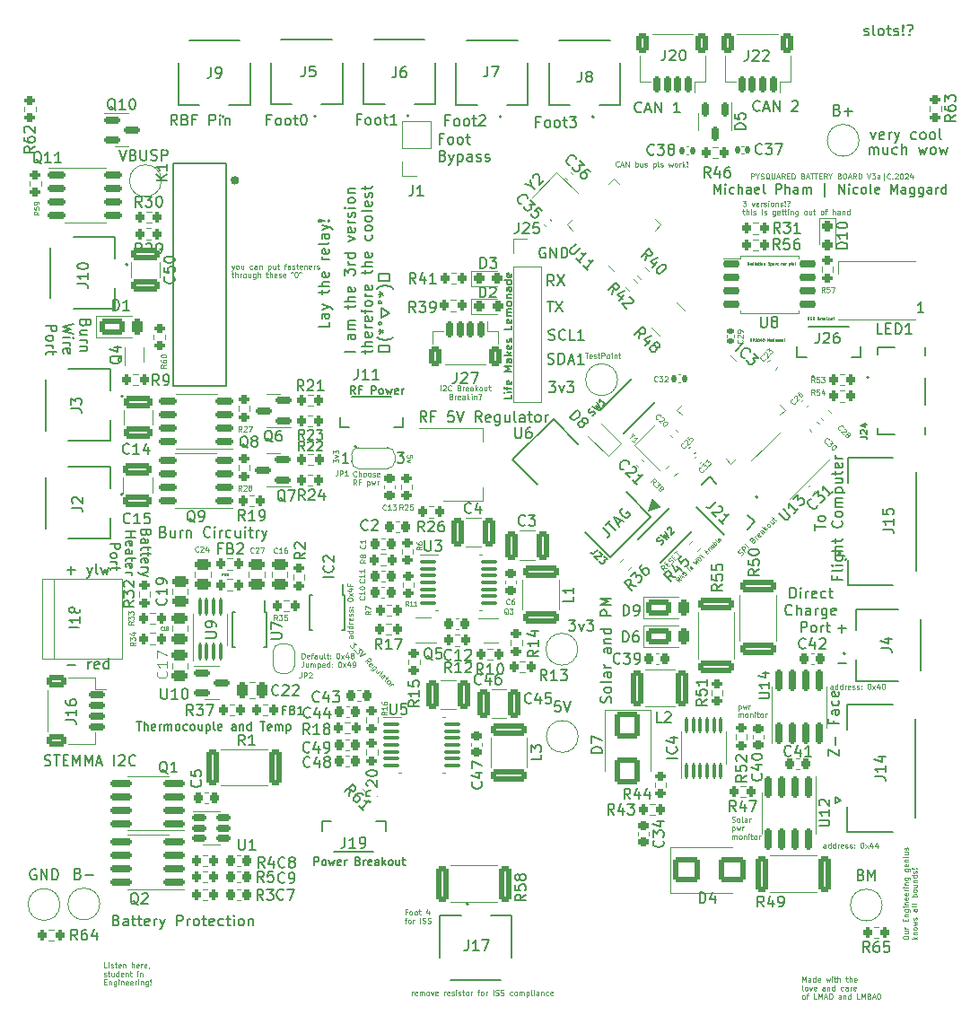
<source format=gbr>
%TF.GenerationSoftware,KiCad,Pcbnew,8.0.2-1*%
%TF.CreationDate,2024-06-05T23:36:57-07:00*%
%TF.ProjectId,Battery_Board_V3a,42617474-6572-4795-9f42-6f6172645f56,rev?*%
%TF.SameCoordinates,Original*%
%TF.FileFunction,Legend,Top*%
%TF.FilePolarity,Positive*%
%FSLAX46Y46*%
G04 Gerber Fmt 4.6, Leading zero omitted, Abs format (unit mm)*
G04 Created by KiCad (PCBNEW 8.0.2-1) date 2024-06-05 23:36:57*
%MOMM*%
%LPD*%
G01*
G04 APERTURE LIST*
G04 Aperture macros list*
%AMRoundRect*
0 Rectangle with rounded corners*
0 $1 Rounding radius*
0 $2 $3 $4 $5 $6 $7 $8 $9 X,Y pos of 4 corners*
0 Add a 4 corners polygon primitive as box body*
4,1,4,$2,$3,$4,$5,$6,$7,$8,$9,$2,$3,0*
0 Add four circle primitives for the rounded corners*
1,1,$1+$1,$2,$3*
1,1,$1+$1,$4,$5*
1,1,$1+$1,$6,$7*
1,1,$1+$1,$8,$9*
0 Add four rect primitives between the rounded corners*
20,1,$1+$1,$2,$3,$4,$5,0*
20,1,$1+$1,$4,$5,$6,$7,0*
20,1,$1+$1,$6,$7,$8,$9,0*
20,1,$1+$1,$8,$9,$2,$3,0*%
%AMRotRect*
0 Rectangle, with rotation*
0 The origin of the aperture is its center*
0 $1 length*
0 $2 width*
0 $3 Rotation angle, in degrees counterclockwise*
0 Add horizontal line*
21,1,$1,$2,0,0,$3*%
%AMFreePoly0*
4,1,19,0.550000,-0.750000,0.000000,-0.750000,0.000000,-0.744911,-0.071157,-0.744911,-0.207708,-0.704816,-0.327430,-0.627875,-0.420627,-0.520320,-0.479746,-0.390866,-0.500000,-0.250000,-0.500000,0.250000,-0.479746,0.390866,-0.420627,0.520320,-0.327430,0.627875,-0.207708,0.704816,-0.071157,0.744911,0.000000,0.744911,0.000000,0.750000,0.550000,0.750000,0.550000,-0.750000,0.550000,-0.750000,
$1*%
%AMFreePoly1*
4,1,19,0.000000,0.744911,0.071157,0.744911,0.207708,0.704816,0.327430,0.627875,0.420627,0.520320,0.479746,0.390866,0.500000,0.250000,0.500000,-0.250000,0.479746,-0.390866,0.420627,-0.520320,0.327430,-0.627875,0.207708,-0.704816,0.071157,-0.744911,0.000000,-0.744911,0.000000,-0.750000,-0.550000,-0.750000,-0.550000,0.750000,0.000000,0.750000,0.000000,0.744911,0.000000,0.744911,
$1*%
%AMFreePoly2*
4,1,19,0.500000,-0.750000,0.000000,-0.750000,0.000000,-0.744911,-0.071157,-0.744911,-0.207708,-0.704816,-0.327430,-0.627875,-0.420627,-0.520320,-0.479746,-0.390866,-0.500000,-0.250000,-0.500000,0.250000,-0.479746,0.390866,-0.420627,0.520320,-0.327430,0.627875,-0.207708,0.704816,-0.071157,0.744911,0.000000,0.744911,0.000000,0.750000,0.500000,0.750000,0.500000,-0.750000,0.500000,-0.750000,
$1*%
%AMFreePoly3*
4,1,19,0.000000,0.744911,0.071157,0.744911,0.207708,0.704816,0.327430,0.627875,0.420627,0.520320,0.479746,0.390866,0.500000,0.250000,0.500000,-0.250000,0.479746,-0.390866,0.420627,-0.520320,0.327430,-0.627875,0.207708,-0.704816,0.071157,-0.744911,0.000000,-0.744911,0.000000,-0.750000,-0.500000,-0.750000,-0.500000,0.750000,0.000000,0.750000,0.000000,0.744911,0.000000,0.744911,
$1*%
G04 Aperture macros list end*
%ADD10C,0.150000*%
%ADD11C,0.125000*%
%ADD12C,0.100000*%
%ADD13C,0.062500*%
%ADD14C,0.075000*%
%ADD15C,0.146304*%
%ADD16C,0.120000*%
%ADD17C,0.127000*%
%ADD18C,0.200000*%
%ADD19C,0.203200*%
%ADD20C,0.000000*%
%ADD21C,0.400000*%
%ADD22C,0.010000*%
%ADD23RoundRect,0.200000X0.275000X-0.200000X0.275000X0.200000X-0.275000X0.200000X-0.275000X-0.200000X0*%
%ADD24RotRect,0.600000X1.550000X135.000000*%
%ADD25RotRect,1.200000X1.800000X135.000000*%
%ADD26C,5.000000*%
%ADD27RoundRect,0.225000X-0.225000X-0.250000X0.225000X-0.250000X0.225000X0.250000X-0.225000X0.250000X0*%
%ADD28RoundRect,0.250000X-1.450000X0.312500X-1.450000X-0.312500X1.450000X-0.312500X1.450000X0.312500X0*%
%ADD29C,2.000000*%
%ADD30R,1.500000X0.900000*%
%ADD31RoundRect,0.150000X0.825000X0.150000X-0.825000X0.150000X-0.825000X-0.150000X0.825000X-0.150000X0*%
%ADD32RoundRect,0.150000X0.150000X0.625000X-0.150000X0.625000X-0.150000X-0.625000X0.150000X-0.625000X0*%
%ADD33RoundRect,0.250000X0.350000X0.650000X-0.350000X0.650000X-0.350000X-0.650000X0.350000X-0.650000X0*%
%ADD34R,0.650000X0.400000*%
%ADD35RoundRect,0.200000X-0.200000X-0.275000X0.200000X-0.275000X0.200000X0.275000X-0.200000X0.275000X0*%
%ADD36RoundRect,0.150000X0.662500X0.150000X-0.662500X0.150000X-0.662500X-0.150000X0.662500X-0.150000X0*%
%ADD37R,2.514000X3.200000*%
%ADD38RoundRect,0.150000X-0.512500X-0.150000X0.512500X-0.150000X0.512500X0.150000X-0.512500X0.150000X0*%
%ADD39RoundRect,0.140000X-0.021213X0.219203X-0.219203X0.021213X0.021213X-0.219203X0.219203X-0.021213X0*%
%ADD40R,0.600000X1.000000*%
%ADD41R,1.250000X1.800000*%
%ADD42RoundRect,0.140000X-0.219203X-0.021213X-0.021213X-0.219203X0.219203X0.021213X0.021213X0.219203X0*%
%ADD43RoundRect,0.200000X0.200000X0.275000X-0.200000X0.275000X-0.200000X-0.275000X0.200000X-0.275000X0*%
%ADD44RoundRect,0.250000X0.275000X0.500000X-0.275000X0.500000X-0.275000X-0.500000X0.275000X-0.500000X0*%
%ADD45RoundRect,0.250000X0.950000X0.500000X-0.950000X0.500000X-0.950000X-0.500000X0.950000X-0.500000X0*%
%ADD46RoundRect,0.225000X-0.250000X0.225000X-0.250000X-0.225000X0.250000X-0.225000X0.250000X0.225000X0*%
%ADD47RotRect,0.800000X0.500000X135.000000*%
%ADD48RotRect,0.800000X0.400000X135.000000*%
%ADD49RoundRect,0.250000X-1.100000X0.325000X-1.100000X-0.325000X1.100000X-0.325000X1.100000X0.325000X0*%
%ADD50RoundRect,0.200000X0.335876X0.053033X0.053033X0.335876X-0.335876X-0.053033X-0.053033X-0.335876X0*%
%ADD51RoundRect,0.225000X0.250000X-0.225000X0.250000X0.225000X-0.250000X0.225000X-0.250000X-0.225000X0*%
%ADD52RoundRect,0.250000X-0.475000X0.250000X-0.475000X-0.250000X0.475000X-0.250000X0.475000X0.250000X0*%
%ADD53RoundRect,0.150000X0.150000X-0.825000X0.150000X0.825000X-0.150000X0.825000X-0.150000X-0.825000X0*%
%ADD54R,2.200000X0.600000*%
%ADD55R,2.150000X3.450000*%
%ADD56RoundRect,0.150000X0.406586X0.618718X-0.618718X-0.406586X-0.406586X-0.618718X0.618718X0.406586X0*%
%ADD57RoundRect,0.050800X0.000000X0.636396X-0.636396X0.000000X0.000000X-0.636396X0.636396X0.000000X0*%
%ADD58RoundRect,0.225000X0.225000X0.250000X-0.225000X0.250000X-0.225000X-0.250000X0.225000X-0.250000X0*%
%ADD59RoundRect,0.050800X0.000000X-0.636396X0.636396X0.000000X0.000000X0.636396X-0.636396X0.000000X0*%
%ADD60RoundRect,0.150000X-0.662500X-0.150000X0.662500X-0.150000X0.662500X0.150000X-0.662500X0.150000X0*%
%ADD61RoundRect,0.150000X0.587500X0.150000X-0.587500X0.150000X-0.587500X-0.150000X0.587500X-0.150000X0*%
%ADD62RoundRect,0.250000X0.362500X1.425000X-0.362500X1.425000X-0.362500X-1.425000X0.362500X-1.425000X0*%
%ADD63RoundRect,0.250000X0.325000X1.100000X-0.325000X1.100000X-0.325000X-1.100000X0.325000X-1.100000X0*%
%ADD64R,1.700000X1.700000*%
%ADD65O,1.700000X1.700000*%
%ADD66RoundRect,0.200000X-0.275000X0.200000X-0.275000X-0.200000X0.275000X-0.200000X0.275000X0.200000X0*%
%ADD67C,1.800000*%
%ADD68R,3.000000X3.100000*%
%ADD69RoundRect,0.100000X-0.687500X-0.100000X0.687500X-0.100000X0.687500X0.100000X-0.687500X0.100000X0*%
%ADD70RoundRect,0.200000X0.053033X-0.335876X0.335876X-0.053033X-0.053033X0.335876X-0.335876X0.053033X0*%
%ADD71RoundRect,0.237500X-0.237500X0.287500X-0.237500X-0.287500X0.237500X-0.287500X0.237500X0.287500X0*%
%ADD72RoundRect,0.250000X-0.362500X-1.425000X0.362500X-1.425000X0.362500X1.425000X-0.362500X1.425000X0*%
%ADD73RoundRect,0.250000X-1.000000X-0.900000X1.000000X-0.900000X1.000000X0.900000X-1.000000X0.900000X0*%
%ADD74RoundRect,0.140000X0.219203X0.021213X0.021213X0.219203X-0.219203X-0.021213X-0.021213X-0.219203X0*%
%ADD75RoundRect,0.125000X0.176777X0.000000X0.000000X0.176777X-0.176777X0.000000X0.000000X-0.176777X0*%
%ADD76RoundRect,0.150000X-0.150000X0.512500X-0.150000X-0.512500X0.150000X-0.512500X0.150000X0.512500X0*%
%ADD77RoundRect,0.150000X-0.150000X0.825000X-0.150000X-0.825000X0.150000X-0.825000X0.150000X0.825000X0*%
%ADD78RoundRect,0.250000X-0.325000X-1.100000X0.325000X-1.100000X0.325000X1.100000X-0.325000X1.100000X0*%
%ADD79RoundRect,0.200000X-0.053033X0.335876X-0.335876X0.053033X0.053033X-0.335876X0.335876X-0.053033X0*%
%ADD80RoundRect,0.237500X-0.287500X-0.237500X0.287500X-0.237500X0.287500X0.237500X-0.287500X0.237500X0*%
%ADD81R,0.400000X0.510000*%
%ADD82RoundRect,0.250000X-1.425000X0.362500X-1.425000X-0.362500X1.425000X-0.362500X1.425000X0.362500X0*%
%ADD83R,1.000000X0.600000*%
%ADD84R,1.800000X1.250000*%
%ADD85RoundRect,0.100000X0.100000X-0.712500X0.100000X0.712500X-0.100000X0.712500X-0.100000X-0.712500X0*%
%ADD86RoundRect,0.150000X-0.650000X-0.150000X0.650000X-0.150000X0.650000X0.150000X-0.650000X0.150000X0*%
%ADD87RoundRect,0.150000X-0.587500X-0.150000X0.587500X-0.150000X0.587500X0.150000X-0.587500X0.150000X0*%
%ADD88RoundRect,0.150000X-0.625000X0.150000X-0.625000X-0.150000X0.625000X-0.150000X0.625000X0.150000X0*%
%ADD89RoundRect,0.250000X-0.650000X0.350000X-0.650000X-0.350000X0.650000X-0.350000X0.650000X0.350000X0*%
%ADD90FreePoly0,0.000000*%
%ADD91R,1.000000X1.500000*%
%ADD92FreePoly1,0.000000*%
%ADD93RoundRect,0.250000X1.100000X-0.325000X1.100000X0.325000X-1.100000X0.325000X-1.100000X-0.325000X0*%
%ADD94RoundRect,0.140000X0.170000X-0.140000X0.170000X0.140000X-0.170000X0.140000X-0.170000X-0.140000X0*%
%ADD95RoundRect,0.250000X1.425000X-0.362500X1.425000X0.362500X-1.425000X0.362500X-1.425000X-0.362500X0*%
%ADD96RoundRect,0.140000X-0.140000X-0.170000X0.140000X-0.170000X0.140000X0.170000X-0.140000X0.170000X0*%
%ADD97R,1.380000X0.450000*%
%ADD98O,2.416000X1.208000*%
%ADD99R,2.100000X1.475000*%
%ADD100R,1.900000X1.375000*%
%ADD101RoundRect,0.250000X-0.900000X1.000000X-0.900000X-1.000000X0.900000X-1.000000X0.900000X1.000000X0*%
%ADD102RoundRect,0.140000X0.140000X0.170000X-0.140000X0.170000X-0.140000X-0.170000X0.140000X-0.170000X0*%
%ADD103RoundRect,0.050000X-0.309359X0.238649X0.238649X-0.309359X0.309359X-0.238649X-0.238649X0.309359X0*%
%ADD104RoundRect,0.050000X-0.309359X-0.238649X-0.238649X-0.309359X0.309359X0.238649X0.238649X0.309359X0*%
%ADD105RotRect,3.200000X3.200000X315.000000*%
%ADD106RoundRect,0.250000X0.475000X-0.250000X0.475000X0.250000X-0.475000X0.250000X-0.475000X-0.250000X0*%
%ADD107R,0.250000X1.100000*%
%ADD108R,0.600000X1.550000*%
%ADD109R,1.200000X1.800000*%
%ADD110RoundRect,0.250000X-0.312500X-1.450000X0.312500X-1.450000X0.312500X1.450000X-0.312500X1.450000X0*%
%ADD111RoundRect,0.075000X0.362392X-0.256326X-0.256326X0.362392X-0.362392X0.256326X0.256326X-0.362392X0*%
%ADD112RoundRect,0.075000X0.362392X0.256326X0.256326X0.362392X-0.362392X-0.256326X-0.256326X-0.362392X0*%
%ADD113RotRect,4.250000X4.250000X135.000000*%
%ADD114C,1.000000*%
%ADD115RoundRect,0.050800X1.187939X0.650538X0.650538X1.187939X-1.187939X-0.650538X-0.650538X-1.187939X0*%
%ADD116R,1.508000X1.508000*%
%ADD117C,1.508000*%
%ADD118R,0.400000X1.100000*%
%ADD119RoundRect,0.225000X0.017678X-0.335876X0.335876X-0.017678X-0.017678X0.335876X-0.335876X0.017678X0*%
%ADD120RoundRect,0.225000X-0.335876X-0.017678X-0.017678X-0.335876X0.335876X0.017678X0.017678X0.335876X0*%
%ADD121RoundRect,0.100000X0.100000X-0.625000X0.100000X0.625000X-0.100000X0.625000X-0.100000X-0.625000X0*%
%ADD122R,2.850000X1.650000*%
%ADD123RotRect,1.150000X1.000000X315.000000*%
%ADD124RoundRect,0.250000X-0.250000X-0.475000X0.250000X-0.475000X0.250000X0.475000X-0.250000X0.475000X0*%
%ADD125RoundRect,0.140000X0.021213X-0.219203X0.219203X-0.021213X-0.021213X0.219203X-0.219203X0.021213X0*%
%ADD126RotRect,1.150000X1.000000X225.000000*%
%ADD127FreePoly2,270.000000*%
%ADD128FreePoly3,270.000000*%
%ADD129C,4.770000*%
%ADD130C,5.325000*%
%ADD131C,3.570000*%
%ADD132C,1.980000*%
G04 APERTURE END LIST*
D10*
X160160588Y-62727438D02*
X160065350Y-62679819D01*
X160065350Y-62679819D02*
X159922493Y-62679819D01*
X159922493Y-62679819D02*
X159779636Y-62727438D01*
X159779636Y-62727438D02*
X159684398Y-62822676D01*
X159684398Y-62822676D02*
X159636779Y-62917914D01*
X159636779Y-62917914D02*
X159589160Y-63108390D01*
X159589160Y-63108390D02*
X159589160Y-63251247D01*
X159589160Y-63251247D02*
X159636779Y-63441723D01*
X159636779Y-63441723D02*
X159684398Y-63536961D01*
X159684398Y-63536961D02*
X159779636Y-63632200D01*
X159779636Y-63632200D02*
X159922493Y-63679819D01*
X159922493Y-63679819D02*
X160017731Y-63679819D01*
X160017731Y-63679819D02*
X160160588Y-63632200D01*
X160160588Y-63632200D02*
X160208207Y-63584580D01*
X160208207Y-63584580D02*
X160208207Y-63251247D01*
X160208207Y-63251247D02*
X160017731Y-63251247D01*
X160636779Y-63679819D02*
X160636779Y-62679819D01*
X160636779Y-62679819D02*
X161208207Y-63679819D01*
X161208207Y-63679819D02*
X161208207Y-62679819D01*
X161684398Y-63679819D02*
X161684398Y-62679819D01*
X161684398Y-62679819D02*
X161922493Y-62679819D01*
X161922493Y-62679819D02*
X162065350Y-62727438D01*
X162065350Y-62727438D02*
X162160588Y-62822676D01*
X162160588Y-62822676D02*
X162208207Y-62917914D01*
X162208207Y-62917914D02*
X162255826Y-63108390D01*
X162255826Y-63108390D02*
X162255826Y-63251247D01*
X162255826Y-63251247D02*
X162208207Y-63441723D01*
X162208207Y-63441723D02*
X162160588Y-63536961D01*
X162160588Y-63536961D02*
X162065350Y-63632200D01*
X162065350Y-63632200D02*
X161922493Y-63679819D01*
X161922493Y-63679819D02*
X161684398Y-63679819D01*
X190861541Y-51813152D02*
X191099636Y-52479819D01*
X191099636Y-52479819D02*
X191337731Y-51813152D01*
X192099636Y-52432200D02*
X192004398Y-52479819D01*
X192004398Y-52479819D02*
X191813922Y-52479819D01*
X191813922Y-52479819D02*
X191718684Y-52432200D01*
X191718684Y-52432200D02*
X191671065Y-52336961D01*
X191671065Y-52336961D02*
X191671065Y-51956009D01*
X191671065Y-51956009D02*
X191718684Y-51860771D01*
X191718684Y-51860771D02*
X191813922Y-51813152D01*
X191813922Y-51813152D02*
X192004398Y-51813152D01*
X192004398Y-51813152D02*
X192099636Y-51860771D01*
X192099636Y-51860771D02*
X192147255Y-51956009D01*
X192147255Y-51956009D02*
X192147255Y-52051247D01*
X192147255Y-52051247D02*
X191671065Y-52146485D01*
X192575827Y-52479819D02*
X192575827Y-51813152D01*
X192575827Y-52003628D02*
X192623446Y-51908390D01*
X192623446Y-51908390D02*
X192671065Y-51860771D01*
X192671065Y-51860771D02*
X192766303Y-51813152D01*
X192766303Y-51813152D02*
X192861541Y-51813152D01*
X193099637Y-51813152D02*
X193337732Y-52479819D01*
X193575827Y-51813152D02*
X193337732Y-52479819D01*
X193337732Y-52479819D02*
X193242494Y-52717914D01*
X193242494Y-52717914D02*
X193194875Y-52765533D01*
X193194875Y-52765533D02*
X193099637Y-52813152D01*
X195147256Y-52432200D02*
X195052018Y-52479819D01*
X195052018Y-52479819D02*
X194861542Y-52479819D01*
X194861542Y-52479819D02*
X194766304Y-52432200D01*
X194766304Y-52432200D02*
X194718685Y-52384580D01*
X194718685Y-52384580D02*
X194671066Y-52289342D01*
X194671066Y-52289342D02*
X194671066Y-52003628D01*
X194671066Y-52003628D02*
X194718685Y-51908390D01*
X194718685Y-51908390D02*
X194766304Y-51860771D01*
X194766304Y-51860771D02*
X194861542Y-51813152D01*
X194861542Y-51813152D02*
X195052018Y-51813152D01*
X195052018Y-51813152D02*
X195147256Y-51860771D01*
X195718685Y-52479819D02*
X195623447Y-52432200D01*
X195623447Y-52432200D02*
X195575828Y-52384580D01*
X195575828Y-52384580D02*
X195528209Y-52289342D01*
X195528209Y-52289342D02*
X195528209Y-52003628D01*
X195528209Y-52003628D02*
X195575828Y-51908390D01*
X195575828Y-51908390D02*
X195623447Y-51860771D01*
X195623447Y-51860771D02*
X195718685Y-51813152D01*
X195718685Y-51813152D02*
X195861542Y-51813152D01*
X195861542Y-51813152D02*
X195956780Y-51860771D01*
X195956780Y-51860771D02*
X196004399Y-51908390D01*
X196004399Y-51908390D02*
X196052018Y-52003628D01*
X196052018Y-52003628D02*
X196052018Y-52289342D01*
X196052018Y-52289342D02*
X196004399Y-52384580D01*
X196004399Y-52384580D02*
X195956780Y-52432200D01*
X195956780Y-52432200D02*
X195861542Y-52479819D01*
X195861542Y-52479819D02*
X195718685Y-52479819D01*
X196623447Y-52479819D02*
X196528209Y-52432200D01*
X196528209Y-52432200D02*
X196480590Y-52384580D01*
X196480590Y-52384580D02*
X196432971Y-52289342D01*
X196432971Y-52289342D02*
X196432971Y-52003628D01*
X196432971Y-52003628D02*
X196480590Y-51908390D01*
X196480590Y-51908390D02*
X196528209Y-51860771D01*
X196528209Y-51860771D02*
X196623447Y-51813152D01*
X196623447Y-51813152D02*
X196766304Y-51813152D01*
X196766304Y-51813152D02*
X196861542Y-51860771D01*
X196861542Y-51860771D02*
X196909161Y-51908390D01*
X196909161Y-51908390D02*
X196956780Y-52003628D01*
X196956780Y-52003628D02*
X196956780Y-52289342D01*
X196956780Y-52289342D02*
X196909161Y-52384580D01*
X196909161Y-52384580D02*
X196861542Y-52432200D01*
X196861542Y-52432200D02*
X196766304Y-52479819D01*
X196766304Y-52479819D02*
X196623447Y-52479819D01*
X197528209Y-52479819D02*
X197432971Y-52432200D01*
X197432971Y-52432200D02*
X197385352Y-52336961D01*
X197385352Y-52336961D02*
X197385352Y-51479819D01*
X187756779Y-98648866D02*
X188518684Y-98648866D01*
X188137731Y-99029819D02*
X188137731Y-98267914D01*
X169228207Y-49864580D02*
X169180588Y-49912200D01*
X169180588Y-49912200D02*
X169037731Y-49959819D01*
X169037731Y-49959819D02*
X168942493Y-49959819D01*
X168942493Y-49959819D02*
X168799636Y-49912200D01*
X168799636Y-49912200D02*
X168704398Y-49816961D01*
X168704398Y-49816961D02*
X168656779Y-49721723D01*
X168656779Y-49721723D02*
X168609160Y-49531247D01*
X168609160Y-49531247D02*
X168609160Y-49388390D01*
X168609160Y-49388390D02*
X168656779Y-49197914D01*
X168656779Y-49197914D02*
X168704398Y-49102676D01*
X168704398Y-49102676D02*
X168799636Y-49007438D01*
X168799636Y-49007438D02*
X168942493Y-48959819D01*
X168942493Y-48959819D02*
X169037731Y-48959819D01*
X169037731Y-48959819D02*
X169180588Y-49007438D01*
X169180588Y-49007438D02*
X169228207Y-49055057D01*
X169609160Y-49674104D02*
X170085350Y-49674104D01*
X169513922Y-49959819D02*
X169847255Y-48959819D01*
X169847255Y-48959819D02*
X170180588Y-49959819D01*
X170513922Y-49959819D02*
X170513922Y-48959819D01*
X170513922Y-48959819D02*
X171085350Y-49959819D01*
X171085350Y-49959819D02*
X171085350Y-48959819D01*
X172847255Y-49959819D02*
X172275827Y-49959819D01*
X172561541Y-49959819D02*
X172561541Y-48959819D01*
X172561541Y-48959819D02*
X172466303Y-49102676D01*
X172466303Y-49102676D02*
X172371065Y-49197914D01*
X172371065Y-49197914D02*
X172275827Y-49245533D01*
X160958207Y-66289819D02*
X160624874Y-65813628D01*
X160386779Y-66289819D02*
X160386779Y-65289819D01*
X160386779Y-65289819D02*
X160767731Y-65289819D01*
X160767731Y-65289819D02*
X160862969Y-65337438D01*
X160862969Y-65337438D02*
X160910588Y-65385057D01*
X160910588Y-65385057D02*
X160958207Y-65480295D01*
X160958207Y-65480295D02*
X160958207Y-65623152D01*
X160958207Y-65623152D02*
X160910588Y-65718390D01*
X160910588Y-65718390D02*
X160862969Y-65766009D01*
X160862969Y-65766009D02*
X160767731Y-65813628D01*
X160767731Y-65813628D02*
X160386779Y-65813628D01*
X161291541Y-65289819D02*
X161958207Y-66289819D01*
X161958207Y-65289819D02*
X161291541Y-66289819D01*
X112919160Y-111522200D02*
X113062017Y-111569819D01*
X113062017Y-111569819D02*
X113300112Y-111569819D01*
X113300112Y-111569819D02*
X113395350Y-111522200D01*
X113395350Y-111522200D02*
X113442969Y-111474580D01*
X113442969Y-111474580D02*
X113490588Y-111379342D01*
X113490588Y-111379342D02*
X113490588Y-111284104D01*
X113490588Y-111284104D02*
X113442969Y-111188866D01*
X113442969Y-111188866D02*
X113395350Y-111141247D01*
X113395350Y-111141247D02*
X113300112Y-111093628D01*
X113300112Y-111093628D02*
X113109636Y-111046009D01*
X113109636Y-111046009D02*
X113014398Y-110998390D01*
X113014398Y-110998390D02*
X112966779Y-110950771D01*
X112966779Y-110950771D02*
X112919160Y-110855533D01*
X112919160Y-110855533D02*
X112919160Y-110760295D01*
X112919160Y-110760295D02*
X112966779Y-110665057D01*
X112966779Y-110665057D02*
X113014398Y-110617438D01*
X113014398Y-110617438D02*
X113109636Y-110569819D01*
X113109636Y-110569819D02*
X113347731Y-110569819D01*
X113347731Y-110569819D02*
X113490588Y-110617438D01*
X113776303Y-110569819D02*
X114347731Y-110569819D01*
X114062017Y-111569819D02*
X114062017Y-110569819D01*
X114681065Y-111046009D02*
X115014398Y-111046009D01*
X115157255Y-111569819D02*
X114681065Y-111569819D01*
X114681065Y-111569819D02*
X114681065Y-110569819D01*
X114681065Y-110569819D02*
X115157255Y-110569819D01*
X115585827Y-111569819D02*
X115585827Y-110569819D01*
X115585827Y-110569819D02*
X115919160Y-111284104D01*
X115919160Y-111284104D02*
X116252493Y-110569819D01*
X116252493Y-110569819D02*
X116252493Y-111569819D01*
X116728684Y-111569819D02*
X116728684Y-110569819D01*
X116728684Y-110569819D02*
X117062017Y-111284104D01*
X117062017Y-111284104D02*
X117395350Y-110569819D01*
X117395350Y-110569819D02*
X117395350Y-111569819D01*
X117823922Y-111284104D02*
X118300112Y-111284104D01*
X117728684Y-111569819D02*
X118062017Y-110569819D01*
X118062017Y-110569819D02*
X118395350Y-111569819D01*
X119490589Y-111569819D02*
X119490589Y-110569819D01*
X119919160Y-110665057D02*
X119966779Y-110617438D01*
X119966779Y-110617438D02*
X120062017Y-110569819D01*
X120062017Y-110569819D02*
X120300112Y-110569819D01*
X120300112Y-110569819D02*
X120395350Y-110617438D01*
X120395350Y-110617438D02*
X120442969Y-110665057D01*
X120442969Y-110665057D02*
X120490588Y-110760295D01*
X120490588Y-110760295D02*
X120490588Y-110855533D01*
X120490588Y-110855533D02*
X120442969Y-110998390D01*
X120442969Y-110998390D02*
X119871541Y-111569819D01*
X119871541Y-111569819D02*
X120490588Y-111569819D01*
X121490588Y-111474580D02*
X121442969Y-111522200D01*
X121442969Y-111522200D02*
X121300112Y-111569819D01*
X121300112Y-111569819D02*
X121204874Y-111569819D01*
X121204874Y-111569819D02*
X121062017Y-111522200D01*
X121062017Y-111522200D02*
X120966779Y-111426961D01*
X120966779Y-111426961D02*
X120919160Y-111331723D01*
X120919160Y-111331723D02*
X120871541Y-111141247D01*
X120871541Y-111141247D02*
X120871541Y-110998390D01*
X120871541Y-110998390D02*
X120919160Y-110807914D01*
X120919160Y-110807914D02*
X120966779Y-110712676D01*
X120966779Y-110712676D02*
X121062017Y-110617438D01*
X121062017Y-110617438D02*
X121204874Y-110569819D01*
X121204874Y-110569819D02*
X121300112Y-110569819D01*
X121300112Y-110569819D02*
X121442969Y-110617438D01*
X121442969Y-110617438D02*
X121490588Y-110665057D01*
X160343922Y-67759819D02*
X160915350Y-67759819D01*
X160629636Y-68759819D02*
X160629636Y-67759819D01*
X161153446Y-67759819D02*
X161820112Y-68759819D01*
X161820112Y-67759819D02*
X161153446Y-68759819D01*
D11*
X178620792Y-91709806D02*
X178688136Y-91676134D01*
X178688136Y-91676134D02*
X178772315Y-91591955D01*
X178772315Y-91591955D02*
X178789151Y-91541447D01*
X178789151Y-91541447D02*
X178789151Y-91507776D01*
X178789151Y-91507776D02*
X178772315Y-91457268D01*
X178772315Y-91457268D02*
X178738643Y-91423596D01*
X178738643Y-91423596D02*
X178688136Y-91406760D01*
X178688136Y-91406760D02*
X178654464Y-91406760D01*
X178654464Y-91406760D02*
X178603956Y-91423596D01*
X178603956Y-91423596D02*
X178519777Y-91474104D01*
X178519777Y-91474104D02*
X178469269Y-91490940D01*
X178469269Y-91490940D02*
X178435598Y-91490940D01*
X178435598Y-91490940D02*
X178385090Y-91474104D01*
X178385090Y-91474104D02*
X178351418Y-91440432D01*
X178351418Y-91440432D02*
X178334582Y-91389924D01*
X178334582Y-91389924D02*
X178334582Y-91356253D01*
X178334582Y-91356253D02*
X178351418Y-91305745D01*
X178351418Y-91305745D02*
X178435598Y-91221566D01*
X178435598Y-91221566D02*
X178502941Y-91187894D01*
X178991181Y-91373089D02*
X178637628Y-91019536D01*
X178637628Y-91019536D02*
X178772315Y-90884849D01*
X178772315Y-90884849D02*
X178822823Y-90868013D01*
X178822823Y-90868013D02*
X178856494Y-90868013D01*
X178856494Y-90868013D02*
X178907002Y-90884849D01*
X178907002Y-90884849D02*
X178957510Y-90935356D01*
X178957510Y-90935356D02*
X178974345Y-90985864D01*
X178974345Y-90985864D02*
X178974345Y-91019536D01*
X178974345Y-91019536D02*
X178957510Y-91070043D01*
X178957510Y-91070043D02*
X178822823Y-91204730D01*
X179344735Y-91019536D02*
X178991181Y-90665982D01*
X179715124Y-90278757D02*
X179782467Y-90245086D01*
X179782467Y-90245086D02*
X179816139Y-90245086D01*
X179816139Y-90245086D02*
X179866646Y-90261922D01*
X179866646Y-90261922D02*
X179917154Y-90312429D01*
X179917154Y-90312429D02*
X179933990Y-90362937D01*
X179933990Y-90362937D02*
X179933990Y-90396609D01*
X179933990Y-90396609D02*
X179917154Y-90447116D01*
X179917154Y-90447116D02*
X179782467Y-90581803D01*
X179782467Y-90581803D02*
X179428914Y-90228250D01*
X179428914Y-90228250D02*
X179546765Y-90110399D01*
X179546765Y-90110399D02*
X179597272Y-90093563D01*
X179597272Y-90093563D02*
X179630944Y-90093563D01*
X179630944Y-90093563D02*
X179681452Y-90110399D01*
X179681452Y-90110399D02*
X179715124Y-90144070D01*
X179715124Y-90144070D02*
X179731959Y-90194578D01*
X179731959Y-90194578D02*
X179731959Y-90228250D01*
X179731959Y-90228250D02*
X179715124Y-90278757D01*
X179715124Y-90278757D02*
X179597272Y-90396609D01*
X180136020Y-90228250D02*
X179900318Y-89992548D01*
X179967662Y-90059891D02*
X179950826Y-90009383D01*
X179950826Y-90009383D02*
X179950826Y-89975712D01*
X179950826Y-89975712D02*
X179967662Y-89925204D01*
X179967662Y-89925204D02*
X180001333Y-89891532D01*
X180472738Y-89857860D02*
X180455902Y-89908368D01*
X180455902Y-89908368D02*
X180388559Y-89975712D01*
X180388559Y-89975712D02*
X180338051Y-89992547D01*
X180338051Y-89992547D02*
X180287543Y-89975712D01*
X180287543Y-89975712D02*
X180152856Y-89841025D01*
X180152856Y-89841025D02*
X180136021Y-89790517D01*
X180136021Y-89790517D02*
X180152856Y-89740009D01*
X180152856Y-89740009D02*
X180220200Y-89672666D01*
X180220200Y-89672666D02*
X180270708Y-89655830D01*
X180270708Y-89655830D02*
X180321215Y-89672666D01*
X180321215Y-89672666D02*
X180354887Y-89706338D01*
X180354887Y-89706338D02*
X180220200Y-89908368D01*
X180809455Y-89554815D02*
X180624261Y-89369620D01*
X180624261Y-89369620D02*
X180573753Y-89352784D01*
X180573753Y-89352784D02*
X180523245Y-89369620D01*
X180523245Y-89369620D02*
X180455902Y-89436964D01*
X180455902Y-89436964D02*
X180439066Y-89487471D01*
X180792619Y-89537979D02*
X180775784Y-89588487D01*
X180775784Y-89588487D02*
X180691604Y-89672666D01*
X180691604Y-89672666D02*
X180641097Y-89689502D01*
X180641097Y-89689502D02*
X180590589Y-89672666D01*
X180590589Y-89672666D02*
X180556917Y-89638994D01*
X180556917Y-89638994D02*
X180540081Y-89588487D01*
X180540081Y-89588487D02*
X180556917Y-89537979D01*
X180556917Y-89537979D02*
X180641097Y-89453800D01*
X180641097Y-89453800D02*
X180657932Y-89403292D01*
X180977814Y-89386456D02*
X180624261Y-89032903D01*
X180876799Y-89218097D02*
X181112501Y-89251769D01*
X180876799Y-89016067D02*
X180876799Y-89285441D01*
X181314532Y-89049739D02*
X181264024Y-89066574D01*
X181264024Y-89066574D02*
X181230352Y-89066574D01*
X181230352Y-89066574D02*
X181179845Y-89049739D01*
X181179845Y-89049739D02*
X181078829Y-88948723D01*
X181078829Y-88948723D02*
X181061994Y-88898216D01*
X181061994Y-88898216D02*
X181061994Y-88864544D01*
X181061994Y-88864544D02*
X181078829Y-88814036D01*
X181078829Y-88814036D02*
X181129337Y-88763529D01*
X181129337Y-88763529D02*
X181179845Y-88746693D01*
X181179845Y-88746693D02*
X181213516Y-88746693D01*
X181213516Y-88746693D02*
X181264024Y-88763529D01*
X181264024Y-88763529D02*
X181365039Y-88864544D01*
X181365039Y-88864544D02*
X181381875Y-88915052D01*
X181381875Y-88915052D02*
X181381875Y-88948723D01*
X181381875Y-88948723D02*
X181365039Y-88999231D01*
X181365039Y-88999231D02*
X181314532Y-89049739D01*
X181499726Y-88393139D02*
X181735429Y-88628842D01*
X181348203Y-88544662D02*
X181533398Y-88729857D01*
X181533398Y-88729857D02*
X181583906Y-88746693D01*
X181583906Y-88746693D02*
X181634413Y-88729857D01*
X181634413Y-88729857D02*
X181684921Y-88679349D01*
X181684921Y-88679349D02*
X181701757Y-88628842D01*
X181701757Y-88628842D02*
X181701757Y-88595170D01*
X181617577Y-88275288D02*
X181752264Y-88140601D01*
X181550234Y-88106929D02*
X181853280Y-88409975D01*
X181853280Y-88409975D02*
X181903787Y-88426811D01*
X181903787Y-88426811D02*
X181954295Y-88409975D01*
X181954295Y-88409975D02*
X181987967Y-88376303D01*
D10*
X166337200Y-105632381D02*
X166384819Y-105489524D01*
X166384819Y-105489524D02*
X166384819Y-105251429D01*
X166384819Y-105251429D02*
X166337200Y-105156191D01*
X166337200Y-105156191D02*
X166289580Y-105108572D01*
X166289580Y-105108572D02*
X166194342Y-105060953D01*
X166194342Y-105060953D02*
X166099104Y-105060953D01*
X166099104Y-105060953D02*
X166003866Y-105108572D01*
X166003866Y-105108572D02*
X165956247Y-105156191D01*
X165956247Y-105156191D02*
X165908628Y-105251429D01*
X165908628Y-105251429D02*
X165861009Y-105441905D01*
X165861009Y-105441905D02*
X165813390Y-105537143D01*
X165813390Y-105537143D02*
X165765771Y-105584762D01*
X165765771Y-105584762D02*
X165670533Y-105632381D01*
X165670533Y-105632381D02*
X165575295Y-105632381D01*
X165575295Y-105632381D02*
X165480057Y-105584762D01*
X165480057Y-105584762D02*
X165432438Y-105537143D01*
X165432438Y-105537143D02*
X165384819Y-105441905D01*
X165384819Y-105441905D02*
X165384819Y-105203810D01*
X165384819Y-105203810D02*
X165432438Y-105060953D01*
X166384819Y-104489524D02*
X166337200Y-104584762D01*
X166337200Y-104584762D02*
X166289580Y-104632381D01*
X166289580Y-104632381D02*
X166194342Y-104680000D01*
X166194342Y-104680000D02*
X165908628Y-104680000D01*
X165908628Y-104680000D02*
X165813390Y-104632381D01*
X165813390Y-104632381D02*
X165765771Y-104584762D01*
X165765771Y-104584762D02*
X165718152Y-104489524D01*
X165718152Y-104489524D02*
X165718152Y-104346667D01*
X165718152Y-104346667D02*
X165765771Y-104251429D01*
X165765771Y-104251429D02*
X165813390Y-104203810D01*
X165813390Y-104203810D02*
X165908628Y-104156191D01*
X165908628Y-104156191D02*
X166194342Y-104156191D01*
X166194342Y-104156191D02*
X166289580Y-104203810D01*
X166289580Y-104203810D02*
X166337200Y-104251429D01*
X166337200Y-104251429D02*
X166384819Y-104346667D01*
X166384819Y-104346667D02*
X166384819Y-104489524D01*
X166384819Y-103584762D02*
X166337200Y-103680000D01*
X166337200Y-103680000D02*
X166241961Y-103727619D01*
X166241961Y-103727619D02*
X165384819Y-103727619D01*
X166384819Y-102775238D02*
X165861009Y-102775238D01*
X165861009Y-102775238D02*
X165765771Y-102822857D01*
X165765771Y-102822857D02*
X165718152Y-102918095D01*
X165718152Y-102918095D02*
X165718152Y-103108571D01*
X165718152Y-103108571D02*
X165765771Y-103203809D01*
X166337200Y-102775238D02*
X166384819Y-102870476D01*
X166384819Y-102870476D02*
X166384819Y-103108571D01*
X166384819Y-103108571D02*
X166337200Y-103203809D01*
X166337200Y-103203809D02*
X166241961Y-103251428D01*
X166241961Y-103251428D02*
X166146723Y-103251428D01*
X166146723Y-103251428D02*
X166051485Y-103203809D01*
X166051485Y-103203809D02*
X166003866Y-103108571D01*
X166003866Y-103108571D02*
X166003866Y-102870476D01*
X166003866Y-102870476D02*
X165956247Y-102775238D01*
X166384819Y-102299047D02*
X165718152Y-102299047D01*
X165908628Y-102299047D02*
X165813390Y-102251428D01*
X165813390Y-102251428D02*
X165765771Y-102203809D01*
X165765771Y-102203809D02*
X165718152Y-102108571D01*
X165718152Y-102108571D02*
X165718152Y-102013333D01*
X166384819Y-100489523D02*
X165861009Y-100489523D01*
X165861009Y-100489523D02*
X165765771Y-100537142D01*
X165765771Y-100537142D02*
X165718152Y-100632380D01*
X165718152Y-100632380D02*
X165718152Y-100822856D01*
X165718152Y-100822856D02*
X165765771Y-100918094D01*
X166337200Y-100489523D02*
X166384819Y-100584761D01*
X166384819Y-100584761D02*
X166384819Y-100822856D01*
X166384819Y-100822856D02*
X166337200Y-100918094D01*
X166337200Y-100918094D02*
X166241961Y-100965713D01*
X166241961Y-100965713D02*
X166146723Y-100965713D01*
X166146723Y-100965713D02*
X166051485Y-100918094D01*
X166051485Y-100918094D02*
X166003866Y-100822856D01*
X166003866Y-100822856D02*
X166003866Y-100584761D01*
X166003866Y-100584761D02*
X165956247Y-100489523D01*
X165718152Y-100013332D02*
X166384819Y-100013332D01*
X165813390Y-100013332D02*
X165765771Y-99965713D01*
X165765771Y-99965713D02*
X165718152Y-99870475D01*
X165718152Y-99870475D02*
X165718152Y-99727618D01*
X165718152Y-99727618D02*
X165765771Y-99632380D01*
X165765771Y-99632380D02*
X165861009Y-99584761D01*
X165861009Y-99584761D02*
X166384819Y-99584761D01*
X166384819Y-98679999D02*
X165384819Y-98679999D01*
X166337200Y-98679999D02*
X166384819Y-98775237D01*
X166384819Y-98775237D02*
X166384819Y-98965713D01*
X166384819Y-98965713D02*
X166337200Y-99060951D01*
X166337200Y-99060951D02*
X166289580Y-99108570D01*
X166289580Y-99108570D02*
X166194342Y-99156189D01*
X166194342Y-99156189D02*
X165908628Y-99156189D01*
X165908628Y-99156189D02*
X165813390Y-99108570D01*
X165813390Y-99108570D02*
X165765771Y-99060951D01*
X165765771Y-99060951D02*
X165718152Y-98965713D01*
X165718152Y-98965713D02*
X165718152Y-98775237D01*
X165718152Y-98775237D02*
X165765771Y-98679999D01*
X166384819Y-97441903D02*
X165384819Y-97441903D01*
X165384819Y-97441903D02*
X165384819Y-97060951D01*
X165384819Y-97060951D02*
X165432438Y-96965713D01*
X165432438Y-96965713D02*
X165480057Y-96918094D01*
X165480057Y-96918094D02*
X165575295Y-96870475D01*
X165575295Y-96870475D02*
X165718152Y-96870475D01*
X165718152Y-96870475D02*
X165813390Y-96918094D01*
X165813390Y-96918094D02*
X165861009Y-96965713D01*
X165861009Y-96965713D02*
X165908628Y-97060951D01*
X165908628Y-97060951D02*
X165908628Y-97441903D01*
X166384819Y-96441903D02*
X165384819Y-96441903D01*
X165384819Y-96441903D02*
X166099104Y-96108570D01*
X166099104Y-96108570D02*
X165384819Y-95775237D01*
X165384819Y-95775237D02*
X166384819Y-95775237D01*
D11*
X187285569Y-104352309D02*
X187285569Y-104090404D01*
X187285569Y-104090404D02*
X187261759Y-104042785D01*
X187261759Y-104042785D02*
X187214140Y-104018976D01*
X187214140Y-104018976D02*
X187118902Y-104018976D01*
X187118902Y-104018976D02*
X187071283Y-104042785D01*
X187285569Y-104328500D02*
X187237950Y-104352309D01*
X187237950Y-104352309D02*
X187118902Y-104352309D01*
X187118902Y-104352309D02*
X187071283Y-104328500D01*
X187071283Y-104328500D02*
X187047474Y-104280880D01*
X187047474Y-104280880D02*
X187047474Y-104233261D01*
X187047474Y-104233261D02*
X187071283Y-104185642D01*
X187071283Y-104185642D02*
X187118902Y-104161833D01*
X187118902Y-104161833D02*
X187237950Y-104161833D01*
X187237950Y-104161833D02*
X187285569Y-104138023D01*
X187737950Y-104352309D02*
X187737950Y-103852309D01*
X187737950Y-104328500D02*
X187690331Y-104352309D01*
X187690331Y-104352309D02*
X187595093Y-104352309D01*
X187595093Y-104352309D02*
X187547474Y-104328500D01*
X187547474Y-104328500D02*
X187523664Y-104304690D01*
X187523664Y-104304690D02*
X187499855Y-104257071D01*
X187499855Y-104257071D02*
X187499855Y-104114214D01*
X187499855Y-104114214D02*
X187523664Y-104066595D01*
X187523664Y-104066595D02*
X187547474Y-104042785D01*
X187547474Y-104042785D02*
X187595093Y-104018976D01*
X187595093Y-104018976D02*
X187690331Y-104018976D01*
X187690331Y-104018976D02*
X187737950Y-104042785D01*
X188190331Y-104352309D02*
X188190331Y-103852309D01*
X188190331Y-104328500D02*
X188142712Y-104352309D01*
X188142712Y-104352309D02*
X188047474Y-104352309D01*
X188047474Y-104352309D02*
X187999855Y-104328500D01*
X187999855Y-104328500D02*
X187976045Y-104304690D01*
X187976045Y-104304690D02*
X187952236Y-104257071D01*
X187952236Y-104257071D02*
X187952236Y-104114214D01*
X187952236Y-104114214D02*
X187976045Y-104066595D01*
X187976045Y-104066595D02*
X187999855Y-104042785D01*
X187999855Y-104042785D02*
X188047474Y-104018976D01*
X188047474Y-104018976D02*
X188142712Y-104018976D01*
X188142712Y-104018976D02*
X188190331Y-104042785D01*
X188428426Y-104352309D02*
X188428426Y-104018976D01*
X188428426Y-104114214D02*
X188452236Y-104066595D01*
X188452236Y-104066595D02*
X188476045Y-104042785D01*
X188476045Y-104042785D02*
X188523664Y-104018976D01*
X188523664Y-104018976D02*
X188571283Y-104018976D01*
X188928426Y-104328500D02*
X188880807Y-104352309D01*
X188880807Y-104352309D02*
X188785569Y-104352309D01*
X188785569Y-104352309D02*
X188737950Y-104328500D01*
X188737950Y-104328500D02*
X188714141Y-104280880D01*
X188714141Y-104280880D02*
X188714141Y-104090404D01*
X188714141Y-104090404D02*
X188737950Y-104042785D01*
X188737950Y-104042785D02*
X188785569Y-104018976D01*
X188785569Y-104018976D02*
X188880807Y-104018976D01*
X188880807Y-104018976D02*
X188928426Y-104042785D01*
X188928426Y-104042785D02*
X188952236Y-104090404D01*
X188952236Y-104090404D02*
X188952236Y-104138023D01*
X188952236Y-104138023D02*
X188714141Y-104185642D01*
X189142712Y-104328500D02*
X189190331Y-104352309D01*
X189190331Y-104352309D02*
X189285569Y-104352309D01*
X189285569Y-104352309D02*
X189333188Y-104328500D01*
X189333188Y-104328500D02*
X189356997Y-104280880D01*
X189356997Y-104280880D02*
X189356997Y-104257071D01*
X189356997Y-104257071D02*
X189333188Y-104209452D01*
X189333188Y-104209452D02*
X189285569Y-104185642D01*
X189285569Y-104185642D02*
X189214140Y-104185642D01*
X189214140Y-104185642D02*
X189166521Y-104161833D01*
X189166521Y-104161833D02*
X189142712Y-104114214D01*
X189142712Y-104114214D02*
X189142712Y-104090404D01*
X189142712Y-104090404D02*
X189166521Y-104042785D01*
X189166521Y-104042785D02*
X189214140Y-104018976D01*
X189214140Y-104018976D02*
X189285569Y-104018976D01*
X189285569Y-104018976D02*
X189333188Y-104042785D01*
X189547474Y-104328500D02*
X189595093Y-104352309D01*
X189595093Y-104352309D02*
X189690331Y-104352309D01*
X189690331Y-104352309D02*
X189737950Y-104328500D01*
X189737950Y-104328500D02*
X189761759Y-104280880D01*
X189761759Y-104280880D02*
X189761759Y-104257071D01*
X189761759Y-104257071D02*
X189737950Y-104209452D01*
X189737950Y-104209452D02*
X189690331Y-104185642D01*
X189690331Y-104185642D02*
X189618902Y-104185642D01*
X189618902Y-104185642D02*
X189571283Y-104161833D01*
X189571283Y-104161833D02*
X189547474Y-104114214D01*
X189547474Y-104114214D02*
X189547474Y-104090404D01*
X189547474Y-104090404D02*
X189571283Y-104042785D01*
X189571283Y-104042785D02*
X189618902Y-104018976D01*
X189618902Y-104018976D02*
X189690331Y-104018976D01*
X189690331Y-104018976D02*
X189737950Y-104042785D01*
X189976045Y-104304690D02*
X189999855Y-104328500D01*
X189999855Y-104328500D02*
X189976045Y-104352309D01*
X189976045Y-104352309D02*
X189952236Y-104328500D01*
X189952236Y-104328500D02*
X189976045Y-104304690D01*
X189976045Y-104304690D02*
X189976045Y-104352309D01*
X189976045Y-104042785D02*
X189999855Y-104066595D01*
X189999855Y-104066595D02*
X189976045Y-104090404D01*
X189976045Y-104090404D02*
X189952236Y-104066595D01*
X189952236Y-104066595D02*
X189976045Y-104042785D01*
X189976045Y-104042785D02*
X189976045Y-104090404D01*
X190690330Y-103852309D02*
X190737949Y-103852309D01*
X190737949Y-103852309D02*
X190785568Y-103876119D01*
X190785568Y-103876119D02*
X190809378Y-103899928D01*
X190809378Y-103899928D02*
X190833187Y-103947547D01*
X190833187Y-103947547D02*
X190856997Y-104042785D01*
X190856997Y-104042785D02*
X190856997Y-104161833D01*
X190856997Y-104161833D02*
X190833187Y-104257071D01*
X190833187Y-104257071D02*
X190809378Y-104304690D01*
X190809378Y-104304690D02*
X190785568Y-104328500D01*
X190785568Y-104328500D02*
X190737949Y-104352309D01*
X190737949Y-104352309D02*
X190690330Y-104352309D01*
X190690330Y-104352309D02*
X190642711Y-104328500D01*
X190642711Y-104328500D02*
X190618902Y-104304690D01*
X190618902Y-104304690D02*
X190595092Y-104257071D01*
X190595092Y-104257071D02*
X190571283Y-104161833D01*
X190571283Y-104161833D02*
X190571283Y-104042785D01*
X190571283Y-104042785D02*
X190595092Y-103947547D01*
X190595092Y-103947547D02*
X190618902Y-103899928D01*
X190618902Y-103899928D02*
X190642711Y-103876119D01*
X190642711Y-103876119D02*
X190690330Y-103852309D01*
X191023663Y-104352309D02*
X191285568Y-104018976D01*
X191023663Y-104018976D02*
X191285568Y-104352309D01*
X191690330Y-104018976D02*
X191690330Y-104352309D01*
X191571282Y-103828500D02*
X191452235Y-104185642D01*
X191452235Y-104185642D02*
X191761758Y-104185642D01*
X192047472Y-103852309D02*
X192095091Y-103852309D01*
X192095091Y-103852309D02*
X192142710Y-103876119D01*
X192142710Y-103876119D02*
X192166520Y-103899928D01*
X192166520Y-103899928D02*
X192190329Y-103947547D01*
X192190329Y-103947547D02*
X192214139Y-104042785D01*
X192214139Y-104042785D02*
X192214139Y-104161833D01*
X192214139Y-104161833D02*
X192190329Y-104257071D01*
X192190329Y-104257071D02*
X192166520Y-104304690D01*
X192166520Y-104304690D02*
X192142710Y-104328500D01*
X192142710Y-104328500D02*
X192095091Y-104352309D01*
X192095091Y-104352309D02*
X192047472Y-104352309D01*
X192047472Y-104352309D02*
X191999853Y-104328500D01*
X191999853Y-104328500D02*
X191976044Y-104304690D01*
X191976044Y-104304690D02*
X191952234Y-104257071D01*
X191952234Y-104257071D02*
X191928425Y-104161833D01*
X191928425Y-104161833D02*
X191928425Y-104042785D01*
X191928425Y-104042785D02*
X191952234Y-103947547D01*
X191952234Y-103947547D02*
X191976044Y-103899928D01*
X191976044Y-103899928D02*
X191999853Y-103876119D01*
X191999853Y-103876119D02*
X192047472Y-103852309D01*
D10*
X121604759Y-107442295D02*
X122061902Y-107442295D01*
X121833330Y-108242295D02*
X121833330Y-107442295D01*
X122328569Y-108242295D02*
X122328569Y-107442295D01*
X122671426Y-108242295D02*
X122671426Y-107823247D01*
X122671426Y-107823247D02*
X122633331Y-107747057D01*
X122633331Y-107747057D02*
X122557140Y-107708961D01*
X122557140Y-107708961D02*
X122442854Y-107708961D01*
X122442854Y-107708961D02*
X122366664Y-107747057D01*
X122366664Y-107747057D02*
X122328569Y-107785152D01*
X123357141Y-108204200D02*
X123280950Y-108242295D01*
X123280950Y-108242295D02*
X123128569Y-108242295D01*
X123128569Y-108242295D02*
X123052379Y-108204200D01*
X123052379Y-108204200D02*
X123014283Y-108128009D01*
X123014283Y-108128009D02*
X123014283Y-107823247D01*
X123014283Y-107823247D02*
X123052379Y-107747057D01*
X123052379Y-107747057D02*
X123128569Y-107708961D01*
X123128569Y-107708961D02*
X123280950Y-107708961D01*
X123280950Y-107708961D02*
X123357141Y-107747057D01*
X123357141Y-107747057D02*
X123395236Y-107823247D01*
X123395236Y-107823247D02*
X123395236Y-107899438D01*
X123395236Y-107899438D02*
X123014283Y-107975628D01*
X123738093Y-108242295D02*
X123738093Y-107708961D01*
X123738093Y-107861342D02*
X123776188Y-107785152D01*
X123776188Y-107785152D02*
X123814283Y-107747057D01*
X123814283Y-107747057D02*
X123890474Y-107708961D01*
X123890474Y-107708961D02*
X123966664Y-107708961D01*
X124233331Y-108242295D02*
X124233331Y-107708961D01*
X124233331Y-107785152D02*
X124271426Y-107747057D01*
X124271426Y-107747057D02*
X124347616Y-107708961D01*
X124347616Y-107708961D02*
X124461902Y-107708961D01*
X124461902Y-107708961D02*
X124538093Y-107747057D01*
X124538093Y-107747057D02*
X124576188Y-107823247D01*
X124576188Y-107823247D02*
X124576188Y-108242295D01*
X124576188Y-107823247D02*
X124614283Y-107747057D01*
X124614283Y-107747057D02*
X124690474Y-107708961D01*
X124690474Y-107708961D02*
X124804759Y-107708961D01*
X124804759Y-107708961D02*
X124880950Y-107747057D01*
X124880950Y-107747057D02*
X124919045Y-107823247D01*
X124919045Y-107823247D02*
X124919045Y-108242295D01*
X125414283Y-108242295D02*
X125338093Y-108204200D01*
X125338093Y-108204200D02*
X125299998Y-108166104D01*
X125299998Y-108166104D02*
X125261902Y-108089914D01*
X125261902Y-108089914D02*
X125261902Y-107861342D01*
X125261902Y-107861342D02*
X125299998Y-107785152D01*
X125299998Y-107785152D02*
X125338093Y-107747057D01*
X125338093Y-107747057D02*
X125414283Y-107708961D01*
X125414283Y-107708961D02*
X125528569Y-107708961D01*
X125528569Y-107708961D02*
X125604760Y-107747057D01*
X125604760Y-107747057D02*
X125642855Y-107785152D01*
X125642855Y-107785152D02*
X125680950Y-107861342D01*
X125680950Y-107861342D02*
X125680950Y-108089914D01*
X125680950Y-108089914D02*
X125642855Y-108166104D01*
X125642855Y-108166104D02*
X125604760Y-108204200D01*
X125604760Y-108204200D02*
X125528569Y-108242295D01*
X125528569Y-108242295D02*
X125414283Y-108242295D01*
X126366665Y-108204200D02*
X126290474Y-108242295D01*
X126290474Y-108242295D02*
X126138093Y-108242295D01*
X126138093Y-108242295D02*
X126061903Y-108204200D01*
X126061903Y-108204200D02*
X126023808Y-108166104D01*
X126023808Y-108166104D02*
X125985712Y-108089914D01*
X125985712Y-108089914D02*
X125985712Y-107861342D01*
X125985712Y-107861342D02*
X126023808Y-107785152D01*
X126023808Y-107785152D02*
X126061903Y-107747057D01*
X126061903Y-107747057D02*
X126138093Y-107708961D01*
X126138093Y-107708961D02*
X126290474Y-107708961D01*
X126290474Y-107708961D02*
X126366665Y-107747057D01*
X126823807Y-108242295D02*
X126747617Y-108204200D01*
X126747617Y-108204200D02*
X126709522Y-108166104D01*
X126709522Y-108166104D02*
X126671426Y-108089914D01*
X126671426Y-108089914D02*
X126671426Y-107861342D01*
X126671426Y-107861342D02*
X126709522Y-107785152D01*
X126709522Y-107785152D02*
X126747617Y-107747057D01*
X126747617Y-107747057D02*
X126823807Y-107708961D01*
X126823807Y-107708961D02*
X126938093Y-107708961D01*
X126938093Y-107708961D02*
X127014284Y-107747057D01*
X127014284Y-107747057D02*
X127052379Y-107785152D01*
X127052379Y-107785152D02*
X127090474Y-107861342D01*
X127090474Y-107861342D02*
X127090474Y-108089914D01*
X127090474Y-108089914D02*
X127052379Y-108166104D01*
X127052379Y-108166104D02*
X127014284Y-108204200D01*
X127014284Y-108204200D02*
X126938093Y-108242295D01*
X126938093Y-108242295D02*
X126823807Y-108242295D01*
X127776189Y-107708961D02*
X127776189Y-108242295D01*
X127433332Y-107708961D02*
X127433332Y-108128009D01*
X127433332Y-108128009D02*
X127471427Y-108204200D01*
X127471427Y-108204200D02*
X127547617Y-108242295D01*
X127547617Y-108242295D02*
X127661903Y-108242295D01*
X127661903Y-108242295D02*
X127738094Y-108204200D01*
X127738094Y-108204200D02*
X127776189Y-108166104D01*
X128157142Y-107708961D02*
X128157142Y-108508961D01*
X128157142Y-107747057D02*
X128233332Y-107708961D01*
X128233332Y-107708961D02*
X128385713Y-107708961D01*
X128385713Y-107708961D02*
X128461904Y-107747057D01*
X128461904Y-107747057D02*
X128499999Y-107785152D01*
X128499999Y-107785152D02*
X128538094Y-107861342D01*
X128538094Y-107861342D02*
X128538094Y-108089914D01*
X128538094Y-108089914D02*
X128499999Y-108166104D01*
X128499999Y-108166104D02*
X128461904Y-108204200D01*
X128461904Y-108204200D02*
X128385713Y-108242295D01*
X128385713Y-108242295D02*
X128233332Y-108242295D01*
X128233332Y-108242295D02*
X128157142Y-108204200D01*
X128995237Y-108242295D02*
X128919047Y-108204200D01*
X128919047Y-108204200D02*
X128880952Y-108128009D01*
X128880952Y-108128009D02*
X128880952Y-107442295D01*
X129604762Y-108204200D02*
X129528571Y-108242295D01*
X129528571Y-108242295D02*
X129376190Y-108242295D01*
X129376190Y-108242295D02*
X129300000Y-108204200D01*
X129300000Y-108204200D02*
X129261904Y-108128009D01*
X129261904Y-108128009D02*
X129261904Y-107823247D01*
X129261904Y-107823247D02*
X129300000Y-107747057D01*
X129300000Y-107747057D02*
X129376190Y-107708961D01*
X129376190Y-107708961D02*
X129528571Y-107708961D01*
X129528571Y-107708961D02*
X129604762Y-107747057D01*
X129604762Y-107747057D02*
X129642857Y-107823247D01*
X129642857Y-107823247D02*
X129642857Y-107899438D01*
X129642857Y-107899438D02*
X129261904Y-107975628D01*
X130938095Y-108242295D02*
X130938095Y-107823247D01*
X130938095Y-107823247D02*
X130900000Y-107747057D01*
X130900000Y-107747057D02*
X130823809Y-107708961D01*
X130823809Y-107708961D02*
X130671428Y-107708961D01*
X130671428Y-107708961D02*
X130595238Y-107747057D01*
X130938095Y-108204200D02*
X130861904Y-108242295D01*
X130861904Y-108242295D02*
X130671428Y-108242295D01*
X130671428Y-108242295D02*
X130595238Y-108204200D01*
X130595238Y-108204200D02*
X130557142Y-108128009D01*
X130557142Y-108128009D02*
X130557142Y-108051819D01*
X130557142Y-108051819D02*
X130595238Y-107975628D01*
X130595238Y-107975628D02*
X130671428Y-107937533D01*
X130671428Y-107937533D02*
X130861904Y-107937533D01*
X130861904Y-107937533D02*
X130938095Y-107899438D01*
X131319048Y-107708961D02*
X131319048Y-108242295D01*
X131319048Y-107785152D02*
X131357143Y-107747057D01*
X131357143Y-107747057D02*
X131433333Y-107708961D01*
X131433333Y-107708961D02*
X131547619Y-107708961D01*
X131547619Y-107708961D02*
X131623810Y-107747057D01*
X131623810Y-107747057D02*
X131661905Y-107823247D01*
X131661905Y-107823247D02*
X131661905Y-108242295D01*
X132385715Y-108242295D02*
X132385715Y-107442295D01*
X132385715Y-108204200D02*
X132309524Y-108242295D01*
X132309524Y-108242295D02*
X132157143Y-108242295D01*
X132157143Y-108242295D02*
X132080953Y-108204200D01*
X132080953Y-108204200D02*
X132042858Y-108166104D01*
X132042858Y-108166104D02*
X132004762Y-108089914D01*
X132004762Y-108089914D02*
X132004762Y-107861342D01*
X132004762Y-107861342D02*
X132042858Y-107785152D01*
X132042858Y-107785152D02*
X132080953Y-107747057D01*
X132080953Y-107747057D02*
X132157143Y-107708961D01*
X132157143Y-107708961D02*
X132309524Y-107708961D01*
X132309524Y-107708961D02*
X132385715Y-107747057D01*
X133261906Y-107442295D02*
X133719049Y-107442295D01*
X133490477Y-108242295D02*
X133490477Y-107442295D01*
X134290478Y-108204200D02*
X134214287Y-108242295D01*
X134214287Y-108242295D02*
X134061906Y-108242295D01*
X134061906Y-108242295D02*
X133985716Y-108204200D01*
X133985716Y-108204200D02*
X133947620Y-108128009D01*
X133947620Y-108128009D02*
X133947620Y-107823247D01*
X133947620Y-107823247D02*
X133985716Y-107747057D01*
X133985716Y-107747057D02*
X134061906Y-107708961D01*
X134061906Y-107708961D02*
X134214287Y-107708961D01*
X134214287Y-107708961D02*
X134290478Y-107747057D01*
X134290478Y-107747057D02*
X134328573Y-107823247D01*
X134328573Y-107823247D02*
X134328573Y-107899438D01*
X134328573Y-107899438D02*
X133947620Y-107975628D01*
X134671430Y-108242295D02*
X134671430Y-107708961D01*
X134671430Y-107785152D02*
X134709525Y-107747057D01*
X134709525Y-107747057D02*
X134785715Y-107708961D01*
X134785715Y-107708961D02*
X134900001Y-107708961D01*
X134900001Y-107708961D02*
X134976192Y-107747057D01*
X134976192Y-107747057D02*
X135014287Y-107823247D01*
X135014287Y-107823247D02*
X135014287Y-108242295D01*
X135014287Y-107823247D02*
X135052382Y-107747057D01*
X135052382Y-107747057D02*
X135128573Y-107708961D01*
X135128573Y-107708961D02*
X135242858Y-107708961D01*
X135242858Y-107708961D02*
X135319049Y-107747057D01*
X135319049Y-107747057D02*
X135357144Y-107823247D01*
X135357144Y-107823247D02*
X135357144Y-108242295D01*
X135738097Y-107708961D02*
X135738097Y-108508961D01*
X135738097Y-107747057D02*
X135814287Y-107708961D01*
X135814287Y-107708961D02*
X135966668Y-107708961D01*
X135966668Y-107708961D02*
X136042859Y-107747057D01*
X136042859Y-107747057D02*
X136080954Y-107785152D01*
X136080954Y-107785152D02*
X136119049Y-107861342D01*
X136119049Y-107861342D02*
X136119049Y-108089914D01*
X136119049Y-108089914D02*
X136080954Y-108166104D01*
X136080954Y-108166104D02*
X136042859Y-108204200D01*
X136042859Y-108204200D02*
X135966668Y-108242295D01*
X135966668Y-108242295D02*
X135814287Y-108242295D01*
X135814287Y-108242295D02*
X135738097Y-108204200D01*
D11*
X147597690Y-82539378D02*
X147597690Y-82301283D01*
X147597690Y-82301283D02*
X147359595Y-82277474D01*
X147359595Y-82277474D02*
X147383404Y-82301283D01*
X147383404Y-82301283D02*
X147407214Y-82348902D01*
X147407214Y-82348902D02*
X147407214Y-82467950D01*
X147407214Y-82467950D02*
X147383404Y-82515569D01*
X147383404Y-82515569D02*
X147359595Y-82539378D01*
X147359595Y-82539378D02*
X147311976Y-82563188D01*
X147311976Y-82563188D02*
X147192928Y-82563188D01*
X147192928Y-82563188D02*
X147145309Y-82539378D01*
X147145309Y-82539378D02*
X147121500Y-82515569D01*
X147121500Y-82515569D02*
X147097690Y-82467950D01*
X147097690Y-82467950D02*
X147097690Y-82348902D01*
X147097690Y-82348902D02*
X147121500Y-82301283D01*
X147121500Y-82301283D02*
X147145309Y-82277474D01*
X147431023Y-82729854D02*
X147097690Y-82848902D01*
X147097690Y-82848902D02*
X147431023Y-82967949D01*
D10*
X190716779Y-53889819D02*
X190716779Y-53223152D01*
X190716779Y-53318390D02*
X190764398Y-53270771D01*
X190764398Y-53270771D02*
X190859636Y-53223152D01*
X190859636Y-53223152D02*
X191002493Y-53223152D01*
X191002493Y-53223152D02*
X191097731Y-53270771D01*
X191097731Y-53270771D02*
X191145350Y-53366009D01*
X191145350Y-53366009D02*
X191145350Y-53889819D01*
X191145350Y-53366009D02*
X191192969Y-53270771D01*
X191192969Y-53270771D02*
X191288207Y-53223152D01*
X191288207Y-53223152D02*
X191431064Y-53223152D01*
X191431064Y-53223152D02*
X191526303Y-53270771D01*
X191526303Y-53270771D02*
X191573922Y-53366009D01*
X191573922Y-53366009D02*
X191573922Y-53889819D01*
X192478683Y-53223152D02*
X192478683Y-53889819D01*
X192050112Y-53223152D02*
X192050112Y-53746961D01*
X192050112Y-53746961D02*
X192097731Y-53842200D01*
X192097731Y-53842200D02*
X192192969Y-53889819D01*
X192192969Y-53889819D02*
X192335826Y-53889819D01*
X192335826Y-53889819D02*
X192431064Y-53842200D01*
X192431064Y-53842200D02*
X192478683Y-53794580D01*
X193383445Y-53842200D02*
X193288207Y-53889819D01*
X193288207Y-53889819D02*
X193097731Y-53889819D01*
X193097731Y-53889819D02*
X193002493Y-53842200D01*
X193002493Y-53842200D02*
X192954874Y-53794580D01*
X192954874Y-53794580D02*
X192907255Y-53699342D01*
X192907255Y-53699342D02*
X192907255Y-53413628D01*
X192907255Y-53413628D02*
X192954874Y-53318390D01*
X192954874Y-53318390D02*
X193002493Y-53270771D01*
X193002493Y-53270771D02*
X193097731Y-53223152D01*
X193097731Y-53223152D02*
X193288207Y-53223152D01*
X193288207Y-53223152D02*
X193383445Y-53270771D01*
X193812017Y-53889819D02*
X193812017Y-52889819D01*
X194240588Y-53889819D02*
X194240588Y-53366009D01*
X194240588Y-53366009D02*
X194192969Y-53270771D01*
X194192969Y-53270771D02*
X194097731Y-53223152D01*
X194097731Y-53223152D02*
X193954874Y-53223152D01*
X193954874Y-53223152D02*
X193859636Y-53270771D01*
X193859636Y-53270771D02*
X193812017Y-53318390D01*
X195383446Y-53223152D02*
X195573922Y-53889819D01*
X195573922Y-53889819D02*
X195764398Y-53413628D01*
X195764398Y-53413628D02*
X195954874Y-53889819D01*
X195954874Y-53889819D02*
X196145350Y-53223152D01*
X196669160Y-53889819D02*
X196573922Y-53842200D01*
X196573922Y-53842200D02*
X196526303Y-53794580D01*
X196526303Y-53794580D02*
X196478684Y-53699342D01*
X196478684Y-53699342D02*
X196478684Y-53413628D01*
X196478684Y-53413628D02*
X196526303Y-53318390D01*
X196526303Y-53318390D02*
X196573922Y-53270771D01*
X196573922Y-53270771D02*
X196669160Y-53223152D01*
X196669160Y-53223152D02*
X196812017Y-53223152D01*
X196812017Y-53223152D02*
X196907255Y-53270771D01*
X196907255Y-53270771D02*
X196954874Y-53318390D01*
X196954874Y-53318390D02*
X197002493Y-53413628D01*
X197002493Y-53413628D02*
X197002493Y-53699342D01*
X197002493Y-53699342D02*
X196954874Y-53794580D01*
X196954874Y-53794580D02*
X196907255Y-53842200D01*
X196907255Y-53842200D02*
X196812017Y-53889819D01*
X196812017Y-53889819D02*
X196669160Y-53889819D01*
X197335827Y-53223152D02*
X197526303Y-53889819D01*
X197526303Y-53889819D02*
X197716779Y-53413628D01*
X197716779Y-53413628D02*
X197907255Y-53889819D01*
X197907255Y-53889819D02*
X198097731Y-53223152D01*
X142225826Y-76510414D02*
X141975826Y-76153271D01*
X141797255Y-76510414D02*
X141797255Y-75760414D01*
X141797255Y-75760414D02*
X142082969Y-75760414D01*
X142082969Y-75760414D02*
X142154398Y-75796128D01*
X142154398Y-75796128D02*
X142190112Y-75831842D01*
X142190112Y-75831842D02*
X142225826Y-75903271D01*
X142225826Y-75903271D02*
X142225826Y-76010414D01*
X142225826Y-76010414D02*
X142190112Y-76081842D01*
X142190112Y-76081842D02*
X142154398Y-76117557D01*
X142154398Y-76117557D02*
X142082969Y-76153271D01*
X142082969Y-76153271D02*
X141797255Y-76153271D01*
X142797255Y-76117557D02*
X142547255Y-76117557D01*
X142547255Y-76510414D02*
X142547255Y-75760414D01*
X142547255Y-75760414D02*
X142904398Y-75760414D01*
X143761541Y-76510414D02*
X143761541Y-75760414D01*
X143761541Y-75760414D02*
X144047255Y-75760414D01*
X144047255Y-75760414D02*
X144118684Y-75796128D01*
X144118684Y-75796128D02*
X144154398Y-75831842D01*
X144154398Y-75831842D02*
X144190112Y-75903271D01*
X144190112Y-75903271D02*
X144190112Y-76010414D01*
X144190112Y-76010414D02*
X144154398Y-76081842D01*
X144154398Y-76081842D02*
X144118684Y-76117557D01*
X144118684Y-76117557D02*
X144047255Y-76153271D01*
X144047255Y-76153271D02*
X143761541Y-76153271D01*
X144618684Y-76510414D02*
X144547255Y-76474700D01*
X144547255Y-76474700D02*
X144511541Y-76438985D01*
X144511541Y-76438985D02*
X144475827Y-76367557D01*
X144475827Y-76367557D02*
X144475827Y-76153271D01*
X144475827Y-76153271D02*
X144511541Y-76081842D01*
X144511541Y-76081842D02*
X144547255Y-76046128D01*
X144547255Y-76046128D02*
X144618684Y-76010414D01*
X144618684Y-76010414D02*
X144725827Y-76010414D01*
X144725827Y-76010414D02*
X144797255Y-76046128D01*
X144797255Y-76046128D02*
X144832970Y-76081842D01*
X144832970Y-76081842D02*
X144868684Y-76153271D01*
X144868684Y-76153271D02*
X144868684Y-76367557D01*
X144868684Y-76367557D02*
X144832970Y-76438985D01*
X144832970Y-76438985D02*
X144797255Y-76474700D01*
X144797255Y-76474700D02*
X144725827Y-76510414D01*
X144725827Y-76510414D02*
X144618684Y-76510414D01*
X145118683Y-76010414D02*
X145261541Y-76510414D01*
X145261541Y-76510414D02*
X145404398Y-76153271D01*
X145404398Y-76153271D02*
X145547255Y-76510414D01*
X145547255Y-76510414D02*
X145690112Y-76010414D01*
X146261540Y-76474700D02*
X146190112Y-76510414D01*
X146190112Y-76510414D02*
X146047255Y-76510414D01*
X146047255Y-76510414D02*
X145975826Y-76474700D01*
X145975826Y-76474700D02*
X145940112Y-76403271D01*
X145940112Y-76403271D02*
X145940112Y-76117557D01*
X145940112Y-76117557D02*
X145975826Y-76046128D01*
X145975826Y-76046128D02*
X146047255Y-76010414D01*
X146047255Y-76010414D02*
X146190112Y-76010414D01*
X146190112Y-76010414D02*
X146261540Y-76046128D01*
X146261540Y-76046128D02*
X146297255Y-76117557D01*
X146297255Y-76117557D02*
X146297255Y-76188985D01*
X146297255Y-76188985D02*
X145940112Y-76260414D01*
X146618683Y-76510414D02*
X146618683Y-76010414D01*
X146618683Y-76153271D02*
X146654397Y-76081842D01*
X146654397Y-76081842D02*
X146690112Y-76046128D01*
X146690112Y-76046128D02*
X146761540Y-76010414D01*
X146761540Y-76010414D02*
X146832969Y-76010414D01*
D12*
X142330550Y-84241018D02*
X142306741Y-84264828D01*
X142306741Y-84264828D02*
X142235312Y-84288637D01*
X142235312Y-84288637D02*
X142187693Y-84288637D01*
X142187693Y-84288637D02*
X142116265Y-84264828D01*
X142116265Y-84264828D02*
X142068646Y-84217208D01*
X142068646Y-84217208D02*
X142044836Y-84169589D01*
X142044836Y-84169589D02*
X142021027Y-84074351D01*
X142021027Y-84074351D02*
X142021027Y-84002923D01*
X142021027Y-84002923D02*
X142044836Y-83907685D01*
X142044836Y-83907685D02*
X142068646Y-83860066D01*
X142068646Y-83860066D02*
X142116265Y-83812447D01*
X142116265Y-83812447D02*
X142187693Y-83788637D01*
X142187693Y-83788637D02*
X142235312Y-83788637D01*
X142235312Y-83788637D02*
X142306741Y-83812447D01*
X142306741Y-83812447D02*
X142330550Y-83836256D01*
X142544836Y-84288637D02*
X142544836Y-83788637D01*
X142759122Y-84288637D02*
X142759122Y-84026732D01*
X142759122Y-84026732D02*
X142735312Y-83979113D01*
X142735312Y-83979113D02*
X142687693Y-83955304D01*
X142687693Y-83955304D02*
X142616265Y-83955304D01*
X142616265Y-83955304D02*
X142568646Y-83979113D01*
X142568646Y-83979113D02*
X142544836Y-84002923D01*
X143068646Y-84288637D02*
X143021027Y-84264828D01*
X143021027Y-84264828D02*
X142997217Y-84241018D01*
X142997217Y-84241018D02*
X142973408Y-84193399D01*
X142973408Y-84193399D02*
X142973408Y-84050542D01*
X142973408Y-84050542D02*
X142997217Y-84002923D01*
X142997217Y-84002923D02*
X143021027Y-83979113D01*
X143021027Y-83979113D02*
X143068646Y-83955304D01*
X143068646Y-83955304D02*
X143140074Y-83955304D01*
X143140074Y-83955304D02*
X143187693Y-83979113D01*
X143187693Y-83979113D02*
X143211503Y-84002923D01*
X143211503Y-84002923D02*
X143235312Y-84050542D01*
X143235312Y-84050542D02*
X143235312Y-84193399D01*
X143235312Y-84193399D02*
X143211503Y-84241018D01*
X143211503Y-84241018D02*
X143187693Y-84264828D01*
X143187693Y-84264828D02*
X143140074Y-84288637D01*
X143140074Y-84288637D02*
X143068646Y-84288637D01*
X143521027Y-84288637D02*
X143473408Y-84264828D01*
X143473408Y-84264828D02*
X143449598Y-84241018D01*
X143449598Y-84241018D02*
X143425789Y-84193399D01*
X143425789Y-84193399D02*
X143425789Y-84050542D01*
X143425789Y-84050542D02*
X143449598Y-84002923D01*
X143449598Y-84002923D02*
X143473408Y-83979113D01*
X143473408Y-83979113D02*
X143521027Y-83955304D01*
X143521027Y-83955304D02*
X143592455Y-83955304D01*
X143592455Y-83955304D02*
X143640074Y-83979113D01*
X143640074Y-83979113D02*
X143663884Y-84002923D01*
X143663884Y-84002923D02*
X143687693Y-84050542D01*
X143687693Y-84050542D02*
X143687693Y-84193399D01*
X143687693Y-84193399D02*
X143663884Y-84241018D01*
X143663884Y-84241018D02*
X143640074Y-84264828D01*
X143640074Y-84264828D02*
X143592455Y-84288637D01*
X143592455Y-84288637D02*
X143521027Y-84288637D01*
X143878170Y-84264828D02*
X143925789Y-84288637D01*
X143925789Y-84288637D02*
X144021027Y-84288637D01*
X144021027Y-84288637D02*
X144068646Y-84264828D01*
X144068646Y-84264828D02*
X144092455Y-84217208D01*
X144092455Y-84217208D02*
X144092455Y-84193399D01*
X144092455Y-84193399D02*
X144068646Y-84145780D01*
X144068646Y-84145780D02*
X144021027Y-84121970D01*
X144021027Y-84121970D02*
X143949598Y-84121970D01*
X143949598Y-84121970D02*
X143901979Y-84098161D01*
X143901979Y-84098161D02*
X143878170Y-84050542D01*
X143878170Y-84050542D02*
X143878170Y-84026732D01*
X143878170Y-84026732D02*
X143901979Y-83979113D01*
X143901979Y-83979113D02*
X143949598Y-83955304D01*
X143949598Y-83955304D02*
X144021027Y-83955304D01*
X144021027Y-83955304D02*
X144068646Y-83979113D01*
X144497217Y-84264828D02*
X144449598Y-84288637D01*
X144449598Y-84288637D02*
X144354360Y-84288637D01*
X144354360Y-84288637D02*
X144306741Y-84264828D01*
X144306741Y-84264828D02*
X144282932Y-84217208D01*
X144282932Y-84217208D02*
X144282932Y-84026732D01*
X144282932Y-84026732D02*
X144306741Y-83979113D01*
X144306741Y-83979113D02*
X144354360Y-83955304D01*
X144354360Y-83955304D02*
X144449598Y-83955304D01*
X144449598Y-83955304D02*
X144497217Y-83979113D01*
X144497217Y-83979113D02*
X144521027Y-84026732D01*
X144521027Y-84026732D02*
X144521027Y-84074351D01*
X144521027Y-84074351D02*
X144282932Y-84121970D01*
X142330550Y-85093609D02*
X142163884Y-84855514D01*
X142044836Y-85093609D02*
X142044836Y-84593609D01*
X142044836Y-84593609D02*
X142235312Y-84593609D01*
X142235312Y-84593609D02*
X142282931Y-84617419D01*
X142282931Y-84617419D02*
X142306741Y-84641228D01*
X142306741Y-84641228D02*
X142330550Y-84688847D01*
X142330550Y-84688847D02*
X142330550Y-84760276D01*
X142330550Y-84760276D02*
X142306741Y-84807895D01*
X142306741Y-84807895D02*
X142282931Y-84831704D01*
X142282931Y-84831704D02*
X142235312Y-84855514D01*
X142235312Y-84855514D02*
X142044836Y-84855514D01*
X142711503Y-84831704D02*
X142544836Y-84831704D01*
X142544836Y-85093609D02*
X142544836Y-84593609D01*
X142544836Y-84593609D02*
X142782931Y-84593609D01*
X143354359Y-84760276D02*
X143354359Y-85260276D01*
X143354359Y-84784085D02*
X143401978Y-84760276D01*
X143401978Y-84760276D02*
X143497216Y-84760276D01*
X143497216Y-84760276D02*
X143544835Y-84784085D01*
X143544835Y-84784085D02*
X143568645Y-84807895D01*
X143568645Y-84807895D02*
X143592454Y-84855514D01*
X143592454Y-84855514D02*
X143592454Y-84998371D01*
X143592454Y-84998371D02*
X143568645Y-85045990D01*
X143568645Y-85045990D02*
X143544835Y-85069800D01*
X143544835Y-85069800D02*
X143497216Y-85093609D01*
X143497216Y-85093609D02*
X143401978Y-85093609D01*
X143401978Y-85093609D02*
X143354359Y-85069800D01*
X143759121Y-84760276D02*
X143854359Y-85093609D01*
X143854359Y-85093609D02*
X143949597Y-84855514D01*
X143949597Y-84855514D02*
X144044835Y-85093609D01*
X144044835Y-85093609D02*
X144140073Y-84760276D01*
X144330550Y-85093609D02*
X144330550Y-84760276D01*
X144330550Y-84855514D02*
X144354360Y-84807895D01*
X144354360Y-84807895D02*
X144378169Y-84784085D01*
X144378169Y-84784085D02*
X144425788Y-84760276D01*
X144425788Y-84760276D02*
X144473407Y-84760276D01*
D11*
X186625569Y-119332309D02*
X186625569Y-119070404D01*
X186625569Y-119070404D02*
X186601759Y-119022785D01*
X186601759Y-119022785D02*
X186554140Y-118998976D01*
X186554140Y-118998976D02*
X186458902Y-118998976D01*
X186458902Y-118998976D02*
X186411283Y-119022785D01*
X186625569Y-119308500D02*
X186577950Y-119332309D01*
X186577950Y-119332309D02*
X186458902Y-119332309D01*
X186458902Y-119332309D02*
X186411283Y-119308500D01*
X186411283Y-119308500D02*
X186387474Y-119260880D01*
X186387474Y-119260880D02*
X186387474Y-119213261D01*
X186387474Y-119213261D02*
X186411283Y-119165642D01*
X186411283Y-119165642D02*
X186458902Y-119141833D01*
X186458902Y-119141833D02*
X186577950Y-119141833D01*
X186577950Y-119141833D02*
X186625569Y-119118023D01*
X187077950Y-119332309D02*
X187077950Y-118832309D01*
X187077950Y-119308500D02*
X187030331Y-119332309D01*
X187030331Y-119332309D02*
X186935093Y-119332309D01*
X186935093Y-119332309D02*
X186887474Y-119308500D01*
X186887474Y-119308500D02*
X186863664Y-119284690D01*
X186863664Y-119284690D02*
X186839855Y-119237071D01*
X186839855Y-119237071D02*
X186839855Y-119094214D01*
X186839855Y-119094214D02*
X186863664Y-119046595D01*
X186863664Y-119046595D02*
X186887474Y-119022785D01*
X186887474Y-119022785D02*
X186935093Y-118998976D01*
X186935093Y-118998976D02*
X187030331Y-118998976D01*
X187030331Y-118998976D02*
X187077950Y-119022785D01*
X187530331Y-119332309D02*
X187530331Y-118832309D01*
X187530331Y-119308500D02*
X187482712Y-119332309D01*
X187482712Y-119332309D02*
X187387474Y-119332309D01*
X187387474Y-119332309D02*
X187339855Y-119308500D01*
X187339855Y-119308500D02*
X187316045Y-119284690D01*
X187316045Y-119284690D02*
X187292236Y-119237071D01*
X187292236Y-119237071D02*
X187292236Y-119094214D01*
X187292236Y-119094214D02*
X187316045Y-119046595D01*
X187316045Y-119046595D02*
X187339855Y-119022785D01*
X187339855Y-119022785D02*
X187387474Y-118998976D01*
X187387474Y-118998976D02*
X187482712Y-118998976D01*
X187482712Y-118998976D02*
X187530331Y-119022785D01*
X187768426Y-119332309D02*
X187768426Y-118998976D01*
X187768426Y-119094214D02*
X187792236Y-119046595D01*
X187792236Y-119046595D02*
X187816045Y-119022785D01*
X187816045Y-119022785D02*
X187863664Y-118998976D01*
X187863664Y-118998976D02*
X187911283Y-118998976D01*
X188268426Y-119308500D02*
X188220807Y-119332309D01*
X188220807Y-119332309D02*
X188125569Y-119332309D01*
X188125569Y-119332309D02*
X188077950Y-119308500D01*
X188077950Y-119308500D02*
X188054141Y-119260880D01*
X188054141Y-119260880D02*
X188054141Y-119070404D01*
X188054141Y-119070404D02*
X188077950Y-119022785D01*
X188077950Y-119022785D02*
X188125569Y-118998976D01*
X188125569Y-118998976D02*
X188220807Y-118998976D01*
X188220807Y-118998976D02*
X188268426Y-119022785D01*
X188268426Y-119022785D02*
X188292236Y-119070404D01*
X188292236Y-119070404D02*
X188292236Y-119118023D01*
X188292236Y-119118023D02*
X188054141Y-119165642D01*
X188482712Y-119308500D02*
X188530331Y-119332309D01*
X188530331Y-119332309D02*
X188625569Y-119332309D01*
X188625569Y-119332309D02*
X188673188Y-119308500D01*
X188673188Y-119308500D02*
X188696997Y-119260880D01*
X188696997Y-119260880D02*
X188696997Y-119237071D01*
X188696997Y-119237071D02*
X188673188Y-119189452D01*
X188673188Y-119189452D02*
X188625569Y-119165642D01*
X188625569Y-119165642D02*
X188554140Y-119165642D01*
X188554140Y-119165642D02*
X188506521Y-119141833D01*
X188506521Y-119141833D02*
X188482712Y-119094214D01*
X188482712Y-119094214D02*
X188482712Y-119070404D01*
X188482712Y-119070404D02*
X188506521Y-119022785D01*
X188506521Y-119022785D02*
X188554140Y-118998976D01*
X188554140Y-118998976D02*
X188625569Y-118998976D01*
X188625569Y-118998976D02*
X188673188Y-119022785D01*
X188887474Y-119308500D02*
X188935093Y-119332309D01*
X188935093Y-119332309D02*
X189030331Y-119332309D01*
X189030331Y-119332309D02*
X189077950Y-119308500D01*
X189077950Y-119308500D02*
X189101759Y-119260880D01*
X189101759Y-119260880D02*
X189101759Y-119237071D01*
X189101759Y-119237071D02*
X189077950Y-119189452D01*
X189077950Y-119189452D02*
X189030331Y-119165642D01*
X189030331Y-119165642D02*
X188958902Y-119165642D01*
X188958902Y-119165642D02*
X188911283Y-119141833D01*
X188911283Y-119141833D02*
X188887474Y-119094214D01*
X188887474Y-119094214D02*
X188887474Y-119070404D01*
X188887474Y-119070404D02*
X188911283Y-119022785D01*
X188911283Y-119022785D02*
X188958902Y-118998976D01*
X188958902Y-118998976D02*
X189030331Y-118998976D01*
X189030331Y-118998976D02*
X189077950Y-119022785D01*
X189316045Y-119284690D02*
X189339855Y-119308500D01*
X189339855Y-119308500D02*
X189316045Y-119332309D01*
X189316045Y-119332309D02*
X189292236Y-119308500D01*
X189292236Y-119308500D02*
X189316045Y-119284690D01*
X189316045Y-119284690D02*
X189316045Y-119332309D01*
X189316045Y-119022785D02*
X189339855Y-119046595D01*
X189339855Y-119046595D02*
X189316045Y-119070404D01*
X189316045Y-119070404D02*
X189292236Y-119046595D01*
X189292236Y-119046595D02*
X189316045Y-119022785D01*
X189316045Y-119022785D02*
X189316045Y-119070404D01*
X190030330Y-118832309D02*
X190077949Y-118832309D01*
X190077949Y-118832309D02*
X190125568Y-118856119D01*
X190125568Y-118856119D02*
X190149378Y-118879928D01*
X190149378Y-118879928D02*
X190173187Y-118927547D01*
X190173187Y-118927547D02*
X190196997Y-119022785D01*
X190196997Y-119022785D02*
X190196997Y-119141833D01*
X190196997Y-119141833D02*
X190173187Y-119237071D01*
X190173187Y-119237071D02*
X190149378Y-119284690D01*
X190149378Y-119284690D02*
X190125568Y-119308500D01*
X190125568Y-119308500D02*
X190077949Y-119332309D01*
X190077949Y-119332309D02*
X190030330Y-119332309D01*
X190030330Y-119332309D02*
X189982711Y-119308500D01*
X189982711Y-119308500D02*
X189958902Y-119284690D01*
X189958902Y-119284690D02*
X189935092Y-119237071D01*
X189935092Y-119237071D02*
X189911283Y-119141833D01*
X189911283Y-119141833D02*
X189911283Y-119022785D01*
X189911283Y-119022785D02*
X189935092Y-118927547D01*
X189935092Y-118927547D02*
X189958902Y-118879928D01*
X189958902Y-118879928D02*
X189982711Y-118856119D01*
X189982711Y-118856119D02*
X190030330Y-118832309D01*
X190363663Y-119332309D02*
X190625568Y-118998976D01*
X190363663Y-118998976D02*
X190625568Y-119332309D01*
X191030330Y-118998976D02*
X191030330Y-119332309D01*
X190911282Y-118808500D02*
X190792235Y-119165642D01*
X190792235Y-119165642D02*
X191101758Y-119165642D01*
X191506520Y-118998976D02*
X191506520Y-119332309D01*
X191387472Y-118808500D02*
X191268425Y-119165642D01*
X191268425Y-119165642D02*
X191577948Y-119165642D01*
D10*
X160409160Y-73632200D02*
X160552017Y-73679819D01*
X160552017Y-73679819D02*
X160790112Y-73679819D01*
X160790112Y-73679819D02*
X160885350Y-73632200D01*
X160885350Y-73632200D02*
X160932969Y-73584580D01*
X160932969Y-73584580D02*
X160980588Y-73489342D01*
X160980588Y-73489342D02*
X160980588Y-73394104D01*
X160980588Y-73394104D02*
X160932969Y-73298866D01*
X160932969Y-73298866D02*
X160885350Y-73251247D01*
X160885350Y-73251247D02*
X160790112Y-73203628D01*
X160790112Y-73203628D02*
X160599636Y-73156009D01*
X160599636Y-73156009D02*
X160504398Y-73108390D01*
X160504398Y-73108390D02*
X160456779Y-73060771D01*
X160456779Y-73060771D02*
X160409160Y-72965533D01*
X160409160Y-72965533D02*
X160409160Y-72870295D01*
X160409160Y-72870295D02*
X160456779Y-72775057D01*
X160456779Y-72775057D02*
X160504398Y-72727438D01*
X160504398Y-72727438D02*
X160599636Y-72679819D01*
X160599636Y-72679819D02*
X160837731Y-72679819D01*
X160837731Y-72679819D02*
X160980588Y-72727438D01*
X161409160Y-73679819D02*
X161409160Y-72679819D01*
X161409160Y-72679819D02*
X161647255Y-72679819D01*
X161647255Y-72679819D02*
X161790112Y-72727438D01*
X161790112Y-72727438D02*
X161885350Y-72822676D01*
X161885350Y-72822676D02*
X161932969Y-72917914D01*
X161932969Y-72917914D02*
X161980588Y-73108390D01*
X161980588Y-73108390D02*
X161980588Y-73251247D01*
X161980588Y-73251247D02*
X161932969Y-73441723D01*
X161932969Y-73441723D02*
X161885350Y-73536961D01*
X161885350Y-73536961D02*
X161790112Y-73632200D01*
X161790112Y-73632200D02*
X161647255Y-73679819D01*
X161647255Y-73679819D02*
X161409160Y-73679819D01*
X162361541Y-73394104D02*
X162837731Y-73394104D01*
X162266303Y-73679819D02*
X162599636Y-72679819D01*
X162599636Y-72679819D02*
X162932969Y-73679819D01*
X163790112Y-73679819D02*
X163218684Y-73679819D01*
X163504398Y-73679819D02*
X163504398Y-72679819D01*
X163504398Y-72679819D02*
X163409160Y-72822676D01*
X163409160Y-72822676D02*
X163313922Y-72917914D01*
X163313922Y-72917914D02*
X163218684Y-72965533D01*
D11*
X147107950Y-125375432D02*
X146941283Y-125375432D01*
X146941283Y-125637337D02*
X146941283Y-125137337D01*
X146941283Y-125137337D02*
X147179378Y-125137337D01*
X147441283Y-125637337D02*
X147393664Y-125613528D01*
X147393664Y-125613528D02*
X147369854Y-125589718D01*
X147369854Y-125589718D02*
X147346045Y-125542099D01*
X147346045Y-125542099D02*
X147346045Y-125399242D01*
X147346045Y-125399242D02*
X147369854Y-125351623D01*
X147369854Y-125351623D02*
X147393664Y-125327813D01*
X147393664Y-125327813D02*
X147441283Y-125304004D01*
X147441283Y-125304004D02*
X147512711Y-125304004D01*
X147512711Y-125304004D02*
X147560330Y-125327813D01*
X147560330Y-125327813D02*
X147584140Y-125351623D01*
X147584140Y-125351623D02*
X147607949Y-125399242D01*
X147607949Y-125399242D02*
X147607949Y-125542099D01*
X147607949Y-125542099D02*
X147584140Y-125589718D01*
X147584140Y-125589718D02*
X147560330Y-125613528D01*
X147560330Y-125613528D02*
X147512711Y-125637337D01*
X147512711Y-125637337D02*
X147441283Y-125637337D01*
X147893664Y-125637337D02*
X147846045Y-125613528D01*
X147846045Y-125613528D02*
X147822235Y-125589718D01*
X147822235Y-125589718D02*
X147798426Y-125542099D01*
X147798426Y-125542099D02*
X147798426Y-125399242D01*
X147798426Y-125399242D02*
X147822235Y-125351623D01*
X147822235Y-125351623D02*
X147846045Y-125327813D01*
X147846045Y-125327813D02*
X147893664Y-125304004D01*
X147893664Y-125304004D02*
X147965092Y-125304004D01*
X147965092Y-125304004D02*
X148012711Y-125327813D01*
X148012711Y-125327813D02*
X148036521Y-125351623D01*
X148036521Y-125351623D02*
X148060330Y-125399242D01*
X148060330Y-125399242D02*
X148060330Y-125542099D01*
X148060330Y-125542099D02*
X148036521Y-125589718D01*
X148036521Y-125589718D02*
X148012711Y-125613528D01*
X148012711Y-125613528D02*
X147965092Y-125637337D01*
X147965092Y-125637337D02*
X147893664Y-125637337D01*
X148203188Y-125304004D02*
X148393664Y-125304004D01*
X148274616Y-125137337D02*
X148274616Y-125565908D01*
X148274616Y-125565908D02*
X148298426Y-125613528D01*
X148298426Y-125613528D02*
X148346045Y-125637337D01*
X148346045Y-125637337D02*
X148393664Y-125637337D01*
X149155568Y-125304004D02*
X149155568Y-125637337D01*
X149036520Y-125113528D02*
X148917473Y-125470670D01*
X148917473Y-125470670D02*
X149226996Y-125470670D01*
X146869855Y-126108976D02*
X147060331Y-126108976D01*
X146941283Y-126442309D02*
X146941283Y-126013738D01*
X146941283Y-126013738D02*
X146965093Y-125966119D01*
X146965093Y-125966119D02*
X147012712Y-125942309D01*
X147012712Y-125942309D02*
X147060331Y-125942309D01*
X147298426Y-126442309D02*
X147250807Y-126418500D01*
X147250807Y-126418500D02*
X147226997Y-126394690D01*
X147226997Y-126394690D02*
X147203188Y-126347071D01*
X147203188Y-126347071D02*
X147203188Y-126204214D01*
X147203188Y-126204214D02*
X147226997Y-126156595D01*
X147226997Y-126156595D02*
X147250807Y-126132785D01*
X147250807Y-126132785D02*
X147298426Y-126108976D01*
X147298426Y-126108976D02*
X147369854Y-126108976D01*
X147369854Y-126108976D02*
X147417473Y-126132785D01*
X147417473Y-126132785D02*
X147441283Y-126156595D01*
X147441283Y-126156595D02*
X147465092Y-126204214D01*
X147465092Y-126204214D02*
X147465092Y-126347071D01*
X147465092Y-126347071D02*
X147441283Y-126394690D01*
X147441283Y-126394690D02*
X147417473Y-126418500D01*
X147417473Y-126418500D02*
X147369854Y-126442309D01*
X147369854Y-126442309D02*
X147298426Y-126442309D01*
X147679378Y-126442309D02*
X147679378Y-126108976D01*
X147679378Y-126204214D02*
X147703188Y-126156595D01*
X147703188Y-126156595D02*
X147726997Y-126132785D01*
X147726997Y-126132785D02*
X147774616Y-126108976D01*
X147774616Y-126108976D02*
X147822235Y-126108976D01*
X148369854Y-126442309D02*
X148369854Y-125942309D01*
X148584140Y-126418500D02*
X148655568Y-126442309D01*
X148655568Y-126442309D02*
X148774616Y-126442309D01*
X148774616Y-126442309D02*
X148822235Y-126418500D01*
X148822235Y-126418500D02*
X148846044Y-126394690D01*
X148846044Y-126394690D02*
X148869854Y-126347071D01*
X148869854Y-126347071D02*
X148869854Y-126299452D01*
X148869854Y-126299452D02*
X148846044Y-126251833D01*
X148846044Y-126251833D02*
X148822235Y-126228023D01*
X148822235Y-126228023D02*
X148774616Y-126204214D01*
X148774616Y-126204214D02*
X148679378Y-126180404D01*
X148679378Y-126180404D02*
X148631759Y-126156595D01*
X148631759Y-126156595D02*
X148607949Y-126132785D01*
X148607949Y-126132785D02*
X148584140Y-126085166D01*
X148584140Y-126085166D02*
X148584140Y-126037547D01*
X148584140Y-126037547D02*
X148607949Y-125989928D01*
X148607949Y-125989928D02*
X148631759Y-125966119D01*
X148631759Y-125966119D02*
X148679378Y-125942309D01*
X148679378Y-125942309D02*
X148798425Y-125942309D01*
X148798425Y-125942309D02*
X148869854Y-125966119D01*
X149060330Y-126418500D02*
X149131758Y-126442309D01*
X149131758Y-126442309D02*
X149250806Y-126442309D01*
X149250806Y-126442309D02*
X149298425Y-126418500D01*
X149298425Y-126418500D02*
X149322234Y-126394690D01*
X149322234Y-126394690D02*
X149346044Y-126347071D01*
X149346044Y-126347071D02*
X149346044Y-126299452D01*
X149346044Y-126299452D02*
X149322234Y-126251833D01*
X149322234Y-126251833D02*
X149298425Y-126228023D01*
X149298425Y-126228023D02*
X149250806Y-126204214D01*
X149250806Y-126204214D02*
X149155568Y-126180404D01*
X149155568Y-126180404D02*
X149107949Y-126156595D01*
X149107949Y-126156595D02*
X149084139Y-126132785D01*
X149084139Y-126132785D02*
X149060330Y-126085166D01*
X149060330Y-126085166D02*
X149060330Y-126037547D01*
X149060330Y-126037547D02*
X149084139Y-125989928D01*
X149084139Y-125989928D02*
X149107949Y-125966119D01*
X149107949Y-125966119D02*
X149155568Y-125942309D01*
X149155568Y-125942309D02*
X149274615Y-125942309D01*
X149274615Y-125942309D02*
X149346044Y-125966119D01*
D10*
X150490112Y-52416065D02*
X150156779Y-52416065D01*
X150156779Y-52939875D02*
X150156779Y-51939875D01*
X150156779Y-51939875D02*
X150632969Y-51939875D01*
X151156779Y-52939875D02*
X151061541Y-52892256D01*
X151061541Y-52892256D02*
X151013922Y-52844636D01*
X151013922Y-52844636D02*
X150966303Y-52749398D01*
X150966303Y-52749398D02*
X150966303Y-52463684D01*
X150966303Y-52463684D02*
X151013922Y-52368446D01*
X151013922Y-52368446D02*
X151061541Y-52320827D01*
X151061541Y-52320827D02*
X151156779Y-52273208D01*
X151156779Y-52273208D02*
X151299636Y-52273208D01*
X151299636Y-52273208D02*
X151394874Y-52320827D01*
X151394874Y-52320827D02*
X151442493Y-52368446D01*
X151442493Y-52368446D02*
X151490112Y-52463684D01*
X151490112Y-52463684D02*
X151490112Y-52749398D01*
X151490112Y-52749398D02*
X151442493Y-52844636D01*
X151442493Y-52844636D02*
X151394874Y-52892256D01*
X151394874Y-52892256D02*
X151299636Y-52939875D01*
X151299636Y-52939875D02*
X151156779Y-52939875D01*
X152061541Y-52939875D02*
X151966303Y-52892256D01*
X151966303Y-52892256D02*
X151918684Y-52844636D01*
X151918684Y-52844636D02*
X151871065Y-52749398D01*
X151871065Y-52749398D02*
X151871065Y-52463684D01*
X151871065Y-52463684D02*
X151918684Y-52368446D01*
X151918684Y-52368446D02*
X151966303Y-52320827D01*
X151966303Y-52320827D02*
X152061541Y-52273208D01*
X152061541Y-52273208D02*
X152204398Y-52273208D01*
X152204398Y-52273208D02*
X152299636Y-52320827D01*
X152299636Y-52320827D02*
X152347255Y-52368446D01*
X152347255Y-52368446D02*
X152394874Y-52463684D01*
X152394874Y-52463684D02*
X152394874Y-52749398D01*
X152394874Y-52749398D02*
X152347255Y-52844636D01*
X152347255Y-52844636D02*
X152299636Y-52892256D01*
X152299636Y-52892256D02*
X152204398Y-52939875D01*
X152204398Y-52939875D02*
X152061541Y-52939875D01*
X152680589Y-52273208D02*
X153061541Y-52273208D01*
X152823446Y-51939875D02*
X152823446Y-52797017D01*
X152823446Y-52797017D02*
X152871065Y-52892256D01*
X152871065Y-52892256D02*
X152966303Y-52939875D01*
X152966303Y-52939875D02*
X153061541Y-52939875D01*
X150490112Y-54026009D02*
X150632969Y-54073628D01*
X150632969Y-54073628D02*
X150680588Y-54121247D01*
X150680588Y-54121247D02*
X150728207Y-54216485D01*
X150728207Y-54216485D02*
X150728207Y-54359342D01*
X150728207Y-54359342D02*
X150680588Y-54454580D01*
X150680588Y-54454580D02*
X150632969Y-54502200D01*
X150632969Y-54502200D02*
X150537731Y-54549819D01*
X150537731Y-54549819D02*
X150156779Y-54549819D01*
X150156779Y-54549819D02*
X150156779Y-53549819D01*
X150156779Y-53549819D02*
X150490112Y-53549819D01*
X150490112Y-53549819D02*
X150585350Y-53597438D01*
X150585350Y-53597438D02*
X150632969Y-53645057D01*
X150632969Y-53645057D02*
X150680588Y-53740295D01*
X150680588Y-53740295D02*
X150680588Y-53835533D01*
X150680588Y-53835533D02*
X150632969Y-53930771D01*
X150632969Y-53930771D02*
X150585350Y-53978390D01*
X150585350Y-53978390D02*
X150490112Y-54026009D01*
X150490112Y-54026009D02*
X150156779Y-54026009D01*
X151061541Y-53883152D02*
X151299636Y-54549819D01*
X151537731Y-53883152D02*
X151299636Y-54549819D01*
X151299636Y-54549819D02*
X151204398Y-54787914D01*
X151204398Y-54787914D02*
X151156779Y-54835533D01*
X151156779Y-54835533D02*
X151061541Y-54883152D01*
X151918684Y-53883152D02*
X151918684Y-54883152D01*
X151918684Y-53930771D02*
X152013922Y-53883152D01*
X152013922Y-53883152D02*
X152204398Y-53883152D01*
X152204398Y-53883152D02*
X152299636Y-53930771D01*
X152299636Y-53930771D02*
X152347255Y-53978390D01*
X152347255Y-53978390D02*
X152394874Y-54073628D01*
X152394874Y-54073628D02*
X152394874Y-54359342D01*
X152394874Y-54359342D02*
X152347255Y-54454580D01*
X152347255Y-54454580D02*
X152299636Y-54502200D01*
X152299636Y-54502200D02*
X152204398Y-54549819D01*
X152204398Y-54549819D02*
X152013922Y-54549819D01*
X152013922Y-54549819D02*
X151918684Y-54502200D01*
X153252017Y-54549819D02*
X153252017Y-54026009D01*
X153252017Y-54026009D02*
X153204398Y-53930771D01*
X153204398Y-53930771D02*
X153109160Y-53883152D01*
X153109160Y-53883152D02*
X152918684Y-53883152D01*
X152918684Y-53883152D02*
X152823446Y-53930771D01*
X153252017Y-54502200D02*
X153156779Y-54549819D01*
X153156779Y-54549819D02*
X152918684Y-54549819D01*
X152918684Y-54549819D02*
X152823446Y-54502200D01*
X152823446Y-54502200D02*
X152775827Y-54406961D01*
X152775827Y-54406961D02*
X152775827Y-54311723D01*
X152775827Y-54311723D02*
X152823446Y-54216485D01*
X152823446Y-54216485D02*
X152918684Y-54168866D01*
X152918684Y-54168866D02*
X153156779Y-54168866D01*
X153156779Y-54168866D02*
X153252017Y-54121247D01*
X153680589Y-54502200D02*
X153775827Y-54549819D01*
X153775827Y-54549819D02*
X153966303Y-54549819D01*
X153966303Y-54549819D02*
X154061541Y-54502200D01*
X154061541Y-54502200D02*
X154109160Y-54406961D01*
X154109160Y-54406961D02*
X154109160Y-54359342D01*
X154109160Y-54359342D02*
X154061541Y-54264104D01*
X154061541Y-54264104D02*
X153966303Y-54216485D01*
X153966303Y-54216485D02*
X153823446Y-54216485D01*
X153823446Y-54216485D02*
X153728208Y-54168866D01*
X153728208Y-54168866D02*
X153680589Y-54073628D01*
X153680589Y-54073628D02*
X153680589Y-54026009D01*
X153680589Y-54026009D02*
X153728208Y-53930771D01*
X153728208Y-53930771D02*
X153823446Y-53883152D01*
X153823446Y-53883152D02*
X153966303Y-53883152D01*
X153966303Y-53883152D02*
X154061541Y-53930771D01*
X154490113Y-54502200D02*
X154585351Y-54549819D01*
X154585351Y-54549819D02*
X154775827Y-54549819D01*
X154775827Y-54549819D02*
X154871065Y-54502200D01*
X154871065Y-54502200D02*
X154918684Y-54406961D01*
X154918684Y-54406961D02*
X154918684Y-54359342D01*
X154918684Y-54359342D02*
X154871065Y-54264104D01*
X154871065Y-54264104D02*
X154775827Y-54216485D01*
X154775827Y-54216485D02*
X154632970Y-54216485D01*
X154632970Y-54216485D02*
X154537732Y-54168866D01*
X154537732Y-54168866D02*
X154490113Y-54073628D01*
X154490113Y-54073628D02*
X154490113Y-54026009D01*
X154490113Y-54026009D02*
X154537732Y-53930771D01*
X154537732Y-53930771D02*
X154632970Y-53883152D01*
X154632970Y-53883152D02*
X154775827Y-53883152D01*
X154775827Y-53883152D02*
X154871065Y-53930771D01*
X134226190Y-50621009D02*
X133892857Y-50621009D01*
X133892857Y-51144819D02*
X133892857Y-50144819D01*
X133892857Y-50144819D02*
X134369047Y-50144819D01*
X134892857Y-51144819D02*
X134797619Y-51097200D01*
X134797619Y-51097200D02*
X134750000Y-51049580D01*
X134750000Y-51049580D02*
X134702381Y-50954342D01*
X134702381Y-50954342D02*
X134702381Y-50668628D01*
X134702381Y-50668628D02*
X134750000Y-50573390D01*
X134750000Y-50573390D02*
X134797619Y-50525771D01*
X134797619Y-50525771D02*
X134892857Y-50478152D01*
X134892857Y-50478152D02*
X135035714Y-50478152D01*
X135035714Y-50478152D02*
X135130952Y-50525771D01*
X135130952Y-50525771D02*
X135178571Y-50573390D01*
X135178571Y-50573390D02*
X135226190Y-50668628D01*
X135226190Y-50668628D02*
X135226190Y-50954342D01*
X135226190Y-50954342D02*
X135178571Y-51049580D01*
X135178571Y-51049580D02*
X135130952Y-51097200D01*
X135130952Y-51097200D02*
X135035714Y-51144819D01*
X135035714Y-51144819D02*
X134892857Y-51144819D01*
X135797619Y-51144819D02*
X135702381Y-51097200D01*
X135702381Y-51097200D02*
X135654762Y-51049580D01*
X135654762Y-51049580D02*
X135607143Y-50954342D01*
X135607143Y-50954342D02*
X135607143Y-50668628D01*
X135607143Y-50668628D02*
X135654762Y-50573390D01*
X135654762Y-50573390D02*
X135702381Y-50525771D01*
X135702381Y-50525771D02*
X135797619Y-50478152D01*
X135797619Y-50478152D02*
X135940476Y-50478152D01*
X135940476Y-50478152D02*
X136035714Y-50525771D01*
X136035714Y-50525771D02*
X136083333Y-50573390D01*
X136083333Y-50573390D02*
X136130952Y-50668628D01*
X136130952Y-50668628D02*
X136130952Y-50954342D01*
X136130952Y-50954342D02*
X136083333Y-51049580D01*
X136083333Y-51049580D02*
X136035714Y-51097200D01*
X136035714Y-51097200D02*
X135940476Y-51144819D01*
X135940476Y-51144819D02*
X135797619Y-51144819D01*
X136416667Y-50478152D02*
X136797619Y-50478152D01*
X136559524Y-50144819D02*
X136559524Y-51001961D01*
X136559524Y-51001961D02*
X136607143Y-51097200D01*
X136607143Y-51097200D02*
X136702381Y-51144819D01*
X136702381Y-51144819D02*
X136797619Y-51144819D01*
X137321429Y-50144819D02*
X137416667Y-50144819D01*
X137416667Y-50144819D02*
X137511905Y-50192438D01*
X137511905Y-50192438D02*
X137559524Y-50240057D01*
X137559524Y-50240057D02*
X137607143Y-50335295D01*
X137607143Y-50335295D02*
X137654762Y-50525771D01*
X137654762Y-50525771D02*
X137654762Y-50763866D01*
X137654762Y-50763866D02*
X137607143Y-50954342D01*
X137607143Y-50954342D02*
X137559524Y-51049580D01*
X137559524Y-51049580D02*
X137511905Y-51097200D01*
X137511905Y-51097200D02*
X137416667Y-51144819D01*
X137416667Y-51144819D02*
X137321429Y-51144819D01*
X137321429Y-51144819D02*
X137226191Y-51097200D01*
X137226191Y-51097200D02*
X137178572Y-51049580D01*
X137178572Y-51049580D02*
X137130953Y-50954342D01*
X137130953Y-50954342D02*
X137083334Y-50763866D01*
X137083334Y-50763866D02*
X137083334Y-50525771D01*
X137083334Y-50525771D02*
X137130953Y-50335295D01*
X137130953Y-50335295D02*
X137178572Y-50240057D01*
X137178572Y-50240057D02*
X137226191Y-50192438D01*
X137226191Y-50192438D02*
X137321429Y-50144819D01*
X160479160Y-71372200D02*
X160622017Y-71419819D01*
X160622017Y-71419819D02*
X160860112Y-71419819D01*
X160860112Y-71419819D02*
X160955350Y-71372200D01*
X160955350Y-71372200D02*
X161002969Y-71324580D01*
X161002969Y-71324580D02*
X161050588Y-71229342D01*
X161050588Y-71229342D02*
X161050588Y-71134104D01*
X161050588Y-71134104D02*
X161002969Y-71038866D01*
X161002969Y-71038866D02*
X160955350Y-70991247D01*
X160955350Y-70991247D02*
X160860112Y-70943628D01*
X160860112Y-70943628D02*
X160669636Y-70896009D01*
X160669636Y-70896009D02*
X160574398Y-70848390D01*
X160574398Y-70848390D02*
X160526779Y-70800771D01*
X160526779Y-70800771D02*
X160479160Y-70705533D01*
X160479160Y-70705533D02*
X160479160Y-70610295D01*
X160479160Y-70610295D02*
X160526779Y-70515057D01*
X160526779Y-70515057D02*
X160574398Y-70467438D01*
X160574398Y-70467438D02*
X160669636Y-70419819D01*
X160669636Y-70419819D02*
X160907731Y-70419819D01*
X160907731Y-70419819D02*
X161050588Y-70467438D01*
X162050588Y-71324580D02*
X162002969Y-71372200D01*
X162002969Y-71372200D02*
X161860112Y-71419819D01*
X161860112Y-71419819D02*
X161764874Y-71419819D01*
X161764874Y-71419819D02*
X161622017Y-71372200D01*
X161622017Y-71372200D02*
X161526779Y-71276961D01*
X161526779Y-71276961D02*
X161479160Y-71181723D01*
X161479160Y-71181723D02*
X161431541Y-70991247D01*
X161431541Y-70991247D02*
X161431541Y-70848390D01*
X161431541Y-70848390D02*
X161479160Y-70657914D01*
X161479160Y-70657914D02*
X161526779Y-70562676D01*
X161526779Y-70562676D02*
X161622017Y-70467438D01*
X161622017Y-70467438D02*
X161764874Y-70419819D01*
X161764874Y-70419819D02*
X161860112Y-70419819D01*
X161860112Y-70419819D02*
X162002969Y-70467438D01*
X162002969Y-70467438D02*
X162050588Y-70515057D01*
X162955350Y-71419819D02*
X162479160Y-71419819D01*
X162479160Y-71419819D02*
X162479160Y-70419819D01*
X163812493Y-71419819D02*
X163241065Y-71419819D01*
X163526779Y-71419819D02*
X163526779Y-70419819D01*
X163526779Y-70419819D02*
X163431541Y-70562676D01*
X163431541Y-70562676D02*
X163336303Y-70657914D01*
X163336303Y-70657914D02*
X163241065Y-70705533D01*
D11*
X179591283Y-56202309D02*
X179591283Y-55702309D01*
X179591283Y-55702309D02*
X179781759Y-55702309D01*
X179781759Y-55702309D02*
X179829378Y-55726119D01*
X179829378Y-55726119D02*
X179853188Y-55749928D01*
X179853188Y-55749928D02*
X179876997Y-55797547D01*
X179876997Y-55797547D02*
X179876997Y-55868976D01*
X179876997Y-55868976D02*
X179853188Y-55916595D01*
X179853188Y-55916595D02*
X179829378Y-55940404D01*
X179829378Y-55940404D02*
X179781759Y-55964214D01*
X179781759Y-55964214D02*
X179591283Y-55964214D01*
X180186521Y-55964214D02*
X180186521Y-56202309D01*
X180019855Y-55702309D02*
X180186521Y-55964214D01*
X180186521Y-55964214D02*
X180353188Y-55702309D01*
X180496045Y-56178500D02*
X180567473Y-56202309D01*
X180567473Y-56202309D02*
X180686521Y-56202309D01*
X180686521Y-56202309D02*
X180734140Y-56178500D01*
X180734140Y-56178500D02*
X180757949Y-56154690D01*
X180757949Y-56154690D02*
X180781759Y-56107071D01*
X180781759Y-56107071D02*
X180781759Y-56059452D01*
X180781759Y-56059452D02*
X180757949Y-56011833D01*
X180757949Y-56011833D02*
X180734140Y-55988023D01*
X180734140Y-55988023D02*
X180686521Y-55964214D01*
X180686521Y-55964214D02*
X180591283Y-55940404D01*
X180591283Y-55940404D02*
X180543664Y-55916595D01*
X180543664Y-55916595D02*
X180519854Y-55892785D01*
X180519854Y-55892785D02*
X180496045Y-55845166D01*
X180496045Y-55845166D02*
X180496045Y-55797547D01*
X180496045Y-55797547D02*
X180519854Y-55749928D01*
X180519854Y-55749928D02*
X180543664Y-55726119D01*
X180543664Y-55726119D02*
X180591283Y-55702309D01*
X180591283Y-55702309D02*
X180710330Y-55702309D01*
X180710330Y-55702309D02*
X180781759Y-55726119D01*
X181329377Y-56249928D02*
X181281758Y-56226119D01*
X181281758Y-56226119D02*
X181234139Y-56178500D01*
X181234139Y-56178500D02*
X181162711Y-56107071D01*
X181162711Y-56107071D02*
X181115092Y-56083261D01*
X181115092Y-56083261D02*
X181067473Y-56083261D01*
X181091282Y-56202309D02*
X181043663Y-56178500D01*
X181043663Y-56178500D02*
X180996044Y-56130880D01*
X180996044Y-56130880D02*
X180972235Y-56035642D01*
X180972235Y-56035642D02*
X180972235Y-55868976D01*
X180972235Y-55868976D02*
X180996044Y-55773738D01*
X180996044Y-55773738D02*
X181043663Y-55726119D01*
X181043663Y-55726119D02*
X181091282Y-55702309D01*
X181091282Y-55702309D02*
X181186520Y-55702309D01*
X181186520Y-55702309D02*
X181234139Y-55726119D01*
X181234139Y-55726119D02*
X181281758Y-55773738D01*
X181281758Y-55773738D02*
X181305568Y-55868976D01*
X181305568Y-55868976D02*
X181305568Y-56035642D01*
X181305568Y-56035642D02*
X181281758Y-56130880D01*
X181281758Y-56130880D02*
X181234139Y-56178500D01*
X181234139Y-56178500D02*
X181186520Y-56202309D01*
X181186520Y-56202309D02*
X181091282Y-56202309D01*
X181519854Y-55702309D02*
X181519854Y-56107071D01*
X181519854Y-56107071D02*
X181543664Y-56154690D01*
X181543664Y-56154690D02*
X181567473Y-56178500D01*
X181567473Y-56178500D02*
X181615092Y-56202309D01*
X181615092Y-56202309D02*
X181710330Y-56202309D01*
X181710330Y-56202309D02*
X181757949Y-56178500D01*
X181757949Y-56178500D02*
X181781759Y-56154690D01*
X181781759Y-56154690D02*
X181805568Y-56107071D01*
X181805568Y-56107071D02*
X181805568Y-55702309D01*
X182019855Y-56059452D02*
X182257950Y-56059452D01*
X181972236Y-56202309D02*
X182138902Y-55702309D01*
X182138902Y-55702309D02*
X182305569Y-56202309D01*
X182757949Y-56202309D02*
X182591283Y-55964214D01*
X182472235Y-56202309D02*
X182472235Y-55702309D01*
X182472235Y-55702309D02*
X182662711Y-55702309D01*
X182662711Y-55702309D02*
X182710330Y-55726119D01*
X182710330Y-55726119D02*
X182734140Y-55749928D01*
X182734140Y-55749928D02*
X182757949Y-55797547D01*
X182757949Y-55797547D02*
X182757949Y-55868976D01*
X182757949Y-55868976D02*
X182734140Y-55916595D01*
X182734140Y-55916595D02*
X182710330Y-55940404D01*
X182710330Y-55940404D02*
X182662711Y-55964214D01*
X182662711Y-55964214D02*
X182472235Y-55964214D01*
X182972235Y-55940404D02*
X183138902Y-55940404D01*
X183210330Y-56202309D02*
X182972235Y-56202309D01*
X182972235Y-56202309D02*
X182972235Y-55702309D01*
X182972235Y-55702309D02*
X183210330Y-55702309D01*
X183424616Y-56202309D02*
X183424616Y-55702309D01*
X183424616Y-55702309D02*
X183543664Y-55702309D01*
X183543664Y-55702309D02*
X183615092Y-55726119D01*
X183615092Y-55726119D02*
X183662711Y-55773738D01*
X183662711Y-55773738D02*
X183686521Y-55821357D01*
X183686521Y-55821357D02*
X183710330Y-55916595D01*
X183710330Y-55916595D02*
X183710330Y-55988023D01*
X183710330Y-55988023D02*
X183686521Y-56083261D01*
X183686521Y-56083261D02*
X183662711Y-56130880D01*
X183662711Y-56130880D02*
X183615092Y-56178500D01*
X183615092Y-56178500D02*
X183543664Y-56202309D01*
X183543664Y-56202309D02*
X183424616Y-56202309D01*
X184472235Y-55940404D02*
X184543663Y-55964214D01*
X184543663Y-55964214D02*
X184567473Y-55988023D01*
X184567473Y-55988023D02*
X184591282Y-56035642D01*
X184591282Y-56035642D02*
X184591282Y-56107071D01*
X184591282Y-56107071D02*
X184567473Y-56154690D01*
X184567473Y-56154690D02*
X184543663Y-56178500D01*
X184543663Y-56178500D02*
X184496044Y-56202309D01*
X184496044Y-56202309D02*
X184305568Y-56202309D01*
X184305568Y-56202309D02*
X184305568Y-55702309D01*
X184305568Y-55702309D02*
X184472235Y-55702309D01*
X184472235Y-55702309D02*
X184519854Y-55726119D01*
X184519854Y-55726119D02*
X184543663Y-55749928D01*
X184543663Y-55749928D02*
X184567473Y-55797547D01*
X184567473Y-55797547D02*
X184567473Y-55845166D01*
X184567473Y-55845166D02*
X184543663Y-55892785D01*
X184543663Y-55892785D02*
X184519854Y-55916595D01*
X184519854Y-55916595D02*
X184472235Y-55940404D01*
X184472235Y-55940404D02*
X184305568Y-55940404D01*
X184781759Y-56059452D02*
X185019854Y-56059452D01*
X184734140Y-56202309D02*
X184900806Y-55702309D01*
X184900806Y-55702309D02*
X185067473Y-56202309D01*
X185162711Y-55702309D02*
X185448425Y-55702309D01*
X185305568Y-56202309D02*
X185305568Y-55702309D01*
X185543663Y-55702309D02*
X185829377Y-55702309D01*
X185686520Y-56202309D02*
X185686520Y-55702309D01*
X185996043Y-55940404D02*
X186162710Y-55940404D01*
X186234138Y-56202309D02*
X185996043Y-56202309D01*
X185996043Y-56202309D02*
X185996043Y-55702309D01*
X185996043Y-55702309D02*
X186234138Y-55702309D01*
X186734138Y-56202309D02*
X186567472Y-55964214D01*
X186448424Y-56202309D02*
X186448424Y-55702309D01*
X186448424Y-55702309D02*
X186638900Y-55702309D01*
X186638900Y-55702309D02*
X186686519Y-55726119D01*
X186686519Y-55726119D02*
X186710329Y-55749928D01*
X186710329Y-55749928D02*
X186734138Y-55797547D01*
X186734138Y-55797547D02*
X186734138Y-55868976D01*
X186734138Y-55868976D02*
X186710329Y-55916595D01*
X186710329Y-55916595D02*
X186686519Y-55940404D01*
X186686519Y-55940404D02*
X186638900Y-55964214D01*
X186638900Y-55964214D02*
X186448424Y-55964214D01*
X187043662Y-55964214D02*
X187043662Y-56202309D01*
X186876996Y-55702309D02*
X187043662Y-55964214D01*
X187043662Y-55964214D02*
X187210329Y-55702309D01*
X187924614Y-55940404D02*
X187996042Y-55964214D01*
X187996042Y-55964214D02*
X188019852Y-55988023D01*
X188019852Y-55988023D02*
X188043661Y-56035642D01*
X188043661Y-56035642D02*
X188043661Y-56107071D01*
X188043661Y-56107071D02*
X188019852Y-56154690D01*
X188019852Y-56154690D02*
X187996042Y-56178500D01*
X187996042Y-56178500D02*
X187948423Y-56202309D01*
X187948423Y-56202309D02*
X187757947Y-56202309D01*
X187757947Y-56202309D02*
X187757947Y-55702309D01*
X187757947Y-55702309D02*
X187924614Y-55702309D01*
X187924614Y-55702309D02*
X187972233Y-55726119D01*
X187972233Y-55726119D02*
X187996042Y-55749928D01*
X187996042Y-55749928D02*
X188019852Y-55797547D01*
X188019852Y-55797547D02*
X188019852Y-55845166D01*
X188019852Y-55845166D02*
X187996042Y-55892785D01*
X187996042Y-55892785D02*
X187972233Y-55916595D01*
X187972233Y-55916595D02*
X187924614Y-55940404D01*
X187924614Y-55940404D02*
X187757947Y-55940404D01*
X188353185Y-55702309D02*
X188448423Y-55702309D01*
X188448423Y-55702309D02*
X188496042Y-55726119D01*
X188496042Y-55726119D02*
X188543661Y-55773738D01*
X188543661Y-55773738D02*
X188567471Y-55868976D01*
X188567471Y-55868976D02*
X188567471Y-56035642D01*
X188567471Y-56035642D02*
X188543661Y-56130880D01*
X188543661Y-56130880D02*
X188496042Y-56178500D01*
X188496042Y-56178500D02*
X188448423Y-56202309D01*
X188448423Y-56202309D02*
X188353185Y-56202309D01*
X188353185Y-56202309D02*
X188305566Y-56178500D01*
X188305566Y-56178500D02*
X188257947Y-56130880D01*
X188257947Y-56130880D02*
X188234138Y-56035642D01*
X188234138Y-56035642D02*
X188234138Y-55868976D01*
X188234138Y-55868976D02*
X188257947Y-55773738D01*
X188257947Y-55773738D02*
X188305566Y-55726119D01*
X188305566Y-55726119D02*
X188353185Y-55702309D01*
X188757948Y-56059452D02*
X188996043Y-56059452D01*
X188710329Y-56202309D02*
X188876995Y-55702309D01*
X188876995Y-55702309D02*
X189043662Y-56202309D01*
X189496042Y-56202309D02*
X189329376Y-55964214D01*
X189210328Y-56202309D02*
X189210328Y-55702309D01*
X189210328Y-55702309D02*
X189400804Y-55702309D01*
X189400804Y-55702309D02*
X189448423Y-55726119D01*
X189448423Y-55726119D02*
X189472233Y-55749928D01*
X189472233Y-55749928D02*
X189496042Y-55797547D01*
X189496042Y-55797547D02*
X189496042Y-55868976D01*
X189496042Y-55868976D02*
X189472233Y-55916595D01*
X189472233Y-55916595D02*
X189448423Y-55940404D01*
X189448423Y-55940404D02*
X189400804Y-55964214D01*
X189400804Y-55964214D02*
X189210328Y-55964214D01*
X189710328Y-56202309D02*
X189710328Y-55702309D01*
X189710328Y-55702309D02*
X189829376Y-55702309D01*
X189829376Y-55702309D02*
X189900804Y-55726119D01*
X189900804Y-55726119D02*
X189948423Y-55773738D01*
X189948423Y-55773738D02*
X189972233Y-55821357D01*
X189972233Y-55821357D02*
X189996042Y-55916595D01*
X189996042Y-55916595D02*
X189996042Y-55988023D01*
X189996042Y-55988023D02*
X189972233Y-56083261D01*
X189972233Y-56083261D02*
X189948423Y-56130880D01*
X189948423Y-56130880D02*
X189900804Y-56178500D01*
X189900804Y-56178500D02*
X189829376Y-56202309D01*
X189829376Y-56202309D02*
X189710328Y-56202309D01*
X190519852Y-55702309D02*
X190686518Y-56202309D01*
X190686518Y-56202309D02*
X190853185Y-55702309D01*
X190972232Y-55702309D02*
X191281756Y-55702309D01*
X191281756Y-55702309D02*
X191115089Y-55892785D01*
X191115089Y-55892785D02*
X191186518Y-55892785D01*
X191186518Y-55892785D02*
X191234137Y-55916595D01*
X191234137Y-55916595D02*
X191257946Y-55940404D01*
X191257946Y-55940404D02*
X191281756Y-55988023D01*
X191281756Y-55988023D02*
X191281756Y-56107071D01*
X191281756Y-56107071D02*
X191257946Y-56154690D01*
X191257946Y-56154690D02*
X191234137Y-56178500D01*
X191234137Y-56178500D02*
X191186518Y-56202309D01*
X191186518Y-56202309D02*
X191043661Y-56202309D01*
X191043661Y-56202309D02*
X190996042Y-56178500D01*
X190996042Y-56178500D02*
X190972232Y-56154690D01*
X191710327Y-56202309D02*
X191710327Y-55940404D01*
X191710327Y-55940404D02*
X191686517Y-55892785D01*
X191686517Y-55892785D02*
X191638898Y-55868976D01*
X191638898Y-55868976D02*
X191543660Y-55868976D01*
X191543660Y-55868976D02*
X191496041Y-55892785D01*
X191710327Y-56178500D02*
X191662708Y-56202309D01*
X191662708Y-56202309D02*
X191543660Y-56202309D01*
X191543660Y-56202309D02*
X191496041Y-56178500D01*
X191496041Y-56178500D02*
X191472232Y-56130880D01*
X191472232Y-56130880D02*
X191472232Y-56083261D01*
X191472232Y-56083261D02*
X191496041Y-56035642D01*
X191496041Y-56035642D02*
X191543660Y-56011833D01*
X191543660Y-56011833D02*
X191662708Y-56011833D01*
X191662708Y-56011833D02*
X191710327Y-55988023D01*
X192067470Y-56368976D02*
X192067470Y-55654690D01*
X192710326Y-56154690D02*
X192686517Y-56178500D01*
X192686517Y-56178500D02*
X192615088Y-56202309D01*
X192615088Y-56202309D02*
X192567469Y-56202309D01*
X192567469Y-56202309D02*
X192496041Y-56178500D01*
X192496041Y-56178500D02*
X192448422Y-56130880D01*
X192448422Y-56130880D02*
X192424612Y-56083261D01*
X192424612Y-56083261D02*
X192400803Y-55988023D01*
X192400803Y-55988023D02*
X192400803Y-55916595D01*
X192400803Y-55916595D02*
X192424612Y-55821357D01*
X192424612Y-55821357D02*
X192448422Y-55773738D01*
X192448422Y-55773738D02*
X192496041Y-55726119D01*
X192496041Y-55726119D02*
X192567469Y-55702309D01*
X192567469Y-55702309D02*
X192615088Y-55702309D01*
X192615088Y-55702309D02*
X192686517Y-55726119D01*
X192686517Y-55726119D02*
X192710326Y-55749928D01*
X192924612Y-56154690D02*
X192948422Y-56178500D01*
X192948422Y-56178500D02*
X192924612Y-56202309D01*
X192924612Y-56202309D02*
X192900803Y-56178500D01*
X192900803Y-56178500D02*
X192924612Y-56154690D01*
X192924612Y-56154690D02*
X192924612Y-56202309D01*
X193138898Y-55749928D02*
X193162707Y-55726119D01*
X193162707Y-55726119D02*
X193210326Y-55702309D01*
X193210326Y-55702309D02*
X193329374Y-55702309D01*
X193329374Y-55702309D02*
X193376993Y-55726119D01*
X193376993Y-55726119D02*
X193400802Y-55749928D01*
X193400802Y-55749928D02*
X193424612Y-55797547D01*
X193424612Y-55797547D02*
X193424612Y-55845166D01*
X193424612Y-55845166D02*
X193400802Y-55916595D01*
X193400802Y-55916595D02*
X193115088Y-56202309D01*
X193115088Y-56202309D02*
X193424612Y-56202309D01*
X193734135Y-55702309D02*
X193781754Y-55702309D01*
X193781754Y-55702309D02*
X193829373Y-55726119D01*
X193829373Y-55726119D02*
X193853183Y-55749928D01*
X193853183Y-55749928D02*
X193876992Y-55797547D01*
X193876992Y-55797547D02*
X193900802Y-55892785D01*
X193900802Y-55892785D02*
X193900802Y-56011833D01*
X193900802Y-56011833D02*
X193876992Y-56107071D01*
X193876992Y-56107071D02*
X193853183Y-56154690D01*
X193853183Y-56154690D02*
X193829373Y-56178500D01*
X193829373Y-56178500D02*
X193781754Y-56202309D01*
X193781754Y-56202309D02*
X193734135Y-56202309D01*
X193734135Y-56202309D02*
X193686516Y-56178500D01*
X193686516Y-56178500D02*
X193662707Y-56154690D01*
X193662707Y-56154690D02*
X193638897Y-56107071D01*
X193638897Y-56107071D02*
X193615088Y-56011833D01*
X193615088Y-56011833D02*
X193615088Y-55892785D01*
X193615088Y-55892785D02*
X193638897Y-55797547D01*
X193638897Y-55797547D02*
X193662707Y-55749928D01*
X193662707Y-55749928D02*
X193686516Y-55726119D01*
X193686516Y-55726119D02*
X193734135Y-55702309D01*
X194091278Y-55749928D02*
X194115087Y-55726119D01*
X194115087Y-55726119D02*
X194162706Y-55702309D01*
X194162706Y-55702309D02*
X194281754Y-55702309D01*
X194281754Y-55702309D02*
X194329373Y-55726119D01*
X194329373Y-55726119D02*
X194353182Y-55749928D01*
X194353182Y-55749928D02*
X194376992Y-55797547D01*
X194376992Y-55797547D02*
X194376992Y-55845166D01*
X194376992Y-55845166D02*
X194353182Y-55916595D01*
X194353182Y-55916595D02*
X194067468Y-56202309D01*
X194067468Y-56202309D02*
X194376992Y-56202309D01*
X194805563Y-55868976D02*
X194805563Y-56202309D01*
X194686515Y-55678500D02*
X194567468Y-56035642D01*
X194567468Y-56035642D02*
X194876991Y-56035642D01*
D10*
X148959046Y-79144819D02*
X148625713Y-78668628D01*
X148387618Y-79144819D02*
X148387618Y-78144819D01*
X148387618Y-78144819D02*
X148768570Y-78144819D01*
X148768570Y-78144819D02*
X148863808Y-78192438D01*
X148863808Y-78192438D02*
X148911427Y-78240057D01*
X148911427Y-78240057D02*
X148959046Y-78335295D01*
X148959046Y-78335295D02*
X148959046Y-78478152D01*
X148959046Y-78478152D02*
X148911427Y-78573390D01*
X148911427Y-78573390D02*
X148863808Y-78621009D01*
X148863808Y-78621009D02*
X148768570Y-78668628D01*
X148768570Y-78668628D02*
X148387618Y-78668628D01*
X149720951Y-78621009D02*
X149387618Y-78621009D01*
X149387618Y-79144819D02*
X149387618Y-78144819D01*
X149387618Y-78144819D02*
X149863808Y-78144819D01*
X151482856Y-78144819D02*
X151006666Y-78144819D01*
X151006666Y-78144819D02*
X150959047Y-78621009D01*
X150959047Y-78621009D02*
X151006666Y-78573390D01*
X151006666Y-78573390D02*
X151101904Y-78525771D01*
X151101904Y-78525771D02*
X151339999Y-78525771D01*
X151339999Y-78525771D02*
X151435237Y-78573390D01*
X151435237Y-78573390D02*
X151482856Y-78621009D01*
X151482856Y-78621009D02*
X151530475Y-78716247D01*
X151530475Y-78716247D02*
X151530475Y-78954342D01*
X151530475Y-78954342D02*
X151482856Y-79049580D01*
X151482856Y-79049580D02*
X151435237Y-79097200D01*
X151435237Y-79097200D02*
X151339999Y-79144819D01*
X151339999Y-79144819D02*
X151101904Y-79144819D01*
X151101904Y-79144819D02*
X151006666Y-79097200D01*
X151006666Y-79097200D02*
X150959047Y-79049580D01*
X151816190Y-78144819D02*
X152149523Y-79144819D01*
X152149523Y-79144819D02*
X152482856Y-78144819D01*
X154149523Y-79144819D02*
X153816190Y-78668628D01*
X153578095Y-79144819D02*
X153578095Y-78144819D01*
X153578095Y-78144819D02*
X153959047Y-78144819D01*
X153959047Y-78144819D02*
X154054285Y-78192438D01*
X154054285Y-78192438D02*
X154101904Y-78240057D01*
X154101904Y-78240057D02*
X154149523Y-78335295D01*
X154149523Y-78335295D02*
X154149523Y-78478152D01*
X154149523Y-78478152D02*
X154101904Y-78573390D01*
X154101904Y-78573390D02*
X154054285Y-78621009D01*
X154054285Y-78621009D02*
X153959047Y-78668628D01*
X153959047Y-78668628D02*
X153578095Y-78668628D01*
X154959047Y-79097200D02*
X154863809Y-79144819D01*
X154863809Y-79144819D02*
X154673333Y-79144819D01*
X154673333Y-79144819D02*
X154578095Y-79097200D01*
X154578095Y-79097200D02*
X154530476Y-79001961D01*
X154530476Y-79001961D02*
X154530476Y-78621009D01*
X154530476Y-78621009D02*
X154578095Y-78525771D01*
X154578095Y-78525771D02*
X154673333Y-78478152D01*
X154673333Y-78478152D02*
X154863809Y-78478152D01*
X154863809Y-78478152D02*
X154959047Y-78525771D01*
X154959047Y-78525771D02*
X155006666Y-78621009D01*
X155006666Y-78621009D02*
X155006666Y-78716247D01*
X155006666Y-78716247D02*
X154530476Y-78811485D01*
X155863809Y-78478152D02*
X155863809Y-79287676D01*
X155863809Y-79287676D02*
X155816190Y-79382914D01*
X155816190Y-79382914D02*
X155768571Y-79430533D01*
X155768571Y-79430533D02*
X155673333Y-79478152D01*
X155673333Y-79478152D02*
X155530476Y-79478152D01*
X155530476Y-79478152D02*
X155435238Y-79430533D01*
X155863809Y-79097200D02*
X155768571Y-79144819D01*
X155768571Y-79144819D02*
X155578095Y-79144819D01*
X155578095Y-79144819D02*
X155482857Y-79097200D01*
X155482857Y-79097200D02*
X155435238Y-79049580D01*
X155435238Y-79049580D02*
X155387619Y-78954342D01*
X155387619Y-78954342D02*
X155387619Y-78668628D01*
X155387619Y-78668628D02*
X155435238Y-78573390D01*
X155435238Y-78573390D02*
X155482857Y-78525771D01*
X155482857Y-78525771D02*
X155578095Y-78478152D01*
X155578095Y-78478152D02*
X155768571Y-78478152D01*
X155768571Y-78478152D02*
X155863809Y-78525771D01*
X156768571Y-78478152D02*
X156768571Y-79144819D01*
X156340000Y-78478152D02*
X156340000Y-79001961D01*
X156340000Y-79001961D02*
X156387619Y-79097200D01*
X156387619Y-79097200D02*
X156482857Y-79144819D01*
X156482857Y-79144819D02*
X156625714Y-79144819D01*
X156625714Y-79144819D02*
X156720952Y-79097200D01*
X156720952Y-79097200D02*
X156768571Y-79049580D01*
X157387619Y-79144819D02*
X157292381Y-79097200D01*
X157292381Y-79097200D02*
X157244762Y-79001961D01*
X157244762Y-79001961D02*
X157244762Y-78144819D01*
X158197143Y-79144819D02*
X158197143Y-78621009D01*
X158197143Y-78621009D02*
X158149524Y-78525771D01*
X158149524Y-78525771D02*
X158054286Y-78478152D01*
X158054286Y-78478152D02*
X157863810Y-78478152D01*
X157863810Y-78478152D02*
X157768572Y-78525771D01*
X158197143Y-79097200D02*
X158101905Y-79144819D01*
X158101905Y-79144819D02*
X157863810Y-79144819D01*
X157863810Y-79144819D02*
X157768572Y-79097200D01*
X157768572Y-79097200D02*
X157720953Y-79001961D01*
X157720953Y-79001961D02*
X157720953Y-78906723D01*
X157720953Y-78906723D02*
X157768572Y-78811485D01*
X157768572Y-78811485D02*
X157863810Y-78763866D01*
X157863810Y-78763866D02*
X158101905Y-78763866D01*
X158101905Y-78763866D02*
X158197143Y-78716247D01*
X158530477Y-78478152D02*
X158911429Y-78478152D01*
X158673334Y-78144819D02*
X158673334Y-79001961D01*
X158673334Y-79001961D02*
X158720953Y-79097200D01*
X158720953Y-79097200D02*
X158816191Y-79144819D01*
X158816191Y-79144819D02*
X158911429Y-79144819D01*
X159387620Y-79144819D02*
X159292382Y-79097200D01*
X159292382Y-79097200D02*
X159244763Y-79049580D01*
X159244763Y-79049580D02*
X159197144Y-78954342D01*
X159197144Y-78954342D02*
X159197144Y-78668628D01*
X159197144Y-78668628D02*
X159244763Y-78573390D01*
X159244763Y-78573390D02*
X159292382Y-78525771D01*
X159292382Y-78525771D02*
X159387620Y-78478152D01*
X159387620Y-78478152D02*
X159530477Y-78478152D01*
X159530477Y-78478152D02*
X159625715Y-78525771D01*
X159625715Y-78525771D02*
X159673334Y-78573390D01*
X159673334Y-78573390D02*
X159720953Y-78668628D01*
X159720953Y-78668628D02*
X159720953Y-78954342D01*
X159720953Y-78954342D02*
X159673334Y-79049580D01*
X159673334Y-79049580D02*
X159625715Y-79097200D01*
X159625715Y-79097200D02*
X159530477Y-79144819D01*
X159530477Y-79144819D02*
X159387620Y-79144819D01*
X160149525Y-79144819D02*
X160149525Y-78478152D01*
X160149525Y-78668628D02*
X160197144Y-78573390D01*
X160197144Y-78573390D02*
X160244763Y-78525771D01*
X160244763Y-78525771D02*
X160340001Y-78478152D01*
X160340001Y-78478152D02*
X160435239Y-78478152D01*
X119684284Y-126151009D02*
X119827141Y-126198628D01*
X119827141Y-126198628D02*
X119874760Y-126246247D01*
X119874760Y-126246247D02*
X119922379Y-126341485D01*
X119922379Y-126341485D02*
X119922379Y-126484342D01*
X119922379Y-126484342D02*
X119874760Y-126579580D01*
X119874760Y-126579580D02*
X119827141Y-126627200D01*
X119827141Y-126627200D02*
X119731903Y-126674819D01*
X119731903Y-126674819D02*
X119350951Y-126674819D01*
X119350951Y-126674819D02*
X119350951Y-125674819D01*
X119350951Y-125674819D02*
X119684284Y-125674819D01*
X119684284Y-125674819D02*
X119779522Y-125722438D01*
X119779522Y-125722438D02*
X119827141Y-125770057D01*
X119827141Y-125770057D02*
X119874760Y-125865295D01*
X119874760Y-125865295D02*
X119874760Y-125960533D01*
X119874760Y-125960533D02*
X119827141Y-126055771D01*
X119827141Y-126055771D02*
X119779522Y-126103390D01*
X119779522Y-126103390D02*
X119684284Y-126151009D01*
X119684284Y-126151009D02*
X119350951Y-126151009D01*
X120779522Y-126674819D02*
X120779522Y-126151009D01*
X120779522Y-126151009D02*
X120731903Y-126055771D01*
X120731903Y-126055771D02*
X120636665Y-126008152D01*
X120636665Y-126008152D02*
X120446189Y-126008152D01*
X120446189Y-126008152D02*
X120350951Y-126055771D01*
X120779522Y-126627200D02*
X120684284Y-126674819D01*
X120684284Y-126674819D02*
X120446189Y-126674819D01*
X120446189Y-126674819D02*
X120350951Y-126627200D01*
X120350951Y-126627200D02*
X120303332Y-126531961D01*
X120303332Y-126531961D02*
X120303332Y-126436723D01*
X120303332Y-126436723D02*
X120350951Y-126341485D01*
X120350951Y-126341485D02*
X120446189Y-126293866D01*
X120446189Y-126293866D02*
X120684284Y-126293866D01*
X120684284Y-126293866D02*
X120779522Y-126246247D01*
X121112856Y-126008152D02*
X121493808Y-126008152D01*
X121255713Y-125674819D02*
X121255713Y-126531961D01*
X121255713Y-126531961D02*
X121303332Y-126627200D01*
X121303332Y-126627200D02*
X121398570Y-126674819D01*
X121398570Y-126674819D02*
X121493808Y-126674819D01*
X121684285Y-126008152D02*
X122065237Y-126008152D01*
X121827142Y-125674819D02*
X121827142Y-126531961D01*
X121827142Y-126531961D02*
X121874761Y-126627200D01*
X121874761Y-126627200D02*
X121969999Y-126674819D01*
X121969999Y-126674819D02*
X122065237Y-126674819D01*
X122779523Y-126627200D02*
X122684285Y-126674819D01*
X122684285Y-126674819D02*
X122493809Y-126674819D01*
X122493809Y-126674819D02*
X122398571Y-126627200D01*
X122398571Y-126627200D02*
X122350952Y-126531961D01*
X122350952Y-126531961D02*
X122350952Y-126151009D01*
X122350952Y-126151009D02*
X122398571Y-126055771D01*
X122398571Y-126055771D02*
X122493809Y-126008152D01*
X122493809Y-126008152D02*
X122684285Y-126008152D01*
X122684285Y-126008152D02*
X122779523Y-126055771D01*
X122779523Y-126055771D02*
X122827142Y-126151009D01*
X122827142Y-126151009D02*
X122827142Y-126246247D01*
X122827142Y-126246247D02*
X122350952Y-126341485D01*
X123255714Y-126674819D02*
X123255714Y-126008152D01*
X123255714Y-126198628D02*
X123303333Y-126103390D01*
X123303333Y-126103390D02*
X123350952Y-126055771D01*
X123350952Y-126055771D02*
X123446190Y-126008152D01*
X123446190Y-126008152D02*
X123541428Y-126008152D01*
X123779524Y-126008152D02*
X124017619Y-126674819D01*
X124255714Y-126008152D02*
X124017619Y-126674819D01*
X124017619Y-126674819D02*
X123922381Y-126912914D01*
X123922381Y-126912914D02*
X123874762Y-126960533D01*
X123874762Y-126960533D02*
X123779524Y-127008152D01*
X125398572Y-126674819D02*
X125398572Y-125674819D01*
X125398572Y-125674819D02*
X125779524Y-125674819D01*
X125779524Y-125674819D02*
X125874762Y-125722438D01*
X125874762Y-125722438D02*
X125922381Y-125770057D01*
X125922381Y-125770057D02*
X125970000Y-125865295D01*
X125970000Y-125865295D02*
X125970000Y-126008152D01*
X125970000Y-126008152D02*
X125922381Y-126103390D01*
X125922381Y-126103390D02*
X125874762Y-126151009D01*
X125874762Y-126151009D02*
X125779524Y-126198628D01*
X125779524Y-126198628D02*
X125398572Y-126198628D01*
X126398572Y-126674819D02*
X126398572Y-126008152D01*
X126398572Y-126198628D02*
X126446191Y-126103390D01*
X126446191Y-126103390D02*
X126493810Y-126055771D01*
X126493810Y-126055771D02*
X126589048Y-126008152D01*
X126589048Y-126008152D02*
X126684286Y-126008152D01*
X127160477Y-126674819D02*
X127065239Y-126627200D01*
X127065239Y-126627200D02*
X127017620Y-126579580D01*
X127017620Y-126579580D02*
X126970001Y-126484342D01*
X126970001Y-126484342D02*
X126970001Y-126198628D01*
X126970001Y-126198628D02*
X127017620Y-126103390D01*
X127017620Y-126103390D02*
X127065239Y-126055771D01*
X127065239Y-126055771D02*
X127160477Y-126008152D01*
X127160477Y-126008152D02*
X127303334Y-126008152D01*
X127303334Y-126008152D02*
X127398572Y-126055771D01*
X127398572Y-126055771D02*
X127446191Y-126103390D01*
X127446191Y-126103390D02*
X127493810Y-126198628D01*
X127493810Y-126198628D02*
X127493810Y-126484342D01*
X127493810Y-126484342D02*
X127446191Y-126579580D01*
X127446191Y-126579580D02*
X127398572Y-126627200D01*
X127398572Y-126627200D02*
X127303334Y-126674819D01*
X127303334Y-126674819D02*
X127160477Y-126674819D01*
X127779525Y-126008152D02*
X128160477Y-126008152D01*
X127922382Y-125674819D02*
X127922382Y-126531961D01*
X127922382Y-126531961D02*
X127970001Y-126627200D01*
X127970001Y-126627200D02*
X128065239Y-126674819D01*
X128065239Y-126674819D02*
X128160477Y-126674819D01*
X128874763Y-126627200D02*
X128779525Y-126674819D01*
X128779525Y-126674819D02*
X128589049Y-126674819D01*
X128589049Y-126674819D02*
X128493811Y-126627200D01*
X128493811Y-126627200D02*
X128446192Y-126531961D01*
X128446192Y-126531961D02*
X128446192Y-126151009D01*
X128446192Y-126151009D02*
X128493811Y-126055771D01*
X128493811Y-126055771D02*
X128589049Y-126008152D01*
X128589049Y-126008152D02*
X128779525Y-126008152D01*
X128779525Y-126008152D02*
X128874763Y-126055771D01*
X128874763Y-126055771D02*
X128922382Y-126151009D01*
X128922382Y-126151009D02*
X128922382Y-126246247D01*
X128922382Y-126246247D02*
X128446192Y-126341485D01*
X129779525Y-126627200D02*
X129684287Y-126674819D01*
X129684287Y-126674819D02*
X129493811Y-126674819D01*
X129493811Y-126674819D02*
X129398573Y-126627200D01*
X129398573Y-126627200D02*
X129350954Y-126579580D01*
X129350954Y-126579580D02*
X129303335Y-126484342D01*
X129303335Y-126484342D02*
X129303335Y-126198628D01*
X129303335Y-126198628D02*
X129350954Y-126103390D01*
X129350954Y-126103390D02*
X129398573Y-126055771D01*
X129398573Y-126055771D02*
X129493811Y-126008152D01*
X129493811Y-126008152D02*
X129684287Y-126008152D01*
X129684287Y-126008152D02*
X129779525Y-126055771D01*
X130065240Y-126008152D02*
X130446192Y-126008152D01*
X130208097Y-125674819D02*
X130208097Y-126531961D01*
X130208097Y-126531961D02*
X130255716Y-126627200D01*
X130255716Y-126627200D02*
X130350954Y-126674819D01*
X130350954Y-126674819D02*
X130446192Y-126674819D01*
X130779526Y-126674819D02*
X130779526Y-126008152D01*
X130779526Y-125674819D02*
X130731907Y-125722438D01*
X130731907Y-125722438D02*
X130779526Y-125770057D01*
X130779526Y-125770057D02*
X130827145Y-125722438D01*
X130827145Y-125722438D02*
X130779526Y-125674819D01*
X130779526Y-125674819D02*
X130779526Y-125770057D01*
X131398573Y-126674819D02*
X131303335Y-126627200D01*
X131303335Y-126627200D02*
X131255716Y-126579580D01*
X131255716Y-126579580D02*
X131208097Y-126484342D01*
X131208097Y-126484342D02*
X131208097Y-126198628D01*
X131208097Y-126198628D02*
X131255716Y-126103390D01*
X131255716Y-126103390D02*
X131303335Y-126055771D01*
X131303335Y-126055771D02*
X131398573Y-126008152D01*
X131398573Y-126008152D02*
X131541430Y-126008152D01*
X131541430Y-126008152D02*
X131636668Y-126055771D01*
X131636668Y-126055771D02*
X131684287Y-126103390D01*
X131684287Y-126103390D02*
X131731906Y-126198628D01*
X131731906Y-126198628D02*
X131731906Y-126484342D01*
X131731906Y-126484342D02*
X131684287Y-126579580D01*
X131684287Y-126579580D02*
X131636668Y-126627200D01*
X131636668Y-126627200D02*
X131541430Y-126674819D01*
X131541430Y-126674819D02*
X131398573Y-126674819D01*
X132160478Y-126008152D02*
X132160478Y-126674819D01*
X132160478Y-126103390D02*
X132208097Y-126055771D01*
X132208097Y-126055771D02*
X132303335Y-126008152D01*
X132303335Y-126008152D02*
X132446192Y-126008152D01*
X132446192Y-126008152D02*
X132541430Y-126055771D01*
X132541430Y-126055771D02*
X132589049Y-126151009D01*
X132589049Y-126151009D02*
X132589049Y-126674819D01*
X190249160Y-42632200D02*
X190344398Y-42679819D01*
X190344398Y-42679819D02*
X190534874Y-42679819D01*
X190534874Y-42679819D02*
X190630112Y-42632200D01*
X190630112Y-42632200D02*
X190677731Y-42536961D01*
X190677731Y-42536961D02*
X190677731Y-42489342D01*
X190677731Y-42489342D02*
X190630112Y-42394104D01*
X190630112Y-42394104D02*
X190534874Y-42346485D01*
X190534874Y-42346485D02*
X190392017Y-42346485D01*
X190392017Y-42346485D02*
X190296779Y-42298866D01*
X190296779Y-42298866D02*
X190249160Y-42203628D01*
X190249160Y-42203628D02*
X190249160Y-42156009D01*
X190249160Y-42156009D02*
X190296779Y-42060771D01*
X190296779Y-42060771D02*
X190392017Y-42013152D01*
X190392017Y-42013152D02*
X190534874Y-42013152D01*
X190534874Y-42013152D02*
X190630112Y-42060771D01*
X191249160Y-42679819D02*
X191153922Y-42632200D01*
X191153922Y-42632200D02*
X191106303Y-42536961D01*
X191106303Y-42536961D02*
X191106303Y-41679819D01*
X191772970Y-42679819D02*
X191677732Y-42632200D01*
X191677732Y-42632200D02*
X191630113Y-42584580D01*
X191630113Y-42584580D02*
X191582494Y-42489342D01*
X191582494Y-42489342D02*
X191582494Y-42203628D01*
X191582494Y-42203628D02*
X191630113Y-42108390D01*
X191630113Y-42108390D02*
X191677732Y-42060771D01*
X191677732Y-42060771D02*
X191772970Y-42013152D01*
X191772970Y-42013152D02*
X191915827Y-42013152D01*
X191915827Y-42013152D02*
X192011065Y-42060771D01*
X192011065Y-42060771D02*
X192058684Y-42108390D01*
X192058684Y-42108390D02*
X192106303Y-42203628D01*
X192106303Y-42203628D02*
X192106303Y-42489342D01*
X192106303Y-42489342D02*
X192058684Y-42584580D01*
X192058684Y-42584580D02*
X192011065Y-42632200D01*
X192011065Y-42632200D02*
X191915827Y-42679819D01*
X191915827Y-42679819D02*
X191772970Y-42679819D01*
X192392018Y-42013152D02*
X192772970Y-42013152D01*
X192534875Y-41679819D02*
X192534875Y-42536961D01*
X192534875Y-42536961D02*
X192582494Y-42632200D01*
X192582494Y-42632200D02*
X192677732Y-42679819D01*
X192677732Y-42679819D02*
X192772970Y-42679819D01*
X193058685Y-42632200D02*
X193153923Y-42679819D01*
X193153923Y-42679819D02*
X193344399Y-42679819D01*
X193344399Y-42679819D02*
X193439637Y-42632200D01*
X193439637Y-42632200D02*
X193487256Y-42536961D01*
X193487256Y-42536961D02*
X193487256Y-42489342D01*
X193487256Y-42489342D02*
X193439637Y-42394104D01*
X193439637Y-42394104D02*
X193344399Y-42346485D01*
X193344399Y-42346485D02*
X193201542Y-42346485D01*
X193201542Y-42346485D02*
X193106304Y-42298866D01*
X193106304Y-42298866D02*
X193058685Y-42203628D01*
X193058685Y-42203628D02*
X193058685Y-42156009D01*
X193058685Y-42156009D02*
X193106304Y-42060771D01*
X193106304Y-42060771D02*
X193201542Y-42013152D01*
X193201542Y-42013152D02*
X193344399Y-42013152D01*
X193344399Y-42013152D02*
X193439637Y-42060771D01*
X193915828Y-42584580D02*
X193963447Y-42632200D01*
X193963447Y-42632200D02*
X193915828Y-42679819D01*
X193915828Y-42679819D02*
X193868209Y-42632200D01*
X193868209Y-42632200D02*
X193915828Y-42584580D01*
X193915828Y-42584580D02*
X193915828Y-42679819D01*
X193915828Y-42298866D02*
X193868209Y-41727438D01*
X193868209Y-41727438D02*
X193915828Y-41679819D01*
X193915828Y-41679819D02*
X193963447Y-41727438D01*
X193963447Y-41727438D02*
X193915828Y-42298866D01*
X193915828Y-42298866D02*
X193915828Y-41679819D01*
X194534875Y-42584580D02*
X194582494Y-42632200D01*
X194582494Y-42632200D02*
X194534875Y-42679819D01*
X194534875Y-42679819D02*
X194487256Y-42632200D01*
X194487256Y-42632200D02*
X194534875Y-42584580D01*
X194534875Y-42584580D02*
X194534875Y-42679819D01*
X194344399Y-41727438D02*
X194439637Y-41679819D01*
X194439637Y-41679819D02*
X194677732Y-41679819D01*
X194677732Y-41679819D02*
X194772970Y-41727438D01*
X194772970Y-41727438D02*
X194820589Y-41822676D01*
X194820589Y-41822676D02*
X194820589Y-41917914D01*
X194820589Y-41917914D02*
X194772970Y-42013152D01*
X194772970Y-42013152D02*
X194725351Y-42060771D01*
X194725351Y-42060771D02*
X194630113Y-42108390D01*
X194630113Y-42108390D02*
X194582494Y-42156009D01*
X194582494Y-42156009D02*
X194534875Y-42251247D01*
X194534875Y-42251247D02*
X194534875Y-42298866D01*
D11*
X140152309Y-82976335D02*
X140152309Y-82666811D01*
X140152309Y-82666811D02*
X140342785Y-82833478D01*
X140342785Y-82833478D02*
X140342785Y-82762049D01*
X140342785Y-82762049D02*
X140366595Y-82714430D01*
X140366595Y-82714430D02*
X140390404Y-82690621D01*
X140390404Y-82690621D02*
X140438023Y-82666811D01*
X140438023Y-82666811D02*
X140557071Y-82666811D01*
X140557071Y-82666811D02*
X140604690Y-82690621D01*
X140604690Y-82690621D02*
X140628500Y-82714430D01*
X140628500Y-82714430D02*
X140652309Y-82762049D01*
X140652309Y-82762049D02*
X140652309Y-82904906D01*
X140652309Y-82904906D02*
X140628500Y-82952525D01*
X140628500Y-82952525D02*
X140604690Y-82976335D01*
X140318976Y-82500145D02*
X140652309Y-82381097D01*
X140652309Y-82381097D02*
X140318976Y-82262050D01*
X140152309Y-82119193D02*
X140152309Y-81809669D01*
X140152309Y-81809669D02*
X140342785Y-81976336D01*
X140342785Y-81976336D02*
X140342785Y-81904907D01*
X140342785Y-81904907D02*
X140366595Y-81857288D01*
X140366595Y-81857288D02*
X140390404Y-81833479D01*
X140390404Y-81833479D02*
X140438023Y-81809669D01*
X140438023Y-81809669D02*
X140557071Y-81809669D01*
X140557071Y-81809669D02*
X140604690Y-81833479D01*
X140604690Y-81833479D02*
X140628500Y-81857288D01*
X140628500Y-81857288D02*
X140652309Y-81904907D01*
X140652309Y-81904907D02*
X140652309Y-82047764D01*
X140652309Y-82047764D02*
X140628500Y-82095383D01*
X140628500Y-82095383D02*
X140604690Y-82119193D01*
D10*
X186874819Y-110671428D02*
X186874819Y-110004762D01*
X186874819Y-110004762D02*
X187874819Y-110671428D01*
X187874819Y-110671428D02*
X187874819Y-110004762D01*
X187493866Y-109623809D02*
X187493866Y-108861905D01*
X187351009Y-107290476D02*
X187351009Y-107623809D01*
X187874819Y-107623809D02*
X186874819Y-107623809D01*
X186874819Y-107623809D02*
X186874819Y-107147619D01*
X187874819Y-106338095D02*
X187351009Y-106338095D01*
X187351009Y-106338095D02*
X187255771Y-106385714D01*
X187255771Y-106385714D02*
X187208152Y-106480952D01*
X187208152Y-106480952D02*
X187208152Y-106671428D01*
X187208152Y-106671428D02*
X187255771Y-106766666D01*
X187827200Y-106338095D02*
X187874819Y-106433333D01*
X187874819Y-106433333D02*
X187874819Y-106671428D01*
X187874819Y-106671428D02*
X187827200Y-106766666D01*
X187827200Y-106766666D02*
X187731961Y-106814285D01*
X187731961Y-106814285D02*
X187636723Y-106814285D01*
X187636723Y-106814285D02*
X187541485Y-106766666D01*
X187541485Y-106766666D02*
X187493866Y-106671428D01*
X187493866Y-106671428D02*
X187493866Y-106433333D01*
X187493866Y-106433333D02*
X187446247Y-106338095D01*
X187827200Y-105433333D02*
X187874819Y-105528571D01*
X187874819Y-105528571D02*
X187874819Y-105719047D01*
X187874819Y-105719047D02*
X187827200Y-105814285D01*
X187827200Y-105814285D02*
X187779580Y-105861904D01*
X187779580Y-105861904D02*
X187684342Y-105909523D01*
X187684342Y-105909523D02*
X187398628Y-105909523D01*
X187398628Y-105909523D02*
X187303390Y-105861904D01*
X187303390Y-105861904D02*
X187255771Y-105814285D01*
X187255771Y-105814285D02*
X187208152Y-105719047D01*
X187208152Y-105719047D02*
X187208152Y-105528571D01*
X187208152Y-105528571D02*
X187255771Y-105433333D01*
X187827200Y-104623809D02*
X187874819Y-104719047D01*
X187874819Y-104719047D02*
X187874819Y-104909523D01*
X187874819Y-104909523D02*
X187827200Y-105004761D01*
X187827200Y-105004761D02*
X187731961Y-105052380D01*
X187731961Y-105052380D02*
X187351009Y-105052380D01*
X187351009Y-105052380D02*
X187255771Y-105004761D01*
X187255771Y-105004761D02*
X187208152Y-104909523D01*
X187208152Y-104909523D02*
X187208152Y-104719047D01*
X187208152Y-104719047D02*
X187255771Y-104623809D01*
X187255771Y-104623809D02*
X187351009Y-104576190D01*
X187351009Y-104576190D02*
X187446247Y-104576190D01*
X187446247Y-104576190D02*
X187541485Y-105052380D01*
D11*
X130583664Y-64374004D02*
X130702712Y-64707337D01*
X130821759Y-64374004D02*
X130702712Y-64707337D01*
X130702712Y-64707337D02*
X130655093Y-64826385D01*
X130655093Y-64826385D02*
X130631283Y-64850194D01*
X130631283Y-64850194D02*
X130583664Y-64874004D01*
X131083664Y-64707337D02*
X131036045Y-64683528D01*
X131036045Y-64683528D02*
X131012235Y-64659718D01*
X131012235Y-64659718D02*
X130988426Y-64612099D01*
X130988426Y-64612099D02*
X130988426Y-64469242D01*
X130988426Y-64469242D02*
X131012235Y-64421623D01*
X131012235Y-64421623D02*
X131036045Y-64397813D01*
X131036045Y-64397813D02*
X131083664Y-64374004D01*
X131083664Y-64374004D02*
X131155092Y-64374004D01*
X131155092Y-64374004D02*
X131202711Y-64397813D01*
X131202711Y-64397813D02*
X131226521Y-64421623D01*
X131226521Y-64421623D02*
X131250330Y-64469242D01*
X131250330Y-64469242D02*
X131250330Y-64612099D01*
X131250330Y-64612099D02*
X131226521Y-64659718D01*
X131226521Y-64659718D02*
X131202711Y-64683528D01*
X131202711Y-64683528D02*
X131155092Y-64707337D01*
X131155092Y-64707337D02*
X131083664Y-64707337D01*
X131678902Y-64374004D02*
X131678902Y-64707337D01*
X131464616Y-64374004D02*
X131464616Y-64635908D01*
X131464616Y-64635908D02*
X131488426Y-64683528D01*
X131488426Y-64683528D02*
X131536045Y-64707337D01*
X131536045Y-64707337D02*
X131607473Y-64707337D01*
X131607473Y-64707337D02*
X131655092Y-64683528D01*
X131655092Y-64683528D02*
X131678902Y-64659718D01*
X132512235Y-64683528D02*
X132464616Y-64707337D01*
X132464616Y-64707337D02*
X132369378Y-64707337D01*
X132369378Y-64707337D02*
X132321759Y-64683528D01*
X132321759Y-64683528D02*
X132297949Y-64659718D01*
X132297949Y-64659718D02*
X132274140Y-64612099D01*
X132274140Y-64612099D02*
X132274140Y-64469242D01*
X132274140Y-64469242D02*
X132297949Y-64421623D01*
X132297949Y-64421623D02*
X132321759Y-64397813D01*
X132321759Y-64397813D02*
X132369378Y-64374004D01*
X132369378Y-64374004D02*
X132464616Y-64374004D01*
X132464616Y-64374004D02*
X132512235Y-64397813D01*
X132940806Y-64707337D02*
X132940806Y-64445432D01*
X132940806Y-64445432D02*
X132916996Y-64397813D01*
X132916996Y-64397813D02*
X132869377Y-64374004D01*
X132869377Y-64374004D02*
X132774139Y-64374004D01*
X132774139Y-64374004D02*
X132726520Y-64397813D01*
X132940806Y-64683528D02*
X132893187Y-64707337D01*
X132893187Y-64707337D02*
X132774139Y-64707337D01*
X132774139Y-64707337D02*
X132726520Y-64683528D01*
X132726520Y-64683528D02*
X132702711Y-64635908D01*
X132702711Y-64635908D02*
X132702711Y-64588289D01*
X132702711Y-64588289D02*
X132726520Y-64540670D01*
X132726520Y-64540670D02*
X132774139Y-64516861D01*
X132774139Y-64516861D02*
X132893187Y-64516861D01*
X132893187Y-64516861D02*
X132940806Y-64493051D01*
X133178901Y-64374004D02*
X133178901Y-64707337D01*
X133178901Y-64421623D02*
X133202711Y-64397813D01*
X133202711Y-64397813D02*
X133250330Y-64374004D01*
X133250330Y-64374004D02*
X133321758Y-64374004D01*
X133321758Y-64374004D02*
X133369377Y-64397813D01*
X133369377Y-64397813D02*
X133393187Y-64445432D01*
X133393187Y-64445432D02*
X133393187Y-64707337D01*
X134012234Y-64374004D02*
X134012234Y-64874004D01*
X134012234Y-64397813D02*
X134059853Y-64374004D01*
X134059853Y-64374004D02*
X134155091Y-64374004D01*
X134155091Y-64374004D02*
X134202710Y-64397813D01*
X134202710Y-64397813D02*
X134226520Y-64421623D01*
X134226520Y-64421623D02*
X134250329Y-64469242D01*
X134250329Y-64469242D02*
X134250329Y-64612099D01*
X134250329Y-64612099D02*
X134226520Y-64659718D01*
X134226520Y-64659718D02*
X134202710Y-64683528D01*
X134202710Y-64683528D02*
X134155091Y-64707337D01*
X134155091Y-64707337D02*
X134059853Y-64707337D01*
X134059853Y-64707337D02*
X134012234Y-64683528D01*
X134678901Y-64374004D02*
X134678901Y-64707337D01*
X134464615Y-64374004D02*
X134464615Y-64635908D01*
X134464615Y-64635908D02*
X134488425Y-64683528D01*
X134488425Y-64683528D02*
X134536044Y-64707337D01*
X134536044Y-64707337D02*
X134607472Y-64707337D01*
X134607472Y-64707337D02*
X134655091Y-64683528D01*
X134655091Y-64683528D02*
X134678901Y-64659718D01*
X134845568Y-64374004D02*
X135036044Y-64374004D01*
X134916996Y-64207337D02*
X134916996Y-64635908D01*
X134916996Y-64635908D02*
X134940806Y-64683528D01*
X134940806Y-64683528D02*
X134988425Y-64707337D01*
X134988425Y-64707337D02*
X135036044Y-64707337D01*
X135512234Y-64374004D02*
X135702710Y-64374004D01*
X135583662Y-64707337D02*
X135583662Y-64278766D01*
X135583662Y-64278766D02*
X135607472Y-64231147D01*
X135607472Y-64231147D02*
X135655091Y-64207337D01*
X135655091Y-64207337D02*
X135702710Y-64207337D01*
X136083662Y-64707337D02*
X136083662Y-64445432D01*
X136083662Y-64445432D02*
X136059852Y-64397813D01*
X136059852Y-64397813D02*
X136012233Y-64374004D01*
X136012233Y-64374004D02*
X135916995Y-64374004D01*
X135916995Y-64374004D02*
X135869376Y-64397813D01*
X136083662Y-64683528D02*
X136036043Y-64707337D01*
X136036043Y-64707337D02*
X135916995Y-64707337D01*
X135916995Y-64707337D02*
X135869376Y-64683528D01*
X135869376Y-64683528D02*
X135845567Y-64635908D01*
X135845567Y-64635908D02*
X135845567Y-64588289D01*
X135845567Y-64588289D02*
X135869376Y-64540670D01*
X135869376Y-64540670D02*
X135916995Y-64516861D01*
X135916995Y-64516861D02*
X136036043Y-64516861D01*
X136036043Y-64516861D02*
X136083662Y-64493051D01*
X136297948Y-64683528D02*
X136345567Y-64707337D01*
X136345567Y-64707337D02*
X136440805Y-64707337D01*
X136440805Y-64707337D02*
X136488424Y-64683528D01*
X136488424Y-64683528D02*
X136512233Y-64635908D01*
X136512233Y-64635908D02*
X136512233Y-64612099D01*
X136512233Y-64612099D02*
X136488424Y-64564480D01*
X136488424Y-64564480D02*
X136440805Y-64540670D01*
X136440805Y-64540670D02*
X136369376Y-64540670D01*
X136369376Y-64540670D02*
X136321757Y-64516861D01*
X136321757Y-64516861D02*
X136297948Y-64469242D01*
X136297948Y-64469242D02*
X136297948Y-64445432D01*
X136297948Y-64445432D02*
X136321757Y-64397813D01*
X136321757Y-64397813D02*
X136369376Y-64374004D01*
X136369376Y-64374004D02*
X136440805Y-64374004D01*
X136440805Y-64374004D02*
X136488424Y-64397813D01*
X136655091Y-64374004D02*
X136845567Y-64374004D01*
X136726519Y-64207337D02*
X136726519Y-64635908D01*
X136726519Y-64635908D02*
X136750329Y-64683528D01*
X136750329Y-64683528D02*
X136797948Y-64707337D01*
X136797948Y-64707337D02*
X136845567Y-64707337D01*
X137202709Y-64683528D02*
X137155090Y-64707337D01*
X137155090Y-64707337D02*
X137059852Y-64707337D01*
X137059852Y-64707337D02*
X137012233Y-64683528D01*
X137012233Y-64683528D02*
X136988424Y-64635908D01*
X136988424Y-64635908D02*
X136988424Y-64445432D01*
X136988424Y-64445432D02*
X137012233Y-64397813D01*
X137012233Y-64397813D02*
X137059852Y-64374004D01*
X137059852Y-64374004D02*
X137155090Y-64374004D01*
X137155090Y-64374004D02*
X137202709Y-64397813D01*
X137202709Y-64397813D02*
X137226519Y-64445432D01*
X137226519Y-64445432D02*
X137226519Y-64493051D01*
X137226519Y-64493051D02*
X136988424Y-64540670D01*
X137440804Y-64374004D02*
X137440804Y-64707337D01*
X137440804Y-64421623D02*
X137464614Y-64397813D01*
X137464614Y-64397813D02*
X137512233Y-64374004D01*
X137512233Y-64374004D02*
X137583661Y-64374004D01*
X137583661Y-64374004D02*
X137631280Y-64397813D01*
X137631280Y-64397813D02*
X137655090Y-64445432D01*
X137655090Y-64445432D02*
X137655090Y-64707337D01*
X138083661Y-64683528D02*
X138036042Y-64707337D01*
X138036042Y-64707337D02*
X137940804Y-64707337D01*
X137940804Y-64707337D02*
X137893185Y-64683528D01*
X137893185Y-64683528D02*
X137869376Y-64635908D01*
X137869376Y-64635908D02*
X137869376Y-64445432D01*
X137869376Y-64445432D02*
X137893185Y-64397813D01*
X137893185Y-64397813D02*
X137940804Y-64374004D01*
X137940804Y-64374004D02*
X138036042Y-64374004D01*
X138036042Y-64374004D02*
X138083661Y-64397813D01*
X138083661Y-64397813D02*
X138107471Y-64445432D01*
X138107471Y-64445432D02*
X138107471Y-64493051D01*
X138107471Y-64493051D02*
X137869376Y-64540670D01*
X138321756Y-64707337D02*
X138321756Y-64374004D01*
X138321756Y-64469242D02*
X138345566Y-64421623D01*
X138345566Y-64421623D02*
X138369375Y-64397813D01*
X138369375Y-64397813D02*
X138416994Y-64374004D01*
X138416994Y-64374004D02*
X138464613Y-64374004D01*
X138607471Y-64683528D02*
X138655090Y-64707337D01*
X138655090Y-64707337D02*
X138750328Y-64707337D01*
X138750328Y-64707337D02*
X138797947Y-64683528D01*
X138797947Y-64683528D02*
X138821756Y-64635908D01*
X138821756Y-64635908D02*
X138821756Y-64612099D01*
X138821756Y-64612099D02*
X138797947Y-64564480D01*
X138797947Y-64564480D02*
X138750328Y-64540670D01*
X138750328Y-64540670D02*
X138678899Y-64540670D01*
X138678899Y-64540670D02*
X138631280Y-64516861D01*
X138631280Y-64516861D02*
X138607471Y-64469242D01*
X138607471Y-64469242D02*
X138607471Y-64445432D01*
X138607471Y-64445432D02*
X138631280Y-64397813D01*
X138631280Y-64397813D02*
X138678899Y-64374004D01*
X138678899Y-64374004D02*
X138750328Y-64374004D01*
X138750328Y-64374004D02*
X138797947Y-64397813D01*
X130559855Y-65178976D02*
X130750331Y-65178976D01*
X130631283Y-65012309D02*
X130631283Y-65440880D01*
X130631283Y-65440880D02*
X130655093Y-65488500D01*
X130655093Y-65488500D02*
X130702712Y-65512309D01*
X130702712Y-65512309D02*
X130750331Y-65512309D01*
X130916997Y-65512309D02*
X130916997Y-65012309D01*
X131131283Y-65512309D02*
X131131283Y-65250404D01*
X131131283Y-65250404D02*
X131107473Y-65202785D01*
X131107473Y-65202785D02*
X131059854Y-65178976D01*
X131059854Y-65178976D02*
X130988426Y-65178976D01*
X130988426Y-65178976D02*
X130940807Y-65202785D01*
X130940807Y-65202785D02*
X130916997Y-65226595D01*
X131369378Y-65512309D02*
X131369378Y-65178976D01*
X131369378Y-65274214D02*
X131393188Y-65226595D01*
X131393188Y-65226595D02*
X131416997Y-65202785D01*
X131416997Y-65202785D02*
X131464616Y-65178976D01*
X131464616Y-65178976D02*
X131512235Y-65178976D01*
X131750331Y-65512309D02*
X131702712Y-65488500D01*
X131702712Y-65488500D02*
X131678902Y-65464690D01*
X131678902Y-65464690D02*
X131655093Y-65417071D01*
X131655093Y-65417071D02*
X131655093Y-65274214D01*
X131655093Y-65274214D02*
X131678902Y-65226595D01*
X131678902Y-65226595D02*
X131702712Y-65202785D01*
X131702712Y-65202785D02*
X131750331Y-65178976D01*
X131750331Y-65178976D02*
X131821759Y-65178976D01*
X131821759Y-65178976D02*
X131869378Y-65202785D01*
X131869378Y-65202785D02*
X131893188Y-65226595D01*
X131893188Y-65226595D02*
X131916997Y-65274214D01*
X131916997Y-65274214D02*
X131916997Y-65417071D01*
X131916997Y-65417071D02*
X131893188Y-65464690D01*
X131893188Y-65464690D02*
X131869378Y-65488500D01*
X131869378Y-65488500D02*
X131821759Y-65512309D01*
X131821759Y-65512309D02*
X131750331Y-65512309D01*
X132345569Y-65178976D02*
X132345569Y-65512309D01*
X132131283Y-65178976D02*
X132131283Y-65440880D01*
X132131283Y-65440880D02*
X132155093Y-65488500D01*
X132155093Y-65488500D02*
X132202712Y-65512309D01*
X132202712Y-65512309D02*
X132274140Y-65512309D01*
X132274140Y-65512309D02*
X132321759Y-65488500D01*
X132321759Y-65488500D02*
X132345569Y-65464690D01*
X132797950Y-65178976D02*
X132797950Y-65583738D01*
X132797950Y-65583738D02*
X132774140Y-65631357D01*
X132774140Y-65631357D02*
X132750331Y-65655166D01*
X132750331Y-65655166D02*
X132702712Y-65678976D01*
X132702712Y-65678976D02*
X132631283Y-65678976D01*
X132631283Y-65678976D02*
X132583664Y-65655166D01*
X132797950Y-65488500D02*
X132750331Y-65512309D01*
X132750331Y-65512309D02*
X132655093Y-65512309D01*
X132655093Y-65512309D02*
X132607474Y-65488500D01*
X132607474Y-65488500D02*
X132583664Y-65464690D01*
X132583664Y-65464690D02*
X132559855Y-65417071D01*
X132559855Y-65417071D02*
X132559855Y-65274214D01*
X132559855Y-65274214D02*
X132583664Y-65226595D01*
X132583664Y-65226595D02*
X132607474Y-65202785D01*
X132607474Y-65202785D02*
X132655093Y-65178976D01*
X132655093Y-65178976D02*
X132750331Y-65178976D01*
X132750331Y-65178976D02*
X132797950Y-65202785D01*
X133036045Y-65512309D02*
X133036045Y-65012309D01*
X133250331Y-65512309D02*
X133250331Y-65250404D01*
X133250331Y-65250404D02*
X133226521Y-65202785D01*
X133226521Y-65202785D02*
X133178902Y-65178976D01*
X133178902Y-65178976D02*
X133107474Y-65178976D01*
X133107474Y-65178976D02*
X133059855Y-65202785D01*
X133059855Y-65202785D02*
X133036045Y-65226595D01*
X133797950Y-65178976D02*
X133988426Y-65178976D01*
X133869378Y-65012309D02*
X133869378Y-65440880D01*
X133869378Y-65440880D02*
X133893188Y-65488500D01*
X133893188Y-65488500D02*
X133940807Y-65512309D01*
X133940807Y-65512309D02*
X133988426Y-65512309D01*
X134155092Y-65512309D02*
X134155092Y-65012309D01*
X134369378Y-65512309D02*
X134369378Y-65250404D01*
X134369378Y-65250404D02*
X134345568Y-65202785D01*
X134345568Y-65202785D02*
X134297949Y-65178976D01*
X134297949Y-65178976D02*
X134226521Y-65178976D01*
X134226521Y-65178976D02*
X134178902Y-65202785D01*
X134178902Y-65202785D02*
X134155092Y-65226595D01*
X134797949Y-65488500D02*
X134750330Y-65512309D01*
X134750330Y-65512309D02*
X134655092Y-65512309D01*
X134655092Y-65512309D02*
X134607473Y-65488500D01*
X134607473Y-65488500D02*
X134583664Y-65440880D01*
X134583664Y-65440880D02*
X134583664Y-65250404D01*
X134583664Y-65250404D02*
X134607473Y-65202785D01*
X134607473Y-65202785D02*
X134655092Y-65178976D01*
X134655092Y-65178976D02*
X134750330Y-65178976D01*
X134750330Y-65178976D02*
X134797949Y-65202785D01*
X134797949Y-65202785D02*
X134821759Y-65250404D01*
X134821759Y-65250404D02*
X134821759Y-65298023D01*
X134821759Y-65298023D02*
X134583664Y-65345642D01*
X135012235Y-65488500D02*
X135059854Y-65512309D01*
X135059854Y-65512309D02*
X135155092Y-65512309D01*
X135155092Y-65512309D02*
X135202711Y-65488500D01*
X135202711Y-65488500D02*
X135226520Y-65440880D01*
X135226520Y-65440880D02*
X135226520Y-65417071D01*
X135226520Y-65417071D02*
X135202711Y-65369452D01*
X135202711Y-65369452D02*
X135155092Y-65345642D01*
X135155092Y-65345642D02*
X135083663Y-65345642D01*
X135083663Y-65345642D02*
X135036044Y-65321833D01*
X135036044Y-65321833D02*
X135012235Y-65274214D01*
X135012235Y-65274214D02*
X135012235Y-65250404D01*
X135012235Y-65250404D02*
X135036044Y-65202785D01*
X135036044Y-65202785D02*
X135083663Y-65178976D01*
X135083663Y-65178976D02*
X135155092Y-65178976D01*
X135155092Y-65178976D02*
X135202711Y-65202785D01*
X135631282Y-65488500D02*
X135583663Y-65512309D01*
X135583663Y-65512309D02*
X135488425Y-65512309D01*
X135488425Y-65512309D02*
X135440806Y-65488500D01*
X135440806Y-65488500D02*
X135416997Y-65440880D01*
X135416997Y-65440880D02*
X135416997Y-65250404D01*
X135416997Y-65250404D02*
X135440806Y-65202785D01*
X135440806Y-65202785D02*
X135488425Y-65178976D01*
X135488425Y-65178976D02*
X135583663Y-65178976D01*
X135583663Y-65178976D02*
X135631282Y-65202785D01*
X135631282Y-65202785D02*
X135655092Y-65250404D01*
X135655092Y-65250404D02*
X135655092Y-65298023D01*
X135655092Y-65298023D02*
X135416997Y-65345642D01*
X136178901Y-65059928D02*
X136274139Y-64988500D01*
X136274139Y-64988500D02*
X136369377Y-65059928D01*
X136631281Y-65012309D02*
X136678900Y-65012309D01*
X136678900Y-65012309D02*
X136726519Y-65036119D01*
X136726519Y-65036119D02*
X136750329Y-65059928D01*
X136750329Y-65059928D02*
X136774138Y-65107547D01*
X136774138Y-65107547D02*
X136797948Y-65202785D01*
X136797948Y-65202785D02*
X136797948Y-65321833D01*
X136797948Y-65321833D02*
X136774138Y-65417071D01*
X136774138Y-65417071D02*
X136750329Y-65464690D01*
X136750329Y-65464690D02*
X136726519Y-65488500D01*
X136726519Y-65488500D02*
X136678900Y-65512309D01*
X136678900Y-65512309D02*
X136631281Y-65512309D01*
X136631281Y-65512309D02*
X136583662Y-65488500D01*
X136583662Y-65488500D02*
X136559853Y-65464690D01*
X136559853Y-65464690D02*
X136536043Y-65417071D01*
X136536043Y-65417071D02*
X136512234Y-65321833D01*
X136512234Y-65321833D02*
X136512234Y-65202785D01*
X136512234Y-65202785D02*
X136536043Y-65107547D01*
X136536043Y-65107547D02*
X136559853Y-65059928D01*
X136559853Y-65059928D02*
X136583662Y-65036119D01*
X136583662Y-65036119D02*
X136631281Y-65012309D01*
X136940805Y-65059928D02*
X137036043Y-64988500D01*
X137036043Y-64988500D02*
X137131281Y-65059928D01*
D12*
X172947196Y-94046220D02*
X172718228Y-94005814D01*
X172785571Y-94207845D02*
X172502729Y-93925002D01*
X172502729Y-93925002D02*
X172610478Y-93817252D01*
X172610478Y-93817252D02*
X172650884Y-93803784D01*
X172650884Y-93803784D02*
X172677822Y-93803784D01*
X172677822Y-93803784D02*
X172718228Y-93817252D01*
X172718228Y-93817252D02*
X172758634Y-93857658D01*
X172758634Y-93857658D02*
X172772103Y-93898065D01*
X172772103Y-93898065D02*
X172772103Y-93925002D01*
X172772103Y-93925002D02*
X172758634Y-93965408D01*
X172758634Y-93965408D02*
X172650884Y-94073158D01*
X173001071Y-93615222D02*
X173189632Y-93803784D01*
X172825977Y-93574816D02*
X172960664Y-93844190D01*
X172960664Y-93844190D02*
X173135758Y-93669097D01*
X173189632Y-93238098D02*
X173054945Y-93372785D01*
X173054945Y-93372785D02*
X173176163Y-93520941D01*
X173176163Y-93520941D02*
X173176163Y-93494004D01*
X173176163Y-93494004D02*
X173189632Y-93453598D01*
X173189632Y-93453598D02*
X173256976Y-93386254D01*
X173256976Y-93386254D02*
X173297382Y-93372785D01*
X173297382Y-93372785D02*
X173324319Y-93372785D01*
X173324319Y-93372785D02*
X173364725Y-93386254D01*
X173364725Y-93386254D02*
X173432069Y-93453598D01*
X173432069Y-93453598D02*
X173445537Y-93494004D01*
X173445537Y-93494004D02*
X173445537Y-93520941D01*
X173445537Y-93520941D02*
X173432069Y-93561347D01*
X173432069Y-93561347D02*
X173364725Y-93628691D01*
X173364725Y-93628691D02*
X173324319Y-93642159D01*
X173324319Y-93642159D02*
X173297382Y-93642159D01*
X173822661Y-93170755D02*
X173634099Y-92982193D01*
X173539818Y-92887912D02*
X173539818Y-92914850D01*
X173539818Y-92914850D02*
X173566755Y-92914850D01*
X173566755Y-92914850D02*
X173566755Y-92887912D01*
X173566755Y-92887912D02*
X173539818Y-92887912D01*
X173539818Y-92887912D02*
X173566755Y-92914850D01*
X173930410Y-93036068D02*
X173970816Y-93022600D01*
X173970816Y-93022600D02*
X174024691Y-92968725D01*
X174024691Y-92968725D02*
X174038160Y-92928319D01*
X174038160Y-92928319D02*
X174024691Y-92887913D01*
X174024691Y-92887913D02*
X174011222Y-92874444D01*
X174011222Y-92874444D02*
X173970816Y-92860975D01*
X173970816Y-92860975D02*
X173930410Y-92874444D01*
X173930410Y-92874444D02*
X173890004Y-92914850D01*
X173890004Y-92914850D02*
X173849598Y-92928319D01*
X173849598Y-92928319D02*
X173809192Y-92914850D01*
X173809192Y-92914850D02*
X173795723Y-92901381D01*
X173795723Y-92901381D02*
X173782255Y-92860975D01*
X173782255Y-92860975D02*
X173795723Y-92820569D01*
X173795723Y-92820569D02*
X173836129Y-92780163D01*
X173836129Y-92780163D02*
X173876535Y-92766694D01*
X174092035Y-92335695D02*
X174442221Y-92551195D01*
X174442221Y-92551195D02*
X174294066Y-92295289D01*
X174294066Y-92295289D02*
X174549971Y-92443445D01*
X174549971Y-92443445D02*
X174334472Y-92093259D01*
X174725064Y-92268352D02*
X174442221Y-91985509D01*
X174442221Y-91985509D02*
X174509565Y-91918166D01*
X174509565Y-91918166D02*
X174563440Y-91891228D01*
X174563440Y-91891228D02*
X174617315Y-91891228D01*
X174617315Y-91891228D02*
X174657721Y-91904697D01*
X174657721Y-91904697D02*
X174725064Y-91945103D01*
X174725064Y-91945103D02*
X174765470Y-91985509D01*
X174765470Y-91985509D02*
X174805876Y-92052853D01*
X174805876Y-92052853D02*
X174819345Y-92093259D01*
X174819345Y-92093259D02*
X174819345Y-92147134D01*
X174819345Y-92147134D02*
X174792408Y-92201008D01*
X174792408Y-92201008D02*
X174725064Y-92268352D01*
X174684658Y-91743073D02*
X174846282Y-91581448D01*
X175048313Y-91945103D02*
X174765470Y-91662260D01*
X175290750Y-91406355D02*
X175385031Y-91312074D01*
X175573592Y-91419824D02*
X175438905Y-91554511D01*
X175438905Y-91554511D02*
X175156063Y-91271668D01*
X175156063Y-91271668D02*
X175290750Y-91136981D01*
X175506249Y-91110043D02*
X175694811Y-91298605D01*
X175533186Y-91136981D02*
X175533186Y-91110043D01*
X175533186Y-91110043D02*
X175546655Y-91069637D01*
X175546655Y-91069637D02*
X175587061Y-91029231D01*
X175587061Y-91029231D02*
X175627467Y-91015762D01*
X175627467Y-91015762D02*
X175667873Y-91029231D01*
X175667873Y-91029231D02*
X175816029Y-91177387D01*
X176071935Y-90921481D02*
X175923779Y-90773326D01*
X175923779Y-90773326D02*
X175883373Y-90759857D01*
X175883373Y-90759857D02*
X175842967Y-90773326D01*
X175842967Y-90773326D02*
X175789092Y-90827200D01*
X175789092Y-90827200D02*
X175775623Y-90867607D01*
X176058466Y-90908013D02*
X176044997Y-90948419D01*
X176044997Y-90948419D02*
X175977654Y-91015762D01*
X175977654Y-91015762D02*
X175937248Y-91029231D01*
X175937248Y-91029231D02*
X175896842Y-91015762D01*
X175896842Y-91015762D02*
X175869904Y-90988825D01*
X175869904Y-90988825D02*
X175856435Y-90948419D01*
X175856435Y-90948419D02*
X175869904Y-90908013D01*
X175869904Y-90908013D02*
X175937248Y-90840669D01*
X175937248Y-90840669D02*
X175950716Y-90800263D01*
X176206622Y-90786794D02*
X175923779Y-90503951D01*
X176031529Y-90611701D02*
X176044997Y-90571295D01*
X176044997Y-90571295D02*
X176098872Y-90517420D01*
X176098872Y-90517420D02*
X176139278Y-90503951D01*
X176139278Y-90503951D02*
X176166216Y-90503951D01*
X176166216Y-90503951D02*
X176206622Y-90517420D01*
X176206622Y-90517420D02*
X176287434Y-90598232D01*
X176287434Y-90598232D02*
X176300903Y-90638638D01*
X176300903Y-90638638D02*
X176300903Y-90665576D01*
X176300903Y-90665576D02*
X176287434Y-90705982D01*
X176287434Y-90705982D02*
X176233559Y-90759857D01*
X176233559Y-90759857D02*
X176193153Y-90773325D01*
X176502933Y-90490483D02*
X176462527Y-90503951D01*
X176462527Y-90503951D02*
X176422121Y-90490483D01*
X176422121Y-90490483D02*
X176179685Y-90248046D01*
X176704964Y-90261515D02*
X176691495Y-90301921D01*
X176691495Y-90301921D02*
X176637621Y-90355795D01*
X176637621Y-90355795D02*
X176597214Y-90369264D01*
X176597214Y-90369264D02*
X176556808Y-90355795D01*
X176556808Y-90355795D02*
X176449059Y-90248046D01*
X176449059Y-90248046D02*
X176435590Y-90207640D01*
X176435590Y-90207640D02*
X176449059Y-90167234D01*
X176449059Y-90167234D02*
X176502934Y-90113359D01*
X176502934Y-90113359D02*
X176543340Y-90099890D01*
X176543340Y-90099890D02*
X176583746Y-90113359D01*
X176583746Y-90113359D02*
X176610683Y-90140296D01*
X176610683Y-90140296D02*
X176502934Y-90301921D01*
D10*
X115036779Y-93138866D02*
X115798684Y-93138866D01*
X115417731Y-93519819D02*
X115417731Y-92757914D01*
X116941541Y-92853152D02*
X117179636Y-93519819D01*
X117417731Y-92853152D02*
X117179636Y-93519819D01*
X117179636Y-93519819D02*
X117084398Y-93757914D01*
X117084398Y-93757914D02*
X117036779Y-93805533D01*
X117036779Y-93805533D02*
X116941541Y-93853152D01*
X117941541Y-93519819D02*
X117846303Y-93472200D01*
X117846303Y-93472200D02*
X117798684Y-93376961D01*
X117798684Y-93376961D02*
X117798684Y-92519819D01*
X118227256Y-92853152D02*
X118417732Y-93519819D01*
X118417732Y-93519819D02*
X118608208Y-93043628D01*
X118608208Y-93043628D02*
X118798684Y-93519819D01*
X118798684Y-93519819D02*
X118989160Y-92853152D01*
X157010414Y-76615601D02*
X157010414Y-76972744D01*
X157010414Y-76972744D02*
X156260414Y-76972744D01*
X157010414Y-76365601D02*
X156510414Y-76365601D01*
X156260414Y-76365601D02*
X156296128Y-76401315D01*
X156296128Y-76401315D02*
X156331842Y-76365601D01*
X156331842Y-76365601D02*
X156296128Y-76329887D01*
X156296128Y-76329887D02*
X156260414Y-76365601D01*
X156260414Y-76365601D02*
X156331842Y-76365601D01*
X156510414Y-76115601D02*
X156510414Y-75829887D01*
X157010414Y-76008458D02*
X156367557Y-76008458D01*
X156367557Y-76008458D02*
X156296128Y-75972744D01*
X156296128Y-75972744D02*
X156260414Y-75901315D01*
X156260414Y-75901315D02*
X156260414Y-75829887D01*
X156974700Y-75294173D02*
X157010414Y-75365601D01*
X157010414Y-75365601D02*
X157010414Y-75508459D01*
X157010414Y-75508459D02*
X156974700Y-75579887D01*
X156974700Y-75579887D02*
X156903271Y-75615601D01*
X156903271Y-75615601D02*
X156617557Y-75615601D01*
X156617557Y-75615601D02*
X156546128Y-75579887D01*
X156546128Y-75579887D02*
X156510414Y-75508459D01*
X156510414Y-75508459D02*
X156510414Y-75365601D01*
X156510414Y-75365601D02*
X156546128Y-75294173D01*
X156546128Y-75294173D02*
X156617557Y-75258459D01*
X156617557Y-75258459D02*
X156688985Y-75258459D01*
X156688985Y-75258459D02*
X156760414Y-75615601D01*
X157010414Y-74365601D02*
X156260414Y-74365601D01*
X156260414Y-74365601D02*
X156796128Y-74115601D01*
X156796128Y-74115601D02*
X156260414Y-73865601D01*
X156260414Y-73865601D02*
X157010414Y-73865601D01*
X157010414Y-73187030D02*
X156617557Y-73187030D01*
X156617557Y-73187030D02*
X156546128Y-73222744D01*
X156546128Y-73222744D02*
X156510414Y-73294172D01*
X156510414Y-73294172D02*
X156510414Y-73437030D01*
X156510414Y-73437030D02*
X156546128Y-73508458D01*
X156974700Y-73187030D02*
X157010414Y-73258458D01*
X157010414Y-73258458D02*
X157010414Y-73437030D01*
X157010414Y-73437030D02*
X156974700Y-73508458D01*
X156974700Y-73508458D02*
X156903271Y-73544172D01*
X156903271Y-73544172D02*
X156831842Y-73544172D01*
X156831842Y-73544172D02*
X156760414Y-73508458D01*
X156760414Y-73508458D02*
X156724700Y-73437030D01*
X156724700Y-73437030D02*
X156724700Y-73258458D01*
X156724700Y-73258458D02*
X156688985Y-73187030D01*
X157010414Y-72829887D02*
X156260414Y-72829887D01*
X156724700Y-72758459D02*
X157010414Y-72544173D01*
X156510414Y-72544173D02*
X156796128Y-72829887D01*
X156974700Y-71937030D02*
X157010414Y-72008458D01*
X157010414Y-72008458D02*
X157010414Y-72151316D01*
X157010414Y-72151316D02*
X156974700Y-72222744D01*
X156974700Y-72222744D02*
X156903271Y-72258458D01*
X156903271Y-72258458D02*
X156617557Y-72258458D01*
X156617557Y-72258458D02*
X156546128Y-72222744D01*
X156546128Y-72222744D02*
X156510414Y-72151316D01*
X156510414Y-72151316D02*
X156510414Y-72008458D01*
X156510414Y-72008458D02*
X156546128Y-71937030D01*
X156546128Y-71937030D02*
X156617557Y-71901316D01*
X156617557Y-71901316D02*
X156688985Y-71901316D01*
X156688985Y-71901316D02*
X156760414Y-72258458D01*
X156974700Y-71615601D02*
X157010414Y-71544173D01*
X157010414Y-71544173D02*
X157010414Y-71401316D01*
X157010414Y-71401316D02*
X156974700Y-71329887D01*
X156974700Y-71329887D02*
X156903271Y-71294173D01*
X156903271Y-71294173D02*
X156867557Y-71294173D01*
X156867557Y-71294173D02*
X156796128Y-71329887D01*
X156796128Y-71329887D02*
X156760414Y-71401316D01*
X156760414Y-71401316D02*
X156760414Y-71508459D01*
X156760414Y-71508459D02*
X156724700Y-71579887D01*
X156724700Y-71579887D02*
X156653271Y-71615601D01*
X156653271Y-71615601D02*
X156617557Y-71615601D01*
X156617557Y-71615601D02*
X156546128Y-71579887D01*
X156546128Y-71579887D02*
X156510414Y-71508459D01*
X156510414Y-71508459D02*
X156510414Y-71401316D01*
X156510414Y-71401316D02*
X156546128Y-71329887D01*
X157010414Y-70044172D02*
X157010414Y-70401315D01*
X157010414Y-70401315D02*
X156260414Y-70401315D01*
X156974700Y-69508458D02*
X157010414Y-69579886D01*
X157010414Y-69579886D02*
X157010414Y-69722744D01*
X157010414Y-69722744D02*
X156974700Y-69794172D01*
X156974700Y-69794172D02*
X156903271Y-69829886D01*
X156903271Y-69829886D02*
X156617557Y-69829886D01*
X156617557Y-69829886D02*
X156546128Y-69794172D01*
X156546128Y-69794172D02*
X156510414Y-69722744D01*
X156510414Y-69722744D02*
X156510414Y-69579886D01*
X156510414Y-69579886D02*
X156546128Y-69508458D01*
X156546128Y-69508458D02*
X156617557Y-69472744D01*
X156617557Y-69472744D02*
X156688985Y-69472744D01*
X156688985Y-69472744D02*
X156760414Y-69829886D01*
X157010414Y-69151315D02*
X156510414Y-69151315D01*
X156581842Y-69151315D02*
X156546128Y-69115601D01*
X156546128Y-69115601D02*
X156510414Y-69044172D01*
X156510414Y-69044172D02*
X156510414Y-68937029D01*
X156510414Y-68937029D02*
X156546128Y-68865601D01*
X156546128Y-68865601D02*
X156617557Y-68829887D01*
X156617557Y-68829887D02*
X157010414Y-68829887D01*
X156617557Y-68829887D02*
X156546128Y-68794172D01*
X156546128Y-68794172D02*
X156510414Y-68722744D01*
X156510414Y-68722744D02*
X156510414Y-68615601D01*
X156510414Y-68615601D02*
X156546128Y-68544172D01*
X156546128Y-68544172D02*
X156617557Y-68508458D01*
X156617557Y-68508458D02*
X157010414Y-68508458D01*
X157010414Y-68044172D02*
X156974700Y-68115601D01*
X156974700Y-68115601D02*
X156938985Y-68151315D01*
X156938985Y-68151315D02*
X156867557Y-68187029D01*
X156867557Y-68187029D02*
X156653271Y-68187029D01*
X156653271Y-68187029D02*
X156581842Y-68151315D01*
X156581842Y-68151315D02*
X156546128Y-68115601D01*
X156546128Y-68115601D02*
X156510414Y-68044172D01*
X156510414Y-68044172D02*
X156510414Y-67937029D01*
X156510414Y-67937029D02*
X156546128Y-67865601D01*
X156546128Y-67865601D02*
X156581842Y-67829887D01*
X156581842Y-67829887D02*
X156653271Y-67794172D01*
X156653271Y-67794172D02*
X156867557Y-67794172D01*
X156867557Y-67794172D02*
X156938985Y-67829887D01*
X156938985Y-67829887D02*
X156974700Y-67865601D01*
X156974700Y-67865601D02*
X157010414Y-67937029D01*
X157010414Y-67937029D02*
X157010414Y-68044172D01*
X156510414Y-67472744D02*
X157010414Y-67472744D01*
X156581842Y-67472744D02*
X156546128Y-67437030D01*
X156546128Y-67437030D02*
X156510414Y-67365601D01*
X156510414Y-67365601D02*
X156510414Y-67258458D01*
X156510414Y-67258458D02*
X156546128Y-67187030D01*
X156546128Y-67187030D02*
X156617557Y-67151316D01*
X156617557Y-67151316D02*
X157010414Y-67151316D01*
X157010414Y-66472745D02*
X156617557Y-66472745D01*
X156617557Y-66472745D02*
X156546128Y-66508459D01*
X156546128Y-66508459D02*
X156510414Y-66579887D01*
X156510414Y-66579887D02*
X156510414Y-66722745D01*
X156510414Y-66722745D02*
X156546128Y-66794173D01*
X156974700Y-66472745D02*
X157010414Y-66544173D01*
X157010414Y-66544173D02*
X157010414Y-66722745D01*
X157010414Y-66722745D02*
X156974700Y-66794173D01*
X156974700Y-66794173D02*
X156903271Y-66829887D01*
X156903271Y-66829887D02*
X156831842Y-66829887D01*
X156831842Y-66829887D02*
X156760414Y-66794173D01*
X156760414Y-66794173D02*
X156724700Y-66722745D01*
X156724700Y-66722745D02*
X156724700Y-66544173D01*
X156724700Y-66544173D02*
X156688985Y-66472745D01*
X157010414Y-65794174D02*
X156260414Y-65794174D01*
X156974700Y-65794174D02*
X157010414Y-65865602D01*
X157010414Y-65865602D02*
X157010414Y-66008459D01*
X157010414Y-66008459D02*
X156974700Y-66079888D01*
X156974700Y-66079888D02*
X156938985Y-66115602D01*
X156938985Y-66115602D02*
X156867557Y-66151316D01*
X156867557Y-66151316D02*
X156653271Y-66151316D01*
X156653271Y-66151316D02*
X156581842Y-66115602D01*
X156581842Y-66115602D02*
X156546128Y-66079888D01*
X156546128Y-66079888D02*
X156510414Y-66008459D01*
X156510414Y-66008459D02*
X156510414Y-65865602D01*
X156510414Y-65865602D02*
X156546128Y-65794174D01*
X156974700Y-65151317D02*
X157010414Y-65222745D01*
X157010414Y-65222745D02*
X157010414Y-65365603D01*
X157010414Y-65365603D02*
X156974700Y-65437031D01*
X156974700Y-65437031D02*
X156903271Y-65472745D01*
X156903271Y-65472745D02*
X156617557Y-65472745D01*
X156617557Y-65472745D02*
X156546128Y-65437031D01*
X156546128Y-65437031D02*
X156510414Y-65365603D01*
X156510414Y-65365603D02*
X156510414Y-65222745D01*
X156510414Y-65222745D02*
X156546128Y-65151317D01*
X156546128Y-65151317D02*
X156617557Y-65115603D01*
X156617557Y-65115603D02*
X156688985Y-65115603D01*
X156688985Y-65115603D02*
X156760414Y-65472745D01*
X124123332Y-89511009D02*
X124266189Y-89558628D01*
X124266189Y-89558628D02*
X124313808Y-89606247D01*
X124313808Y-89606247D02*
X124361427Y-89701485D01*
X124361427Y-89701485D02*
X124361427Y-89844342D01*
X124361427Y-89844342D02*
X124313808Y-89939580D01*
X124313808Y-89939580D02*
X124266189Y-89987200D01*
X124266189Y-89987200D02*
X124170951Y-90034819D01*
X124170951Y-90034819D02*
X123789999Y-90034819D01*
X123789999Y-90034819D02*
X123789999Y-89034819D01*
X123789999Y-89034819D02*
X124123332Y-89034819D01*
X124123332Y-89034819D02*
X124218570Y-89082438D01*
X124218570Y-89082438D02*
X124266189Y-89130057D01*
X124266189Y-89130057D02*
X124313808Y-89225295D01*
X124313808Y-89225295D02*
X124313808Y-89320533D01*
X124313808Y-89320533D02*
X124266189Y-89415771D01*
X124266189Y-89415771D02*
X124218570Y-89463390D01*
X124218570Y-89463390D02*
X124123332Y-89511009D01*
X124123332Y-89511009D02*
X123789999Y-89511009D01*
X125218570Y-89368152D02*
X125218570Y-90034819D01*
X124789999Y-89368152D02*
X124789999Y-89891961D01*
X124789999Y-89891961D02*
X124837618Y-89987200D01*
X124837618Y-89987200D02*
X124932856Y-90034819D01*
X124932856Y-90034819D02*
X125075713Y-90034819D01*
X125075713Y-90034819D02*
X125170951Y-89987200D01*
X125170951Y-89987200D02*
X125218570Y-89939580D01*
X125694761Y-90034819D02*
X125694761Y-89368152D01*
X125694761Y-89558628D02*
X125742380Y-89463390D01*
X125742380Y-89463390D02*
X125789999Y-89415771D01*
X125789999Y-89415771D02*
X125885237Y-89368152D01*
X125885237Y-89368152D02*
X125980475Y-89368152D01*
X126313809Y-89368152D02*
X126313809Y-90034819D01*
X126313809Y-89463390D02*
X126361428Y-89415771D01*
X126361428Y-89415771D02*
X126456666Y-89368152D01*
X126456666Y-89368152D02*
X126599523Y-89368152D01*
X126599523Y-89368152D02*
X126694761Y-89415771D01*
X126694761Y-89415771D02*
X126742380Y-89511009D01*
X126742380Y-89511009D02*
X126742380Y-90034819D01*
X128551904Y-89939580D02*
X128504285Y-89987200D01*
X128504285Y-89987200D02*
X128361428Y-90034819D01*
X128361428Y-90034819D02*
X128266190Y-90034819D01*
X128266190Y-90034819D02*
X128123333Y-89987200D01*
X128123333Y-89987200D02*
X128028095Y-89891961D01*
X128028095Y-89891961D02*
X127980476Y-89796723D01*
X127980476Y-89796723D02*
X127932857Y-89606247D01*
X127932857Y-89606247D02*
X127932857Y-89463390D01*
X127932857Y-89463390D02*
X127980476Y-89272914D01*
X127980476Y-89272914D02*
X128028095Y-89177676D01*
X128028095Y-89177676D02*
X128123333Y-89082438D01*
X128123333Y-89082438D02*
X128266190Y-89034819D01*
X128266190Y-89034819D02*
X128361428Y-89034819D01*
X128361428Y-89034819D02*
X128504285Y-89082438D01*
X128504285Y-89082438D02*
X128551904Y-89130057D01*
X128980476Y-90034819D02*
X128980476Y-89368152D01*
X128980476Y-89034819D02*
X128932857Y-89082438D01*
X128932857Y-89082438D02*
X128980476Y-89130057D01*
X128980476Y-89130057D02*
X129028095Y-89082438D01*
X129028095Y-89082438D02*
X128980476Y-89034819D01*
X128980476Y-89034819D02*
X128980476Y-89130057D01*
X129456666Y-90034819D02*
X129456666Y-89368152D01*
X129456666Y-89558628D02*
X129504285Y-89463390D01*
X129504285Y-89463390D02*
X129551904Y-89415771D01*
X129551904Y-89415771D02*
X129647142Y-89368152D01*
X129647142Y-89368152D02*
X129742380Y-89368152D01*
X130504285Y-89987200D02*
X130409047Y-90034819D01*
X130409047Y-90034819D02*
X130218571Y-90034819D01*
X130218571Y-90034819D02*
X130123333Y-89987200D01*
X130123333Y-89987200D02*
X130075714Y-89939580D01*
X130075714Y-89939580D02*
X130028095Y-89844342D01*
X130028095Y-89844342D02*
X130028095Y-89558628D01*
X130028095Y-89558628D02*
X130075714Y-89463390D01*
X130075714Y-89463390D02*
X130123333Y-89415771D01*
X130123333Y-89415771D02*
X130218571Y-89368152D01*
X130218571Y-89368152D02*
X130409047Y-89368152D01*
X130409047Y-89368152D02*
X130504285Y-89415771D01*
X131361428Y-89368152D02*
X131361428Y-90034819D01*
X130932857Y-89368152D02*
X130932857Y-89891961D01*
X130932857Y-89891961D02*
X130980476Y-89987200D01*
X130980476Y-89987200D02*
X131075714Y-90034819D01*
X131075714Y-90034819D02*
X131218571Y-90034819D01*
X131218571Y-90034819D02*
X131313809Y-89987200D01*
X131313809Y-89987200D02*
X131361428Y-89939580D01*
X131837619Y-90034819D02*
X131837619Y-89368152D01*
X131837619Y-89034819D02*
X131790000Y-89082438D01*
X131790000Y-89082438D02*
X131837619Y-89130057D01*
X131837619Y-89130057D02*
X131885238Y-89082438D01*
X131885238Y-89082438D02*
X131837619Y-89034819D01*
X131837619Y-89034819D02*
X131837619Y-89130057D01*
X132170952Y-89368152D02*
X132551904Y-89368152D01*
X132313809Y-89034819D02*
X132313809Y-89891961D01*
X132313809Y-89891961D02*
X132361428Y-89987200D01*
X132361428Y-89987200D02*
X132456666Y-90034819D01*
X132456666Y-90034819D02*
X132551904Y-90034819D01*
X132885238Y-90034819D02*
X132885238Y-89368152D01*
X132885238Y-89558628D02*
X132932857Y-89463390D01*
X132932857Y-89463390D02*
X132980476Y-89415771D01*
X132980476Y-89415771D02*
X133075714Y-89368152D01*
X133075714Y-89368152D02*
X133170952Y-89368152D01*
X133409048Y-89368152D02*
X133647143Y-90034819D01*
X133885238Y-89368152D02*
X133647143Y-90034819D01*
X133647143Y-90034819D02*
X133551905Y-90272914D01*
X133551905Y-90272914D02*
X133504286Y-90320533D01*
X133504286Y-90320533D02*
X133409048Y-90368152D01*
D11*
X171596495Y-92957776D02*
X171310285Y-92907268D01*
X171394464Y-93159806D02*
X171040911Y-92806253D01*
X171040911Y-92806253D02*
X171175598Y-92671566D01*
X171175598Y-92671566D02*
X171226105Y-92654730D01*
X171226105Y-92654730D02*
X171259777Y-92654730D01*
X171259777Y-92654730D02*
X171310285Y-92671566D01*
X171310285Y-92671566D02*
X171360792Y-92722073D01*
X171360792Y-92722073D02*
X171377628Y-92772581D01*
X171377628Y-92772581D02*
X171377628Y-92806253D01*
X171377628Y-92806253D02*
X171360792Y-92856760D01*
X171360792Y-92856760D02*
X171226105Y-92991447D01*
X171562823Y-92621058D02*
X171680674Y-92503207D01*
X171916376Y-92637894D02*
X171748018Y-92806253D01*
X171748018Y-92806253D02*
X171394464Y-92452699D01*
X171394464Y-92452699D02*
X171562823Y-92284341D01*
X172034227Y-92486371D02*
X172101571Y-92452699D01*
X172101571Y-92452699D02*
X172185750Y-92368520D01*
X172185750Y-92368520D02*
X172202586Y-92318012D01*
X172202586Y-92318012D02*
X172202586Y-92284341D01*
X172202586Y-92284341D02*
X172185750Y-92233833D01*
X172185750Y-92233833D02*
X172152079Y-92200161D01*
X172152079Y-92200161D02*
X172101571Y-92183325D01*
X172101571Y-92183325D02*
X172067899Y-92183325D01*
X172067899Y-92183325D02*
X172017392Y-92200161D01*
X172017392Y-92200161D02*
X171933212Y-92250669D01*
X171933212Y-92250669D02*
X171882705Y-92267505D01*
X171882705Y-92267505D02*
X171849033Y-92267505D01*
X171849033Y-92267505D02*
X171798525Y-92250669D01*
X171798525Y-92250669D02*
X171764853Y-92216997D01*
X171764853Y-92216997D02*
X171748018Y-92166489D01*
X171748018Y-92166489D02*
X171748018Y-92132818D01*
X171748018Y-92132818D02*
X171764853Y-92082310D01*
X171764853Y-92082310D02*
X171849033Y-91998131D01*
X171849033Y-91998131D02*
X171916376Y-91964459D01*
X172219422Y-91964459D02*
X172337273Y-91846608D01*
X172572975Y-91981295D02*
X172404616Y-92149654D01*
X172404616Y-92149654D02*
X172051063Y-91796100D01*
X172051063Y-91796100D02*
X172219422Y-91627742D01*
X172320437Y-91526726D02*
X172522468Y-91324696D01*
X172775006Y-91779265D02*
X172421452Y-91425711D01*
X118789378Y-130642365D02*
X118551283Y-130642365D01*
X118551283Y-130642365D02*
X118551283Y-130142365D01*
X118956045Y-130642365D02*
X118956045Y-130309032D01*
X118956045Y-130142365D02*
X118932236Y-130166175D01*
X118932236Y-130166175D02*
X118956045Y-130189984D01*
X118956045Y-130189984D02*
X118979855Y-130166175D01*
X118979855Y-130166175D02*
X118956045Y-130142365D01*
X118956045Y-130142365D02*
X118956045Y-130189984D01*
X119170331Y-130618556D02*
X119217950Y-130642365D01*
X119217950Y-130642365D02*
X119313188Y-130642365D01*
X119313188Y-130642365D02*
X119360807Y-130618556D01*
X119360807Y-130618556D02*
X119384616Y-130570936D01*
X119384616Y-130570936D02*
X119384616Y-130547127D01*
X119384616Y-130547127D02*
X119360807Y-130499508D01*
X119360807Y-130499508D02*
X119313188Y-130475698D01*
X119313188Y-130475698D02*
X119241759Y-130475698D01*
X119241759Y-130475698D02*
X119194140Y-130451889D01*
X119194140Y-130451889D02*
X119170331Y-130404270D01*
X119170331Y-130404270D02*
X119170331Y-130380460D01*
X119170331Y-130380460D02*
X119194140Y-130332841D01*
X119194140Y-130332841D02*
X119241759Y-130309032D01*
X119241759Y-130309032D02*
X119313188Y-130309032D01*
X119313188Y-130309032D02*
X119360807Y-130332841D01*
X119527474Y-130309032D02*
X119717950Y-130309032D01*
X119598902Y-130142365D02*
X119598902Y-130570936D01*
X119598902Y-130570936D02*
X119622712Y-130618556D01*
X119622712Y-130618556D02*
X119670331Y-130642365D01*
X119670331Y-130642365D02*
X119717950Y-130642365D01*
X120075092Y-130618556D02*
X120027473Y-130642365D01*
X120027473Y-130642365D02*
X119932235Y-130642365D01*
X119932235Y-130642365D02*
X119884616Y-130618556D01*
X119884616Y-130618556D02*
X119860807Y-130570936D01*
X119860807Y-130570936D02*
X119860807Y-130380460D01*
X119860807Y-130380460D02*
X119884616Y-130332841D01*
X119884616Y-130332841D02*
X119932235Y-130309032D01*
X119932235Y-130309032D02*
X120027473Y-130309032D01*
X120027473Y-130309032D02*
X120075092Y-130332841D01*
X120075092Y-130332841D02*
X120098902Y-130380460D01*
X120098902Y-130380460D02*
X120098902Y-130428079D01*
X120098902Y-130428079D02*
X119860807Y-130475698D01*
X120313187Y-130309032D02*
X120313187Y-130642365D01*
X120313187Y-130356651D02*
X120336997Y-130332841D01*
X120336997Y-130332841D02*
X120384616Y-130309032D01*
X120384616Y-130309032D02*
X120456044Y-130309032D01*
X120456044Y-130309032D02*
X120503663Y-130332841D01*
X120503663Y-130332841D02*
X120527473Y-130380460D01*
X120527473Y-130380460D02*
X120527473Y-130642365D01*
X121146520Y-130642365D02*
X121146520Y-130142365D01*
X121360806Y-130642365D02*
X121360806Y-130380460D01*
X121360806Y-130380460D02*
X121336996Y-130332841D01*
X121336996Y-130332841D02*
X121289377Y-130309032D01*
X121289377Y-130309032D02*
X121217949Y-130309032D01*
X121217949Y-130309032D02*
X121170330Y-130332841D01*
X121170330Y-130332841D02*
X121146520Y-130356651D01*
X121789377Y-130618556D02*
X121741758Y-130642365D01*
X121741758Y-130642365D02*
X121646520Y-130642365D01*
X121646520Y-130642365D02*
X121598901Y-130618556D01*
X121598901Y-130618556D02*
X121575092Y-130570936D01*
X121575092Y-130570936D02*
X121575092Y-130380460D01*
X121575092Y-130380460D02*
X121598901Y-130332841D01*
X121598901Y-130332841D02*
X121646520Y-130309032D01*
X121646520Y-130309032D02*
X121741758Y-130309032D01*
X121741758Y-130309032D02*
X121789377Y-130332841D01*
X121789377Y-130332841D02*
X121813187Y-130380460D01*
X121813187Y-130380460D02*
X121813187Y-130428079D01*
X121813187Y-130428079D02*
X121575092Y-130475698D01*
X122027472Y-130642365D02*
X122027472Y-130309032D01*
X122027472Y-130404270D02*
X122051282Y-130356651D01*
X122051282Y-130356651D02*
X122075091Y-130332841D01*
X122075091Y-130332841D02*
X122122710Y-130309032D01*
X122122710Y-130309032D02*
X122170329Y-130309032D01*
X122527472Y-130618556D02*
X122479853Y-130642365D01*
X122479853Y-130642365D02*
X122384615Y-130642365D01*
X122384615Y-130642365D02*
X122336996Y-130618556D01*
X122336996Y-130618556D02*
X122313187Y-130570936D01*
X122313187Y-130570936D02*
X122313187Y-130380460D01*
X122313187Y-130380460D02*
X122336996Y-130332841D01*
X122336996Y-130332841D02*
X122384615Y-130309032D01*
X122384615Y-130309032D02*
X122479853Y-130309032D01*
X122479853Y-130309032D02*
X122527472Y-130332841D01*
X122527472Y-130332841D02*
X122551282Y-130380460D01*
X122551282Y-130380460D02*
X122551282Y-130428079D01*
X122551282Y-130428079D02*
X122313187Y-130475698D01*
X122789377Y-130618556D02*
X122789377Y-130642365D01*
X122789377Y-130642365D02*
X122765567Y-130689984D01*
X122765567Y-130689984D02*
X122741758Y-130713794D01*
X118527474Y-131423528D02*
X118575093Y-131447337D01*
X118575093Y-131447337D02*
X118670331Y-131447337D01*
X118670331Y-131447337D02*
X118717950Y-131423528D01*
X118717950Y-131423528D02*
X118741759Y-131375908D01*
X118741759Y-131375908D02*
X118741759Y-131352099D01*
X118741759Y-131352099D02*
X118717950Y-131304480D01*
X118717950Y-131304480D02*
X118670331Y-131280670D01*
X118670331Y-131280670D02*
X118598902Y-131280670D01*
X118598902Y-131280670D02*
X118551283Y-131256861D01*
X118551283Y-131256861D02*
X118527474Y-131209242D01*
X118527474Y-131209242D02*
X118527474Y-131185432D01*
X118527474Y-131185432D02*
X118551283Y-131137813D01*
X118551283Y-131137813D02*
X118598902Y-131114004D01*
X118598902Y-131114004D02*
X118670331Y-131114004D01*
X118670331Y-131114004D02*
X118717950Y-131137813D01*
X118884617Y-131114004D02*
X119075093Y-131114004D01*
X118956045Y-130947337D02*
X118956045Y-131375908D01*
X118956045Y-131375908D02*
X118979855Y-131423528D01*
X118979855Y-131423528D02*
X119027474Y-131447337D01*
X119027474Y-131447337D02*
X119075093Y-131447337D01*
X119456045Y-131114004D02*
X119456045Y-131447337D01*
X119241759Y-131114004D02*
X119241759Y-131375908D01*
X119241759Y-131375908D02*
X119265569Y-131423528D01*
X119265569Y-131423528D02*
X119313188Y-131447337D01*
X119313188Y-131447337D02*
X119384616Y-131447337D01*
X119384616Y-131447337D02*
X119432235Y-131423528D01*
X119432235Y-131423528D02*
X119456045Y-131399718D01*
X119908426Y-131447337D02*
X119908426Y-130947337D01*
X119908426Y-131423528D02*
X119860807Y-131447337D01*
X119860807Y-131447337D02*
X119765569Y-131447337D01*
X119765569Y-131447337D02*
X119717950Y-131423528D01*
X119717950Y-131423528D02*
X119694140Y-131399718D01*
X119694140Y-131399718D02*
X119670331Y-131352099D01*
X119670331Y-131352099D02*
X119670331Y-131209242D01*
X119670331Y-131209242D02*
X119694140Y-131161623D01*
X119694140Y-131161623D02*
X119717950Y-131137813D01*
X119717950Y-131137813D02*
X119765569Y-131114004D01*
X119765569Y-131114004D02*
X119860807Y-131114004D01*
X119860807Y-131114004D02*
X119908426Y-131137813D01*
X120336997Y-131423528D02*
X120289378Y-131447337D01*
X120289378Y-131447337D02*
X120194140Y-131447337D01*
X120194140Y-131447337D02*
X120146521Y-131423528D01*
X120146521Y-131423528D02*
X120122712Y-131375908D01*
X120122712Y-131375908D02*
X120122712Y-131185432D01*
X120122712Y-131185432D02*
X120146521Y-131137813D01*
X120146521Y-131137813D02*
X120194140Y-131114004D01*
X120194140Y-131114004D02*
X120289378Y-131114004D01*
X120289378Y-131114004D02*
X120336997Y-131137813D01*
X120336997Y-131137813D02*
X120360807Y-131185432D01*
X120360807Y-131185432D02*
X120360807Y-131233051D01*
X120360807Y-131233051D02*
X120122712Y-131280670D01*
X120575092Y-131114004D02*
X120575092Y-131447337D01*
X120575092Y-131161623D02*
X120598902Y-131137813D01*
X120598902Y-131137813D02*
X120646521Y-131114004D01*
X120646521Y-131114004D02*
X120717949Y-131114004D01*
X120717949Y-131114004D02*
X120765568Y-131137813D01*
X120765568Y-131137813D02*
X120789378Y-131185432D01*
X120789378Y-131185432D02*
X120789378Y-131447337D01*
X120956045Y-131114004D02*
X121146521Y-131114004D01*
X121027473Y-130947337D02*
X121027473Y-131375908D01*
X121027473Y-131375908D02*
X121051283Y-131423528D01*
X121051283Y-131423528D02*
X121098902Y-131447337D01*
X121098902Y-131447337D02*
X121146521Y-131447337D01*
X121694139Y-131447337D02*
X121694139Y-131114004D01*
X121694139Y-130947337D02*
X121670330Y-130971147D01*
X121670330Y-130971147D02*
X121694139Y-130994956D01*
X121694139Y-130994956D02*
X121717949Y-130971147D01*
X121717949Y-130971147D02*
X121694139Y-130947337D01*
X121694139Y-130947337D02*
X121694139Y-130994956D01*
X121932234Y-131114004D02*
X121932234Y-131447337D01*
X121932234Y-131161623D02*
X121956044Y-131137813D01*
X121956044Y-131137813D02*
X122003663Y-131114004D01*
X122003663Y-131114004D02*
X122075091Y-131114004D01*
X122075091Y-131114004D02*
X122122710Y-131137813D01*
X122122710Y-131137813D02*
X122146520Y-131185432D01*
X122146520Y-131185432D02*
X122146520Y-131447337D01*
X118551283Y-131990404D02*
X118717950Y-131990404D01*
X118789378Y-132252309D02*
X118551283Y-132252309D01*
X118551283Y-132252309D02*
X118551283Y-131752309D01*
X118551283Y-131752309D02*
X118789378Y-131752309D01*
X119003664Y-131918976D02*
X119003664Y-132252309D01*
X119003664Y-131966595D02*
X119027474Y-131942785D01*
X119027474Y-131942785D02*
X119075093Y-131918976D01*
X119075093Y-131918976D02*
X119146521Y-131918976D01*
X119146521Y-131918976D02*
X119194140Y-131942785D01*
X119194140Y-131942785D02*
X119217950Y-131990404D01*
X119217950Y-131990404D02*
X119217950Y-132252309D01*
X119670331Y-131918976D02*
X119670331Y-132323738D01*
X119670331Y-132323738D02*
X119646521Y-132371357D01*
X119646521Y-132371357D02*
X119622712Y-132395166D01*
X119622712Y-132395166D02*
X119575093Y-132418976D01*
X119575093Y-132418976D02*
X119503664Y-132418976D01*
X119503664Y-132418976D02*
X119456045Y-132395166D01*
X119670331Y-132228500D02*
X119622712Y-132252309D01*
X119622712Y-132252309D02*
X119527474Y-132252309D01*
X119527474Y-132252309D02*
X119479855Y-132228500D01*
X119479855Y-132228500D02*
X119456045Y-132204690D01*
X119456045Y-132204690D02*
X119432236Y-132157071D01*
X119432236Y-132157071D02*
X119432236Y-132014214D01*
X119432236Y-132014214D02*
X119456045Y-131966595D01*
X119456045Y-131966595D02*
X119479855Y-131942785D01*
X119479855Y-131942785D02*
X119527474Y-131918976D01*
X119527474Y-131918976D02*
X119622712Y-131918976D01*
X119622712Y-131918976D02*
X119670331Y-131942785D01*
X119908426Y-132252309D02*
X119908426Y-131918976D01*
X119908426Y-131752309D02*
X119884617Y-131776119D01*
X119884617Y-131776119D02*
X119908426Y-131799928D01*
X119908426Y-131799928D02*
X119932236Y-131776119D01*
X119932236Y-131776119D02*
X119908426Y-131752309D01*
X119908426Y-131752309D02*
X119908426Y-131799928D01*
X120146521Y-131918976D02*
X120146521Y-132252309D01*
X120146521Y-131966595D02*
X120170331Y-131942785D01*
X120170331Y-131942785D02*
X120217950Y-131918976D01*
X120217950Y-131918976D02*
X120289378Y-131918976D01*
X120289378Y-131918976D02*
X120336997Y-131942785D01*
X120336997Y-131942785D02*
X120360807Y-131990404D01*
X120360807Y-131990404D02*
X120360807Y-132252309D01*
X120789378Y-132228500D02*
X120741759Y-132252309D01*
X120741759Y-132252309D02*
X120646521Y-132252309D01*
X120646521Y-132252309D02*
X120598902Y-132228500D01*
X120598902Y-132228500D02*
X120575093Y-132180880D01*
X120575093Y-132180880D02*
X120575093Y-131990404D01*
X120575093Y-131990404D02*
X120598902Y-131942785D01*
X120598902Y-131942785D02*
X120646521Y-131918976D01*
X120646521Y-131918976D02*
X120741759Y-131918976D01*
X120741759Y-131918976D02*
X120789378Y-131942785D01*
X120789378Y-131942785D02*
X120813188Y-131990404D01*
X120813188Y-131990404D02*
X120813188Y-132038023D01*
X120813188Y-132038023D02*
X120575093Y-132085642D01*
X121217949Y-132228500D02*
X121170330Y-132252309D01*
X121170330Y-132252309D02*
X121075092Y-132252309D01*
X121075092Y-132252309D02*
X121027473Y-132228500D01*
X121027473Y-132228500D02*
X121003664Y-132180880D01*
X121003664Y-132180880D02*
X121003664Y-131990404D01*
X121003664Y-131990404D02*
X121027473Y-131942785D01*
X121027473Y-131942785D02*
X121075092Y-131918976D01*
X121075092Y-131918976D02*
X121170330Y-131918976D01*
X121170330Y-131918976D02*
X121217949Y-131942785D01*
X121217949Y-131942785D02*
X121241759Y-131990404D01*
X121241759Y-131990404D02*
X121241759Y-132038023D01*
X121241759Y-132038023D02*
X121003664Y-132085642D01*
X121456044Y-132252309D02*
X121456044Y-131918976D01*
X121456044Y-132014214D02*
X121479854Y-131966595D01*
X121479854Y-131966595D02*
X121503663Y-131942785D01*
X121503663Y-131942785D02*
X121551282Y-131918976D01*
X121551282Y-131918976D02*
X121598901Y-131918976D01*
X121765568Y-132252309D02*
X121765568Y-131918976D01*
X121765568Y-131752309D02*
X121741759Y-131776119D01*
X121741759Y-131776119D02*
X121765568Y-131799928D01*
X121765568Y-131799928D02*
X121789378Y-131776119D01*
X121789378Y-131776119D02*
X121765568Y-131752309D01*
X121765568Y-131752309D02*
X121765568Y-131799928D01*
X122003663Y-131918976D02*
X122003663Y-132252309D01*
X122003663Y-131966595D02*
X122027473Y-131942785D01*
X122027473Y-131942785D02*
X122075092Y-131918976D01*
X122075092Y-131918976D02*
X122146520Y-131918976D01*
X122146520Y-131918976D02*
X122194139Y-131942785D01*
X122194139Y-131942785D02*
X122217949Y-131990404D01*
X122217949Y-131990404D02*
X122217949Y-132252309D01*
X122670330Y-131918976D02*
X122670330Y-132323738D01*
X122670330Y-132323738D02*
X122646520Y-132371357D01*
X122646520Y-132371357D02*
X122622711Y-132395166D01*
X122622711Y-132395166D02*
X122575092Y-132418976D01*
X122575092Y-132418976D02*
X122503663Y-132418976D01*
X122503663Y-132418976D02*
X122456044Y-132395166D01*
X122670330Y-132228500D02*
X122622711Y-132252309D01*
X122622711Y-132252309D02*
X122527473Y-132252309D01*
X122527473Y-132252309D02*
X122479854Y-132228500D01*
X122479854Y-132228500D02*
X122456044Y-132204690D01*
X122456044Y-132204690D02*
X122432235Y-132157071D01*
X122432235Y-132157071D02*
X122432235Y-132014214D01*
X122432235Y-132014214D02*
X122456044Y-131966595D01*
X122456044Y-131966595D02*
X122479854Y-131942785D01*
X122479854Y-131942785D02*
X122527473Y-131918976D01*
X122527473Y-131918976D02*
X122622711Y-131918976D01*
X122622711Y-131918976D02*
X122670330Y-131942785D01*
X122908425Y-132204690D02*
X122932235Y-132228500D01*
X122932235Y-132228500D02*
X122908425Y-132252309D01*
X122908425Y-132252309D02*
X122884616Y-132228500D01*
X122884616Y-132228500D02*
X122908425Y-132204690D01*
X122908425Y-132204690D02*
X122908425Y-132252309D01*
X122908425Y-132061833D02*
X122884616Y-131776119D01*
X122884616Y-131776119D02*
X122908425Y-131752309D01*
X122908425Y-131752309D02*
X122932235Y-131776119D01*
X122932235Y-131776119D02*
X122908425Y-132061833D01*
X122908425Y-132061833D02*
X122908425Y-131752309D01*
D10*
X115046779Y-102058866D02*
X115808684Y-102058866D01*
X117046779Y-102439819D02*
X117046779Y-101773152D01*
X117046779Y-101963628D02*
X117094398Y-101868390D01*
X117094398Y-101868390D02*
X117142017Y-101820771D01*
X117142017Y-101820771D02*
X117237255Y-101773152D01*
X117237255Y-101773152D02*
X117332493Y-101773152D01*
X118046779Y-102392200D02*
X117951541Y-102439819D01*
X117951541Y-102439819D02*
X117761065Y-102439819D01*
X117761065Y-102439819D02*
X117665827Y-102392200D01*
X117665827Y-102392200D02*
X117618208Y-102296961D01*
X117618208Y-102296961D02*
X117618208Y-101916009D01*
X117618208Y-101916009D02*
X117665827Y-101820771D01*
X117665827Y-101820771D02*
X117761065Y-101773152D01*
X117761065Y-101773152D02*
X117951541Y-101773152D01*
X117951541Y-101773152D02*
X118046779Y-101820771D01*
X118046779Y-101820771D02*
X118094398Y-101916009D01*
X118094398Y-101916009D02*
X118094398Y-102011247D01*
X118094398Y-102011247D02*
X117618208Y-102106485D01*
X118951541Y-102439819D02*
X118951541Y-101439819D01*
X118951541Y-102392200D02*
X118856303Y-102439819D01*
X118856303Y-102439819D02*
X118665827Y-102439819D01*
X118665827Y-102439819D02*
X118570589Y-102392200D01*
X118570589Y-102392200D02*
X118522970Y-102344580D01*
X118522970Y-102344580D02*
X118475351Y-102249342D01*
X118475351Y-102249342D02*
X118475351Y-101963628D01*
X118475351Y-101963628D02*
X118522970Y-101868390D01*
X118522970Y-101868390D02*
X118570589Y-101820771D01*
X118570589Y-101820771D02*
X118665827Y-101773152D01*
X118665827Y-101773152D02*
X118856303Y-101773152D01*
X118856303Y-101773152D02*
X118951541Y-101820771D01*
D13*
X179603498Y-71536154D02*
X179520165Y-71417107D01*
X179460641Y-71536154D02*
X179460641Y-71286154D01*
X179460641Y-71286154D02*
X179555879Y-71286154D01*
X179555879Y-71286154D02*
X179579689Y-71298059D01*
X179579689Y-71298059D02*
X179591594Y-71309964D01*
X179591594Y-71309964D02*
X179603498Y-71333773D01*
X179603498Y-71333773D02*
X179603498Y-71369488D01*
X179603498Y-71369488D02*
X179591594Y-71393297D01*
X179591594Y-71393297D02*
X179579689Y-71405202D01*
X179579689Y-71405202D02*
X179555879Y-71417107D01*
X179555879Y-71417107D02*
X179460641Y-71417107D01*
X179710641Y-71536154D02*
X179710641Y-71286154D01*
X179710641Y-71286154D02*
X179805879Y-71286154D01*
X179805879Y-71286154D02*
X179829689Y-71298059D01*
X179829689Y-71298059D02*
X179841594Y-71309964D01*
X179841594Y-71309964D02*
X179853498Y-71333773D01*
X179853498Y-71333773D02*
X179853498Y-71369488D01*
X179853498Y-71369488D02*
X179841594Y-71393297D01*
X179841594Y-71393297D02*
X179829689Y-71405202D01*
X179829689Y-71405202D02*
X179805879Y-71417107D01*
X179805879Y-71417107D02*
X179710641Y-71417107D01*
X179948737Y-71309964D02*
X179960641Y-71298059D01*
X179960641Y-71298059D02*
X179984451Y-71286154D01*
X179984451Y-71286154D02*
X180043975Y-71286154D01*
X180043975Y-71286154D02*
X180067784Y-71298059D01*
X180067784Y-71298059D02*
X180079689Y-71309964D01*
X180079689Y-71309964D02*
X180091594Y-71333773D01*
X180091594Y-71333773D02*
X180091594Y-71357583D01*
X180091594Y-71357583D02*
X180079689Y-71393297D01*
X180079689Y-71393297D02*
X179936832Y-71536154D01*
X179936832Y-71536154D02*
X180091594Y-71536154D01*
X180246355Y-71286154D02*
X180270165Y-71286154D01*
X180270165Y-71286154D02*
X180293974Y-71298059D01*
X180293974Y-71298059D02*
X180305879Y-71309964D01*
X180305879Y-71309964D02*
X180317784Y-71333773D01*
X180317784Y-71333773D02*
X180329689Y-71381392D01*
X180329689Y-71381392D02*
X180329689Y-71440916D01*
X180329689Y-71440916D02*
X180317784Y-71488535D01*
X180317784Y-71488535D02*
X180305879Y-71512345D01*
X180305879Y-71512345D02*
X180293974Y-71524250D01*
X180293974Y-71524250D02*
X180270165Y-71536154D01*
X180270165Y-71536154D02*
X180246355Y-71536154D01*
X180246355Y-71536154D02*
X180222546Y-71524250D01*
X180222546Y-71524250D02*
X180210641Y-71512345D01*
X180210641Y-71512345D02*
X180198736Y-71488535D01*
X180198736Y-71488535D02*
X180186832Y-71440916D01*
X180186832Y-71440916D02*
X180186832Y-71381392D01*
X180186832Y-71381392D02*
X180198736Y-71333773D01*
X180198736Y-71333773D02*
X180210641Y-71309964D01*
X180210641Y-71309964D02*
X180222546Y-71298059D01*
X180222546Y-71298059D02*
X180246355Y-71286154D01*
X180543974Y-71369488D02*
X180543974Y-71536154D01*
X180484450Y-71274250D02*
X180424927Y-71452821D01*
X180424927Y-71452821D02*
X180579688Y-71452821D01*
X180722545Y-71286154D02*
X180746355Y-71286154D01*
X180746355Y-71286154D02*
X180770164Y-71298059D01*
X180770164Y-71298059D02*
X180782069Y-71309964D01*
X180782069Y-71309964D02*
X180793974Y-71333773D01*
X180793974Y-71333773D02*
X180805879Y-71381392D01*
X180805879Y-71381392D02*
X180805879Y-71440916D01*
X180805879Y-71440916D02*
X180793974Y-71488535D01*
X180793974Y-71488535D02*
X180782069Y-71512345D01*
X180782069Y-71512345D02*
X180770164Y-71524250D01*
X180770164Y-71524250D02*
X180746355Y-71536154D01*
X180746355Y-71536154D02*
X180722545Y-71536154D01*
X180722545Y-71536154D02*
X180698736Y-71524250D01*
X180698736Y-71524250D02*
X180686831Y-71512345D01*
X180686831Y-71512345D02*
X180674926Y-71488535D01*
X180674926Y-71488535D02*
X180663022Y-71440916D01*
X180663022Y-71440916D02*
X180663022Y-71381392D01*
X180663022Y-71381392D02*
X180674926Y-71333773D01*
X180674926Y-71333773D02*
X180686831Y-71309964D01*
X180686831Y-71309964D02*
X180698736Y-71298059D01*
X180698736Y-71298059D02*
X180722545Y-71286154D01*
X181103497Y-71536154D02*
X181103497Y-71286154D01*
X181103497Y-71286154D02*
X181186831Y-71464726D01*
X181186831Y-71464726D02*
X181270164Y-71286154D01*
X181270164Y-71286154D02*
X181270164Y-71536154D01*
X181496354Y-71536154D02*
X181496354Y-71405202D01*
X181496354Y-71405202D02*
X181484449Y-71381392D01*
X181484449Y-71381392D02*
X181460640Y-71369488D01*
X181460640Y-71369488D02*
X181413021Y-71369488D01*
X181413021Y-71369488D02*
X181389211Y-71381392D01*
X181496354Y-71524250D02*
X181472545Y-71536154D01*
X181472545Y-71536154D02*
X181413021Y-71536154D01*
X181413021Y-71536154D02*
X181389211Y-71524250D01*
X181389211Y-71524250D02*
X181377307Y-71500440D01*
X181377307Y-71500440D02*
X181377307Y-71476630D01*
X181377307Y-71476630D02*
X181389211Y-71452821D01*
X181389211Y-71452821D02*
X181413021Y-71440916D01*
X181413021Y-71440916D02*
X181472545Y-71440916D01*
X181472545Y-71440916D02*
X181496354Y-71429011D01*
X181722544Y-71536154D02*
X181722544Y-71286154D01*
X181722544Y-71524250D02*
X181698735Y-71536154D01*
X181698735Y-71536154D02*
X181651116Y-71536154D01*
X181651116Y-71536154D02*
X181627306Y-71524250D01*
X181627306Y-71524250D02*
X181615401Y-71512345D01*
X181615401Y-71512345D02*
X181603497Y-71488535D01*
X181603497Y-71488535D02*
X181603497Y-71417107D01*
X181603497Y-71417107D02*
X181615401Y-71393297D01*
X181615401Y-71393297D02*
X181627306Y-71381392D01*
X181627306Y-71381392D02*
X181651116Y-71369488D01*
X181651116Y-71369488D02*
X181698735Y-71369488D01*
X181698735Y-71369488D02*
X181722544Y-71381392D01*
X181841591Y-71369488D02*
X181841591Y-71536154D01*
X181841591Y-71393297D02*
X181853496Y-71381392D01*
X181853496Y-71381392D02*
X181877306Y-71369488D01*
X181877306Y-71369488D02*
X181913020Y-71369488D01*
X181913020Y-71369488D02*
X181936829Y-71381392D01*
X181936829Y-71381392D02*
X181948734Y-71405202D01*
X181948734Y-71405202D02*
X181948734Y-71536154D01*
X182163019Y-71524250D02*
X182139210Y-71536154D01*
X182139210Y-71536154D02*
X182091591Y-71536154D01*
X182091591Y-71536154D02*
X182067781Y-71524250D01*
X182067781Y-71524250D02*
X182055877Y-71500440D01*
X182055877Y-71500440D02*
X182055877Y-71405202D01*
X182055877Y-71405202D02*
X182067781Y-71381392D01*
X182067781Y-71381392D02*
X182091591Y-71369488D01*
X182091591Y-71369488D02*
X182139210Y-71369488D01*
X182139210Y-71369488D02*
X182163019Y-71381392D01*
X182163019Y-71381392D02*
X182174924Y-71405202D01*
X182174924Y-71405202D02*
X182174924Y-71429011D01*
X182174924Y-71429011D02*
X182055877Y-71452821D01*
X182270163Y-71524250D02*
X182293972Y-71536154D01*
X182293972Y-71536154D02*
X182341591Y-71536154D01*
X182341591Y-71536154D02*
X182365401Y-71524250D01*
X182365401Y-71524250D02*
X182377305Y-71500440D01*
X182377305Y-71500440D02*
X182377305Y-71488535D01*
X182377305Y-71488535D02*
X182365401Y-71464726D01*
X182365401Y-71464726D02*
X182341591Y-71452821D01*
X182341591Y-71452821D02*
X182305877Y-71452821D01*
X182305877Y-71452821D02*
X182282067Y-71440916D01*
X182282067Y-71440916D02*
X182270163Y-71417107D01*
X182270163Y-71417107D02*
X182270163Y-71405202D01*
X182270163Y-71405202D02*
X182282067Y-71381392D01*
X182282067Y-71381392D02*
X182305877Y-71369488D01*
X182305877Y-71369488D02*
X182341591Y-71369488D01*
X182341591Y-71369488D02*
X182365401Y-71381392D01*
X182472544Y-71524250D02*
X182496353Y-71536154D01*
X182496353Y-71536154D02*
X182543972Y-71536154D01*
X182543972Y-71536154D02*
X182567782Y-71524250D01*
X182567782Y-71524250D02*
X182579686Y-71500440D01*
X182579686Y-71500440D02*
X182579686Y-71488535D01*
X182579686Y-71488535D02*
X182567782Y-71464726D01*
X182567782Y-71464726D02*
X182543972Y-71452821D01*
X182543972Y-71452821D02*
X182508258Y-71452821D01*
X182508258Y-71452821D02*
X182484448Y-71440916D01*
X182484448Y-71440916D02*
X182472544Y-71417107D01*
X182472544Y-71417107D02*
X182472544Y-71405202D01*
X182472544Y-71405202D02*
X182484448Y-71381392D01*
X182484448Y-71381392D02*
X182508258Y-71369488D01*
X182508258Y-71369488D02*
X182543972Y-71369488D01*
X182543972Y-71369488D02*
X182567782Y-71381392D01*
X182686829Y-71512345D02*
X182698734Y-71524250D01*
X182698734Y-71524250D02*
X182686829Y-71536154D01*
X182686829Y-71536154D02*
X182674925Y-71524250D01*
X182674925Y-71524250D02*
X182686829Y-71512345D01*
X182686829Y-71512345D02*
X182686829Y-71536154D01*
X182686829Y-71440916D02*
X182674925Y-71298059D01*
X182674925Y-71298059D02*
X182686829Y-71286154D01*
X182686829Y-71286154D02*
X182698734Y-71298059D01*
X182698734Y-71298059D02*
X182686829Y-71440916D01*
X182686829Y-71440916D02*
X182686829Y-71286154D01*
D11*
X141982309Y-99314430D02*
X141720404Y-99314430D01*
X141720404Y-99314430D02*
X141672785Y-99338240D01*
X141672785Y-99338240D02*
X141648976Y-99385859D01*
X141648976Y-99385859D02*
X141648976Y-99481097D01*
X141648976Y-99481097D02*
X141672785Y-99528716D01*
X141958500Y-99314430D02*
X141982309Y-99362049D01*
X141982309Y-99362049D02*
X141982309Y-99481097D01*
X141982309Y-99481097D02*
X141958500Y-99528716D01*
X141958500Y-99528716D02*
X141910880Y-99552525D01*
X141910880Y-99552525D02*
X141863261Y-99552525D01*
X141863261Y-99552525D02*
X141815642Y-99528716D01*
X141815642Y-99528716D02*
X141791833Y-99481097D01*
X141791833Y-99481097D02*
X141791833Y-99362049D01*
X141791833Y-99362049D02*
X141768023Y-99314430D01*
X141982309Y-98862049D02*
X141482309Y-98862049D01*
X141958500Y-98862049D02*
X141982309Y-98909668D01*
X141982309Y-98909668D02*
X141982309Y-99004906D01*
X141982309Y-99004906D02*
X141958500Y-99052525D01*
X141958500Y-99052525D02*
X141934690Y-99076335D01*
X141934690Y-99076335D02*
X141887071Y-99100144D01*
X141887071Y-99100144D02*
X141744214Y-99100144D01*
X141744214Y-99100144D02*
X141696595Y-99076335D01*
X141696595Y-99076335D02*
X141672785Y-99052525D01*
X141672785Y-99052525D02*
X141648976Y-99004906D01*
X141648976Y-99004906D02*
X141648976Y-98909668D01*
X141648976Y-98909668D02*
X141672785Y-98862049D01*
X141982309Y-98409668D02*
X141482309Y-98409668D01*
X141958500Y-98409668D02*
X141982309Y-98457287D01*
X141982309Y-98457287D02*
X141982309Y-98552525D01*
X141982309Y-98552525D02*
X141958500Y-98600144D01*
X141958500Y-98600144D02*
X141934690Y-98623954D01*
X141934690Y-98623954D02*
X141887071Y-98647763D01*
X141887071Y-98647763D02*
X141744214Y-98647763D01*
X141744214Y-98647763D02*
X141696595Y-98623954D01*
X141696595Y-98623954D02*
X141672785Y-98600144D01*
X141672785Y-98600144D02*
X141648976Y-98552525D01*
X141648976Y-98552525D02*
X141648976Y-98457287D01*
X141648976Y-98457287D02*
X141672785Y-98409668D01*
X141982309Y-98171573D02*
X141648976Y-98171573D01*
X141744214Y-98171573D02*
X141696595Y-98147763D01*
X141696595Y-98147763D02*
X141672785Y-98123954D01*
X141672785Y-98123954D02*
X141648976Y-98076335D01*
X141648976Y-98076335D02*
X141648976Y-98028716D01*
X141958500Y-97671573D02*
X141982309Y-97719192D01*
X141982309Y-97719192D02*
X141982309Y-97814430D01*
X141982309Y-97814430D02*
X141958500Y-97862049D01*
X141958500Y-97862049D02*
X141910880Y-97885858D01*
X141910880Y-97885858D02*
X141720404Y-97885858D01*
X141720404Y-97885858D02*
X141672785Y-97862049D01*
X141672785Y-97862049D02*
X141648976Y-97814430D01*
X141648976Y-97814430D02*
X141648976Y-97719192D01*
X141648976Y-97719192D02*
X141672785Y-97671573D01*
X141672785Y-97671573D02*
X141720404Y-97647763D01*
X141720404Y-97647763D02*
X141768023Y-97647763D01*
X141768023Y-97647763D02*
X141815642Y-97885858D01*
X141958500Y-97457287D02*
X141982309Y-97409668D01*
X141982309Y-97409668D02*
X141982309Y-97314430D01*
X141982309Y-97314430D02*
X141958500Y-97266811D01*
X141958500Y-97266811D02*
X141910880Y-97243002D01*
X141910880Y-97243002D02*
X141887071Y-97243002D01*
X141887071Y-97243002D02*
X141839452Y-97266811D01*
X141839452Y-97266811D02*
X141815642Y-97314430D01*
X141815642Y-97314430D02*
X141815642Y-97385859D01*
X141815642Y-97385859D02*
X141791833Y-97433478D01*
X141791833Y-97433478D02*
X141744214Y-97457287D01*
X141744214Y-97457287D02*
X141720404Y-97457287D01*
X141720404Y-97457287D02*
X141672785Y-97433478D01*
X141672785Y-97433478D02*
X141648976Y-97385859D01*
X141648976Y-97385859D02*
X141648976Y-97314430D01*
X141648976Y-97314430D02*
X141672785Y-97266811D01*
X141958500Y-97052525D02*
X141982309Y-97004906D01*
X141982309Y-97004906D02*
X141982309Y-96909668D01*
X141982309Y-96909668D02*
X141958500Y-96862049D01*
X141958500Y-96862049D02*
X141910880Y-96838240D01*
X141910880Y-96838240D02*
X141887071Y-96838240D01*
X141887071Y-96838240D02*
X141839452Y-96862049D01*
X141839452Y-96862049D02*
X141815642Y-96909668D01*
X141815642Y-96909668D02*
X141815642Y-96981097D01*
X141815642Y-96981097D02*
X141791833Y-97028716D01*
X141791833Y-97028716D02*
X141744214Y-97052525D01*
X141744214Y-97052525D02*
X141720404Y-97052525D01*
X141720404Y-97052525D02*
X141672785Y-97028716D01*
X141672785Y-97028716D02*
X141648976Y-96981097D01*
X141648976Y-96981097D02*
X141648976Y-96909668D01*
X141648976Y-96909668D02*
X141672785Y-96862049D01*
X141934690Y-96623954D02*
X141958500Y-96600144D01*
X141958500Y-96600144D02*
X141982309Y-96623954D01*
X141982309Y-96623954D02*
X141958500Y-96647763D01*
X141958500Y-96647763D02*
X141934690Y-96623954D01*
X141934690Y-96623954D02*
X141982309Y-96623954D01*
X141672785Y-96623954D02*
X141696595Y-96600144D01*
X141696595Y-96600144D02*
X141720404Y-96623954D01*
X141720404Y-96623954D02*
X141696595Y-96647763D01*
X141696595Y-96647763D02*
X141672785Y-96623954D01*
X141672785Y-96623954D02*
X141720404Y-96623954D01*
X141482309Y-95909669D02*
X141482309Y-95862050D01*
X141482309Y-95862050D02*
X141506119Y-95814431D01*
X141506119Y-95814431D02*
X141529928Y-95790621D01*
X141529928Y-95790621D02*
X141577547Y-95766812D01*
X141577547Y-95766812D02*
X141672785Y-95743002D01*
X141672785Y-95743002D02*
X141791833Y-95743002D01*
X141791833Y-95743002D02*
X141887071Y-95766812D01*
X141887071Y-95766812D02*
X141934690Y-95790621D01*
X141934690Y-95790621D02*
X141958500Y-95814431D01*
X141958500Y-95814431D02*
X141982309Y-95862050D01*
X141982309Y-95862050D02*
X141982309Y-95909669D01*
X141982309Y-95909669D02*
X141958500Y-95957288D01*
X141958500Y-95957288D02*
X141934690Y-95981097D01*
X141934690Y-95981097D02*
X141887071Y-96004907D01*
X141887071Y-96004907D02*
X141791833Y-96028716D01*
X141791833Y-96028716D02*
X141672785Y-96028716D01*
X141672785Y-96028716D02*
X141577547Y-96004907D01*
X141577547Y-96004907D02*
X141529928Y-95981097D01*
X141529928Y-95981097D02*
X141506119Y-95957288D01*
X141506119Y-95957288D02*
X141482309Y-95909669D01*
X141982309Y-95576336D02*
X141648976Y-95314431D01*
X141648976Y-95576336D02*
X141982309Y-95314431D01*
X141648976Y-94909669D02*
X141982309Y-94909669D01*
X141458500Y-95028717D02*
X141815642Y-95147764D01*
X141815642Y-95147764D02*
X141815642Y-94838241D01*
X141720404Y-94481098D02*
X141720404Y-94647765D01*
X141982309Y-94647765D02*
X141482309Y-94647765D01*
X141482309Y-94647765D02*
X141482309Y-94409670D01*
X177757474Y-116858556D02*
X177828902Y-116882365D01*
X177828902Y-116882365D02*
X177947950Y-116882365D01*
X177947950Y-116882365D02*
X177995569Y-116858556D01*
X177995569Y-116858556D02*
X178019378Y-116834746D01*
X178019378Y-116834746D02*
X178043188Y-116787127D01*
X178043188Y-116787127D02*
X178043188Y-116739508D01*
X178043188Y-116739508D02*
X178019378Y-116691889D01*
X178019378Y-116691889D02*
X177995569Y-116668079D01*
X177995569Y-116668079D02*
X177947950Y-116644270D01*
X177947950Y-116644270D02*
X177852712Y-116620460D01*
X177852712Y-116620460D02*
X177805093Y-116596651D01*
X177805093Y-116596651D02*
X177781283Y-116572841D01*
X177781283Y-116572841D02*
X177757474Y-116525222D01*
X177757474Y-116525222D02*
X177757474Y-116477603D01*
X177757474Y-116477603D02*
X177781283Y-116429984D01*
X177781283Y-116429984D02*
X177805093Y-116406175D01*
X177805093Y-116406175D02*
X177852712Y-116382365D01*
X177852712Y-116382365D02*
X177971759Y-116382365D01*
X177971759Y-116382365D02*
X178043188Y-116406175D01*
X178328902Y-116882365D02*
X178281283Y-116858556D01*
X178281283Y-116858556D02*
X178257473Y-116834746D01*
X178257473Y-116834746D02*
X178233664Y-116787127D01*
X178233664Y-116787127D02*
X178233664Y-116644270D01*
X178233664Y-116644270D02*
X178257473Y-116596651D01*
X178257473Y-116596651D02*
X178281283Y-116572841D01*
X178281283Y-116572841D02*
X178328902Y-116549032D01*
X178328902Y-116549032D02*
X178400330Y-116549032D01*
X178400330Y-116549032D02*
X178447949Y-116572841D01*
X178447949Y-116572841D02*
X178471759Y-116596651D01*
X178471759Y-116596651D02*
X178495568Y-116644270D01*
X178495568Y-116644270D02*
X178495568Y-116787127D01*
X178495568Y-116787127D02*
X178471759Y-116834746D01*
X178471759Y-116834746D02*
X178447949Y-116858556D01*
X178447949Y-116858556D02*
X178400330Y-116882365D01*
X178400330Y-116882365D02*
X178328902Y-116882365D01*
X178781283Y-116882365D02*
X178733664Y-116858556D01*
X178733664Y-116858556D02*
X178709854Y-116810936D01*
X178709854Y-116810936D02*
X178709854Y-116382365D01*
X179186045Y-116882365D02*
X179186045Y-116620460D01*
X179186045Y-116620460D02*
X179162235Y-116572841D01*
X179162235Y-116572841D02*
X179114616Y-116549032D01*
X179114616Y-116549032D02*
X179019378Y-116549032D01*
X179019378Y-116549032D02*
X178971759Y-116572841D01*
X179186045Y-116858556D02*
X179138426Y-116882365D01*
X179138426Y-116882365D02*
X179019378Y-116882365D01*
X179019378Y-116882365D02*
X178971759Y-116858556D01*
X178971759Y-116858556D02*
X178947950Y-116810936D01*
X178947950Y-116810936D02*
X178947950Y-116763317D01*
X178947950Y-116763317D02*
X178971759Y-116715698D01*
X178971759Y-116715698D02*
X179019378Y-116691889D01*
X179019378Y-116691889D02*
X179138426Y-116691889D01*
X179138426Y-116691889D02*
X179186045Y-116668079D01*
X179424140Y-116882365D02*
X179424140Y-116549032D01*
X179424140Y-116644270D02*
X179447950Y-116596651D01*
X179447950Y-116596651D02*
X179471759Y-116572841D01*
X179471759Y-116572841D02*
X179519378Y-116549032D01*
X179519378Y-116549032D02*
X179566997Y-116549032D01*
X177781283Y-117354004D02*
X177781283Y-117854004D01*
X177781283Y-117377813D02*
X177828902Y-117354004D01*
X177828902Y-117354004D02*
X177924140Y-117354004D01*
X177924140Y-117354004D02*
X177971759Y-117377813D01*
X177971759Y-117377813D02*
X177995569Y-117401623D01*
X177995569Y-117401623D02*
X178019378Y-117449242D01*
X178019378Y-117449242D02*
X178019378Y-117592099D01*
X178019378Y-117592099D02*
X177995569Y-117639718D01*
X177995569Y-117639718D02*
X177971759Y-117663528D01*
X177971759Y-117663528D02*
X177924140Y-117687337D01*
X177924140Y-117687337D02*
X177828902Y-117687337D01*
X177828902Y-117687337D02*
X177781283Y-117663528D01*
X178186045Y-117354004D02*
X178281283Y-117687337D01*
X178281283Y-117687337D02*
X178376521Y-117449242D01*
X178376521Y-117449242D02*
X178471759Y-117687337D01*
X178471759Y-117687337D02*
X178566997Y-117354004D01*
X178757474Y-117687337D02*
X178757474Y-117354004D01*
X178757474Y-117449242D02*
X178781284Y-117401623D01*
X178781284Y-117401623D02*
X178805093Y-117377813D01*
X178805093Y-117377813D02*
X178852712Y-117354004D01*
X178852712Y-117354004D02*
X178900331Y-117354004D01*
X177781283Y-118492309D02*
X177781283Y-118158976D01*
X177781283Y-118206595D02*
X177805093Y-118182785D01*
X177805093Y-118182785D02*
X177852712Y-118158976D01*
X177852712Y-118158976D02*
X177924140Y-118158976D01*
X177924140Y-118158976D02*
X177971759Y-118182785D01*
X177971759Y-118182785D02*
X177995569Y-118230404D01*
X177995569Y-118230404D02*
X177995569Y-118492309D01*
X177995569Y-118230404D02*
X178019378Y-118182785D01*
X178019378Y-118182785D02*
X178066997Y-118158976D01*
X178066997Y-118158976D02*
X178138426Y-118158976D01*
X178138426Y-118158976D02*
X178186045Y-118182785D01*
X178186045Y-118182785D02*
X178209855Y-118230404D01*
X178209855Y-118230404D02*
X178209855Y-118492309D01*
X178519379Y-118492309D02*
X178471760Y-118468500D01*
X178471760Y-118468500D02*
X178447950Y-118444690D01*
X178447950Y-118444690D02*
X178424141Y-118397071D01*
X178424141Y-118397071D02*
X178424141Y-118254214D01*
X178424141Y-118254214D02*
X178447950Y-118206595D01*
X178447950Y-118206595D02*
X178471760Y-118182785D01*
X178471760Y-118182785D02*
X178519379Y-118158976D01*
X178519379Y-118158976D02*
X178590807Y-118158976D01*
X178590807Y-118158976D02*
X178638426Y-118182785D01*
X178638426Y-118182785D02*
X178662236Y-118206595D01*
X178662236Y-118206595D02*
X178686045Y-118254214D01*
X178686045Y-118254214D02*
X178686045Y-118397071D01*
X178686045Y-118397071D02*
X178662236Y-118444690D01*
X178662236Y-118444690D02*
X178638426Y-118468500D01*
X178638426Y-118468500D02*
X178590807Y-118492309D01*
X178590807Y-118492309D02*
X178519379Y-118492309D01*
X178900331Y-118158976D02*
X178900331Y-118492309D01*
X178900331Y-118206595D02*
X178924141Y-118182785D01*
X178924141Y-118182785D02*
X178971760Y-118158976D01*
X178971760Y-118158976D02*
X179043188Y-118158976D01*
X179043188Y-118158976D02*
X179090807Y-118182785D01*
X179090807Y-118182785D02*
X179114617Y-118230404D01*
X179114617Y-118230404D02*
X179114617Y-118492309D01*
X179352712Y-118492309D02*
X179352712Y-118158976D01*
X179352712Y-117992309D02*
X179328903Y-118016119D01*
X179328903Y-118016119D02*
X179352712Y-118039928D01*
X179352712Y-118039928D02*
X179376522Y-118016119D01*
X179376522Y-118016119D02*
X179352712Y-117992309D01*
X179352712Y-117992309D02*
X179352712Y-118039928D01*
X179519379Y-118158976D02*
X179709855Y-118158976D01*
X179590807Y-117992309D02*
X179590807Y-118420880D01*
X179590807Y-118420880D02*
X179614617Y-118468500D01*
X179614617Y-118468500D02*
X179662236Y-118492309D01*
X179662236Y-118492309D02*
X179709855Y-118492309D01*
X179947950Y-118492309D02*
X179900331Y-118468500D01*
X179900331Y-118468500D02*
X179876521Y-118444690D01*
X179876521Y-118444690D02*
X179852712Y-118397071D01*
X179852712Y-118397071D02*
X179852712Y-118254214D01*
X179852712Y-118254214D02*
X179876521Y-118206595D01*
X179876521Y-118206595D02*
X179900331Y-118182785D01*
X179900331Y-118182785D02*
X179947950Y-118158976D01*
X179947950Y-118158976D02*
X180019378Y-118158976D01*
X180019378Y-118158976D02*
X180066997Y-118182785D01*
X180066997Y-118182785D02*
X180090807Y-118206595D01*
X180090807Y-118206595D02*
X180114616Y-118254214D01*
X180114616Y-118254214D02*
X180114616Y-118397071D01*
X180114616Y-118397071D02*
X180090807Y-118444690D01*
X180090807Y-118444690D02*
X180066997Y-118468500D01*
X180066997Y-118468500D02*
X180019378Y-118492309D01*
X180019378Y-118492309D02*
X179947950Y-118492309D01*
X180328902Y-118492309D02*
X180328902Y-118158976D01*
X180328902Y-118254214D02*
X180352712Y-118206595D01*
X180352712Y-118206595D02*
X180376521Y-118182785D01*
X180376521Y-118182785D02*
X180424140Y-118158976D01*
X180424140Y-118158976D02*
X180471759Y-118158976D01*
D10*
X125419523Y-51144819D02*
X125086190Y-50668628D01*
X124848095Y-51144819D02*
X124848095Y-50144819D01*
X124848095Y-50144819D02*
X125229047Y-50144819D01*
X125229047Y-50144819D02*
X125324285Y-50192438D01*
X125324285Y-50192438D02*
X125371904Y-50240057D01*
X125371904Y-50240057D02*
X125419523Y-50335295D01*
X125419523Y-50335295D02*
X125419523Y-50478152D01*
X125419523Y-50478152D02*
X125371904Y-50573390D01*
X125371904Y-50573390D02*
X125324285Y-50621009D01*
X125324285Y-50621009D02*
X125229047Y-50668628D01*
X125229047Y-50668628D02*
X124848095Y-50668628D01*
X126181428Y-50621009D02*
X126324285Y-50668628D01*
X126324285Y-50668628D02*
X126371904Y-50716247D01*
X126371904Y-50716247D02*
X126419523Y-50811485D01*
X126419523Y-50811485D02*
X126419523Y-50954342D01*
X126419523Y-50954342D02*
X126371904Y-51049580D01*
X126371904Y-51049580D02*
X126324285Y-51097200D01*
X126324285Y-51097200D02*
X126229047Y-51144819D01*
X126229047Y-51144819D02*
X125848095Y-51144819D01*
X125848095Y-51144819D02*
X125848095Y-50144819D01*
X125848095Y-50144819D02*
X126181428Y-50144819D01*
X1261814
... [583203 chars truncated]
</source>
